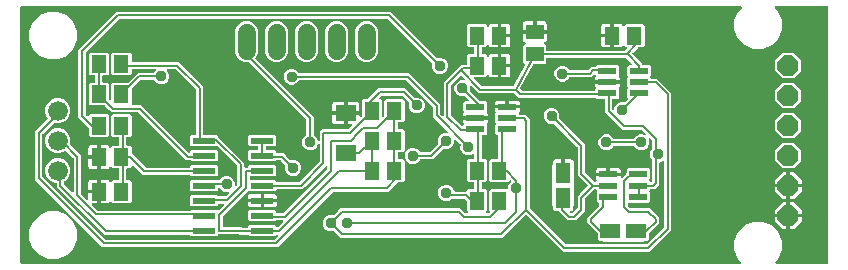
<source format=gbr>
G04 EAGLE Gerber RS-274X export*
G75*
%MOMM*%
%FSLAX34Y34*%
%LPD*%
%INTop Copper*%
%IPPOS*%
%AMOC8*
5,1,8,0,0,1.08239X$1,22.5*%
G01*
%ADD10R,1.295400X1.738275*%
%ADD11R,1.738275X1.295400*%
%ADD12R,1.300000X1.500000*%
%ADD13R,1.500000X1.300000*%
%ADD14P,1.924489X8X202.500000*%
%ADD15C,1.676400*%
%ADD16R,1.574800X0.584200*%
%ADD17R,1.625600X0.558800*%
%ADD18R,1.981200X0.558800*%
%ADD19C,1.524000*%
%ADD20R,1.800000X1.400000*%
%ADD21C,0.939800*%
%ADD22C,0.956400*%
%ADD23C,0.203200*%

G36*
X785043Y187972D02*
X785043Y187972D01*
X785114Y187974D01*
X785163Y187992D01*
X785215Y188000D01*
X785278Y188034D01*
X785345Y188059D01*
X785386Y188091D01*
X785432Y188116D01*
X785481Y188168D01*
X785537Y188212D01*
X785566Y188256D01*
X785601Y188294D01*
X785632Y188359D01*
X785670Y188419D01*
X785683Y188470D01*
X785705Y188517D01*
X785713Y188588D01*
X785730Y188658D01*
X785726Y188710D01*
X785732Y188761D01*
X785717Y188832D01*
X785711Y188903D01*
X785691Y188951D01*
X785680Y189002D01*
X785643Y189063D01*
X785615Y189129D01*
X785570Y189185D01*
X785554Y189213D01*
X785536Y189228D01*
X785510Y189260D01*
X782998Y191773D01*
X779927Y199187D01*
X779927Y207213D01*
X782998Y214627D01*
X788673Y220302D01*
X796087Y223373D01*
X804113Y223373D01*
X811527Y220302D01*
X817202Y214627D01*
X820273Y207213D01*
X820273Y199187D01*
X817202Y191773D01*
X814690Y189260D01*
X814648Y189202D01*
X814599Y189150D01*
X814577Y189103D01*
X814546Y189061D01*
X814525Y188992D01*
X814495Y188927D01*
X814489Y188875D01*
X814474Y188825D01*
X814476Y188754D01*
X814468Y188683D01*
X814479Y188632D01*
X814480Y188580D01*
X814505Y188512D01*
X814520Y188442D01*
X814547Y188397D01*
X814565Y188349D01*
X814610Y188293D01*
X814646Y188231D01*
X814686Y188197D01*
X814718Y188157D01*
X814779Y188118D01*
X814833Y188071D01*
X814882Y188052D01*
X814925Y188024D01*
X814995Y188006D01*
X815061Y187979D01*
X815133Y187971D01*
X815164Y187963D01*
X815187Y187965D01*
X815228Y187961D01*
X858828Y187961D01*
X858848Y187964D01*
X858867Y187962D01*
X858969Y187984D01*
X859071Y188000D01*
X859088Y188010D01*
X859108Y188014D01*
X859197Y188067D01*
X859288Y188116D01*
X859302Y188130D01*
X859319Y188140D01*
X859386Y188219D01*
X859458Y188294D01*
X859466Y188312D01*
X859479Y188327D01*
X859518Y188423D01*
X859561Y188517D01*
X859563Y188537D01*
X859571Y188555D01*
X859589Y188722D01*
X859589Y404878D01*
X859586Y404898D01*
X859588Y404917D01*
X859566Y405019D01*
X859550Y405121D01*
X859540Y405138D01*
X859536Y405158D01*
X859483Y405247D01*
X859434Y405338D01*
X859420Y405352D01*
X859410Y405369D01*
X859331Y405436D01*
X859256Y405508D01*
X859238Y405516D01*
X859223Y405529D01*
X859127Y405568D01*
X859033Y405611D01*
X859013Y405613D01*
X858995Y405621D01*
X858828Y405639D01*
X814718Y405639D01*
X814647Y405628D01*
X814576Y405626D01*
X814527Y405608D01*
X814475Y405600D01*
X814412Y405566D01*
X814345Y405541D01*
X814304Y405509D01*
X814258Y405484D01*
X814209Y405432D01*
X814153Y405388D01*
X814124Y405344D01*
X814089Y405306D01*
X814058Y405241D01*
X814020Y405181D01*
X814007Y405130D01*
X813985Y405083D01*
X813977Y405012D01*
X813960Y404942D01*
X813964Y404890D01*
X813958Y404839D01*
X813973Y404768D01*
X813979Y404697D01*
X813999Y404649D01*
X814010Y404598D01*
X814047Y404537D01*
X814075Y404471D01*
X814120Y404415D01*
X814136Y404387D01*
X814154Y404372D01*
X814180Y404340D01*
X817202Y401317D01*
X820273Y393903D01*
X820273Y385877D01*
X817202Y378463D01*
X811527Y372788D01*
X804113Y369717D01*
X796087Y369717D01*
X788673Y372788D01*
X782998Y378463D01*
X779927Y385877D01*
X779927Y393903D01*
X782998Y401317D01*
X786020Y404340D01*
X786062Y404398D01*
X786111Y404450D01*
X786133Y404497D01*
X786164Y404539D01*
X786185Y404608D01*
X786215Y404673D01*
X786221Y404725D01*
X786236Y404775D01*
X786234Y404846D01*
X786242Y404917D01*
X786231Y404968D01*
X786230Y405020D01*
X786205Y405088D01*
X786190Y405158D01*
X786163Y405203D01*
X786145Y405251D01*
X786100Y405307D01*
X786064Y405369D01*
X786024Y405403D01*
X785992Y405443D01*
X785931Y405482D01*
X785877Y405529D01*
X785828Y405548D01*
X785785Y405576D01*
X785715Y405594D01*
X785649Y405621D01*
X785577Y405629D01*
X785546Y405637D01*
X785523Y405635D01*
X785482Y405639D01*
X176022Y405639D01*
X176002Y405636D01*
X175983Y405638D01*
X175881Y405616D01*
X175779Y405600D01*
X175762Y405590D01*
X175742Y405586D01*
X175653Y405533D01*
X175562Y405484D01*
X175548Y405470D01*
X175531Y405460D01*
X175464Y405381D01*
X175392Y405306D01*
X175384Y405288D01*
X175371Y405273D01*
X175332Y405177D01*
X175289Y405083D01*
X175287Y405063D01*
X175279Y405045D01*
X175261Y404878D01*
X175261Y188722D01*
X175264Y188702D01*
X175262Y188683D01*
X175284Y188581D01*
X175300Y188479D01*
X175310Y188462D01*
X175314Y188442D01*
X175367Y188353D01*
X175416Y188262D01*
X175430Y188248D01*
X175440Y188231D01*
X175519Y188164D01*
X175594Y188092D01*
X175612Y188084D01*
X175627Y188071D01*
X175723Y188032D01*
X175817Y187989D01*
X175837Y187987D01*
X175855Y187979D01*
X176022Y187961D01*
X784972Y187961D01*
X785043Y187972D01*
G37*
%LPC*%
G36*
X634753Y198119D02*
X634753Y198119D01*
X604042Y228830D01*
X604026Y228842D01*
X604014Y228857D01*
X603926Y228913D01*
X603843Y228974D01*
X603824Y228980D01*
X603807Y228990D01*
X603706Y229016D01*
X603607Y229046D01*
X603588Y229046D01*
X603568Y229050D01*
X603465Y229042D01*
X603362Y229040D01*
X603343Y229033D01*
X603323Y229031D01*
X603228Y228991D01*
X603131Y228955D01*
X603115Y228943D01*
X603097Y228935D01*
X602966Y228830D01*
X583939Y209803D01*
X446285Y209803D01*
X440613Y215475D01*
X440518Y215543D01*
X440424Y215613D01*
X440419Y215615D01*
X440413Y215619D01*
X440302Y215653D01*
X440191Y215689D01*
X440184Y215689D01*
X440178Y215691D01*
X440062Y215688D01*
X439945Y215687D01*
X439937Y215685D01*
X439932Y215685D01*
X439915Y215678D01*
X439784Y215640D01*
X439489Y215518D01*
X436811Y215518D01*
X434337Y216543D01*
X432443Y218437D01*
X431418Y220911D01*
X431418Y223589D01*
X432443Y226063D01*
X434337Y227957D01*
X436811Y228982D01*
X439489Y228982D01*
X439784Y228860D01*
X439897Y228833D01*
X440011Y228804D01*
X440017Y228805D01*
X440023Y228804D01*
X440139Y228815D01*
X440256Y228824D01*
X440262Y228826D01*
X440268Y228827D01*
X440375Y228874D01*
X440482Y228920D01*
X440488Y228925D01*
X440493Y228927D01*
X440506Y228939D01*
X440613Y229025D01*
X444276Y232688D01*
X446285Y234697D01*
X547871Y234697D01*
X551712Y230856D01*
X551786Y230803D01*
X551855Y230743D01*
X551885Y230731D01*
X551912Y230712D01*
X551999Y230685D01*
X552083Y230651D01*
X552124Y230647D01*
X552147Y230640D01*
X552179Y230641D01*
X552250Y230633D01*
X553955Y230633D01*
X554025Y230644D01*
X554097Y230646D01*
X554146Y230664D01*
X554197Y230672D01*
X554261Y230706D01*
X554328Y230731D01*
X554369Y230763D01*
X554415Y230788D01*
X554464Y230840D01*
X554520Y230884D01*
X554548Y230928D01*
X554584Y230966D01*
X554614Y231031D01*
X554653Y231091D01*
X554666Y231142D01*
X554688Y231189D01*
X554696Y231260D01*
X554713Y231330D01*
X554709Y231382D01*
X554715Y231433D01*
X554700Y231504D01*
X554694Y231575D01*
X554674Y231623D01*
X554663Y231674D01*
X554626Y231735D01*
X554598Y231801D01*
X554553Y231857D01*
X554537Y231885D01*
X554519Y231900D01*
X554493Y231932D01*
X553467Y232958D01*
X553467Y240482D01*
X553461Y240522D01*
X553461Y240526D01*
X553457Y240547D01*
X553453Y240572D01*
X553445Y240663D01*
X553433Y240693D01*
X553428Y240725D01*
X553411Y240755D01*
X553409Y240767D01*
X553382Y240811D01*
X553349Y240889D01*
X553323Y240921D01*
X553312Y240942D01*
X553293Y240960D01*
X553283Y240978D01*
X553268Y240990D01*
X553244Y241020D01*
X551664Y242600D01*
X551590Y242653D01*
X551521Y242713D01*
X551491Y242725D01*
X551464Y242744D01*
X551377Y242771D01*
X551293Y242805D01*
X551252Y242809D01*
X551229Y242816D01*
X551197Y242815D01*
X551126Y242823D01*
X540695Y242823D01*
X540605Y242809D01*
X540514Y242801D01*
X540484Y242789D01*
X540452Y242784D01*
X540371Y242741D01*
X540287Y242705D01*
X540255Y242679D01*
X540235Y242668D01*
X540212Y242645D01*
X540156Y242600D01*
X539753Y242197D01*
X537279Y241172D01*
X534601Y241172D01*
X532127Y242197D01*
X530233Y244091D01*
X529208Y246565D01*
X529208Y249243D01*
X530233Y251717D01*
X532127Y253611D01*
X534601Y254636D01*
X537279Y254636D01*
X539753Y253611D01*
X541647Y251717D01*
X542611Y249391D01*
X542672Y249291D01*
X542732Y249191D01*
X542737Y249187D01*
X542740Y249182D01*
X542830Y249107D01*
X542919Y249031D01*
X542925Y249029D01*
X542930Y249025D01*
X543038Y248983D01*
X543147Y248939D01*
X543155Y248938D01*
X543159Y248937D01*
X543178Y248936D01*
X543314Y248921D01*
X552706Y248921D01*
X552726Y248924D01*
X552745Y248922D01*
X552847Y248944D01*
X552949Y248960D01*
X552966Y248970D01*
X552986Y248974D01*
X553075Y249027D01*
X553166Y249076D01*
X553180Y249090D01*
X553197Y249100D01*
X553264Y249179D01*
X553336Y249254D01*
X553344Y249272D01*
X553357Y249287D01*
X553396Y249383D01*
X553439Y249477D01*
X553441Y249497D01*
X553449Y249515D01*
X553462Y249637D01*
X554658Y250833D01*
X559054Y250833D01*
X559074Y250836D01*
X559093Y250834D01*
X559195Y250856D01*
X559297Y250872D01*
X559314Y250882D01*
X559334Y250886D01*
X559423Y250939D01*
X559514Y250988D01*
X559528Y251002D01*
X559545Y251012D01*
X559612Y251091D01*
X559684Y251166D01*
X559692Y251184D01*
X559705Y251199D01*
X559744Y251295D01*
X559787Y251389D01*
X559789Y251409D01*
X559797Y251427D01*
X559815Y251594D01*
X559815Y256406D01*
X559812Y256426D01*
X559814Y256445D01*
X559792Y256547D01*
X559776Y256649D01*
X559766Y256666D01*
X559762Y256686D01*
X559709Y256775D01*
X559660Y256866D01*
X559646Y256880D01*
X559636Y256897D01*
X559557Y256964D01*
X559482Y257036D01*
X559464Y257044D01*
X559449Y257057D01*
X559353Y257096D01*
X559259Y257139D01*
X559239Y257141D01*
X559221Y257149D01*
X559054Y257167D01*
X554658Y257167D01*
X553467Y258358D01*
X553467Y275042D01*
X554658Y276233D01*
X559054Y276233D01*
X559074Y276236D01*
X559093Y276234D01*
X559195Y276256D01*
X559297Y276272D01*
X559314Y276282D01*
X559334Y276286D01*
X559423Y276339D01*
X559514Y276388D01*
X559528Y276402D01*
X559545Y276412D01*
X559612Y276491D01*
X559684Y276566D01*
X559692Y276584D01*
X559705Y276599D01*
X559744Y276695D01*
X559787Y276789D01*
X559789Y276809D01*
X559797Y276827D01*
X559815Y276994D01*
X559815Y280233D01*
X559804Y280304D01*
X559802Y280376D01*
X559784Y280425D01*
X559776Y280476D01*
X559742Y280539D01*
X559717Y280607D01*
X559685Y280648D01*
X559660Y280693D01*
X559608Y280743D01*
X559564Y280799D01*
X559520Y280827D01*
X559482Y280863D01*
X559417Y280893D01*
X559357Y280932D01*
X559306Y280945D01*
X559259Y280966D01*
X559188Y280974D01*
X559118Y280992D01*
X559066Y280988D01*
X559015Y280994D01*
X558944Y280978D01*
X558873Y280973D01*
X558825Y280952D01*
X558774Y280941D01*
X558713Y280905D01*
X558647Y280876D01*
X558591Y280832D01*
X558563Y280815D01*
X558557Y280809D01*
X556075Y279780D01*
X553397Y279780D01*
X550923Y280805D01*
X549029Y282699D01*
X548004Y285173D01*
X548004Y287851D01*
X548126Y288146D01*
X548153Y288259D01*
X548182Y288373D01*
X548181Y288379D01*
X548182Y288385D01*
X548174Y288479D01*
X548174Y288485D01*
X548172Y288496D01*
X548171Y288501D01*
X548162Y288618D01*
X548160Y288624D01*
X548159Y288630D01*
X548127Y288702D01*
X548122Y288726D01*
X548103Y288758D01*
X548066Y288844D01*
X548061Y288850D01*
X548059Y288855D01*
X548047Y288868D01*
X548007Y288918D01*
X547996Y288937D01*
X547984Y288947D01*
X547961Y288975D01*
X543717Y293219D01*
X543659Y293261D01*
X543607Y293310D01*
X543560Y293332D01*
X543518Y293363D01*
X543449Y293384D01*
X543384Y293414D01*
X543332Y293420D01*
X543282Y293435D01*
X543211Y293433D01*
X543140Y293441D01*
X543089Y293430D01*
X543037Y293429D01*
X542969Y293404D01*
X542899Y293389D01*
X542855Y293362D01*
X542806Y293344D01*
X542750Y293299D01*
X542688Y293263D01*
X542654Y293223D01*
X542614Y293191D01*
X542575Y293130D01*
X542528Y293076D01*
X542509Y293027D01*
X542481Y292984D01*
X542463Y292914D01*
X542436Y292848D01*
X542428Y292776D01*
X542420Y292745D01*
X542422Y292722D01*
X542418Y292681D01*
X542418Y290253D01*
X541393Y287779D01*
X539499Y285885D01*
X537025Y284860D01*
X534347Y284860D01*
X534052Y284982D01*
X533939Y285009D01*
X533825Y285038D01*
X533819Y285037D01*
X533813Y285038D01*
X533697Y285027D01*
X533580Y285018D01*
X533574Y285016D01*
X533568Y285015D01*
X533461Y284967D01*
X533354Y284922D01*
X533348Y284917D01*
X533343Y284915D01*
X533330Y284903D01*
X533223Y284817D01*
X524503Y276097D01*
X514278Y276097D01*
X514164Y276079D01*
X514047Y276061D01*
X514042Y276059D01*
X514035Y276058D01*
X513933Y276003D01*
X513828Y275950D01*
X513824Y275945D01*
X513818Y275942D01*
X513738Y275858D01*
X513656Y275774D01*
X513652Y275768D01*
X513649Y275764D01*
X513641Y275747D01*
X513575Y275627D01*
X513453Y275333D01*
X511559Y273439D01*
X509085Y272414D01*
X506407Y272414D01*
X503933Y273439D01*
X501932Y275440D01*
X501874Y275481D01*
X501822Y275531D01*
X501814Y275535D01*
X501824Y275564D01*
X501824Y275590D01*
X501830Y275616D01*
X501822Y275713D01*
X501821Y275810D01*
X501812Y275842D01*
X501811Y275861D01*
X501798Y275891D01*
X501775Y275971D01*
X501014Y277807D01*
X501014Y280485D01*
X502039Y282959D01*
X503933Y284853D01*
X506407Y285878D01*
X509085Y285878D01*
X511559Y284853D01*
X513453Y282959D01*
X513575Y282665D01*
X513636Y282566D01*
X513696Y282465D01*
X513701Y282461D01*
X513704Y282456D01*
X513794Y282381D01*
X513883Y282305D01*
X513889Y282303D01*
X513894Y282299D01*
X514002Y282257D01*
X514111Y282213D01*
X514119Y282212D01*
X514124Y282211D01*
X514142Y282210D01*
X514278Y282195D01*
X521662Y282195D01*
X521752Y282209D01*
X521843Y282217D01*
X521873Y282229D01*
X521905Y282234D01*
X521985Y282277D01*
X522069Y282313D01*
X522101Y282339D01*
X522122Y282350D01*
X522144Y282373D01*
X522200Y282418D01*
X528911Y289129D01*
X528979Y289224D01*
X529049Y289318D01*
X529051Y289323D01*
X529055Y289329D01*
X529089Y289440D01*
X529125Y289551D01*
X529125Y289558D01*
X529127Y289564D01*
X529124Y289680D01*
X529123Y289797D01*
X529121Y289805D01*
X529121Y289810D01*
X529114Y289827D01*
X529076Y289958D01*
X528954Y290253D01*
X528954Y292931D01*
X529979Y295405D01*
X531873Y297299D01*
X534347Y298324D01*
X536775Y298324D01*
X536846Y298335D01*
X536917Y298337D01*
X536966Y298355D01*
X537018Y298363D01*
X537081Y298397D01*
X537148Y298422D01*
X537189Y298454D01*
X537235Y298479D01*
X537284Y298531D01*
X537340Y298575D01*
X537369Y298619D01*
X537404Y298657D01*
X537435Y298722D01*
X537473Y298782D01*
X537486Y298833D01*
X537508Y298880D01*
X537516Y298951D01*
X537533Y299021D01*
X537529Y299073D01*
X537535Y299124D01*
X537520Y299195D01*
X537514Y299266D01*
X537494Y299314D01*
X537483Y299365D01*
X537446Y299426D01*
X537418Y299492D01*
X537373Y299548D01*
X537357Y299576D01*
X537342Y299589D01*
X537338Y299594D01*
X537332Y299599D01*
X537313Y299623D01*
X524763Y312173D01*
X524763Y319986D01*
X524749Y320076D01*
X524741Y320167D01*
X524729Y320197D01*
X524724Y320229D01*
X524681Y320309D01*
X524645Y320393D01*
X524619Y320425D01*
X524608Y320446D01*
X524585Y320468D01*
X524540Y320524D01*
X502134Y342930D01*
X502060Y342983D01*
X501991Y343043D01*
X501961Y343055D01*
X501934Y343074D01*
X501847Y343101D01*
X501763Y343135D01*
X501722Y343139D01*
X501699Y343146D01*
X501667Y343145D01*
X501596Y343153D01*
X411662Y343153D01*
X411548Y343135D01*
X411431Y343117D01*
X411426Y343115D01*
X411419Y343114D01*
X411317Y343059D01*
X411212Y343006D01*
X411208Y343001D01*
X411202Y342998D01*
X411122Y342914D01*
X411040Y342830D01*
X411036Y342824D01*
X411033Y342820D01*
X411025Y342803D01*
X410959Y342683D01*
X410837Y342389D01*
X408943Y340495D01*
X406469Y339470D01*
X403791Y339470D01*
X401317Y340495D01*
X399423Y342389D01*
X398398Y344863D01*
X398398Y347541D01*
X399423Y350015D01*
X401317Y351909D01*
X403791Y352934D01*
X406469Y352934D01*
X408943Y351909D01*
X410837Y350015D01*
X410959Y349721D01*
X411020Y349622D01*
X411080Y349521D01*
X411085Y349517D01*
X411088Y349512D01*
X411178Y349437D01*
X411267Y349361D01*
X411273Y349359D01*
X411278Y349355D01*
X411386Y349313D01*
X411495Y349269D01*
X411503Y349268D01*
X411508Y349267D01*
X411526Y349266D01*
X411662Y349251D01*
X504437Y349251D01*
X530861Y322827D01*
X530861Y315014D01*
X530875Y314924D01*
X530883Y314833D01*
X530895Y314803D01*
X530900Y314771D01*
X530943Y314691D01*
X530979Y314607D01*
X531005Y314575D01*
X531016Y314554D01*
X531039Y314532D01*
X531084Y314476D01*
X532608Y312952D01*
X532666Y312910D01*
X532718Y312861D01*
X532765Y312839D01*
X532807Y312808D01*
X532876Y312787D01*
X532941Y312757D01*
X532993Y312751D01*
X533043Y312736D01*
X533114Y312738D01*
X533185Y312730D01*
X533236Y312741D01*
X533288Y312742D01*
X533356Y312767D01*
X533426Y312782D01*
X533471Y312809D01*
X533519Y312827D01*
X533575Y312872D01*
X533637Y312908D01*
X533671Y312948D01*
X533711Y312980D01*
X533750Y313041D01*
X533797Y313095D01*
X533816Y313144D01*
X533844Y313187D01*
X533862Y313257D01*
X533889Y313323D01*
X533897Y313395D01*
X533905Y313426D01*
X533903Y313449D01*
X533907Y313490D01*
X533907Y341369D01*
X535916Y343378D01*
X545241Y352703D01*
X548901Y356363D01*
X552706Y356363D01*
X552726Y356366D01*
X552745Y356364D01*
X552847Y356386D01*
X552949Y356402D01*
X552966Y356412D01*
X552986Y356416D01*
X553075Y356469D01*
X553166Y356518D01*
X553180Y356532D01*
X553197Y356542D01*
X553264Y356621D01*
X553336Y356696D01*
X553344Y356714D01*
X553357Y356729D01*
X553396Y356825D01*
X553439Y356919D01*
X553441Y356939D01*
X553449Y356957D01*
X553467Y357124D01*
X553467Y363942D01*
X554658Y365133D01*
X559054Y365133D01*
X559074Y365136D01*
X559093Y365134D01*
X559195Y365156D01*
X559297Y365172D01*
X559314Y365182D01*
X559334Y365186D01*
X559423Y365239D01*
X559514Y365288D01*
X559528Y365302D01*
X559545Y365312D01*
X559612Y365391D01*
X559684Y365466D01*
X559692Y365484D01*
X559705Y365499D01*
X559744Y365595D01*
X559787Y365689D01*
X559789Y365709D01*
X559797Y365727D01*
X559815Y365894D01*
X559815Y370706D01*
X559812Y370726D01*
X559814Y370745D01*
X559792Y370847D01*
X559776Y370949D01*
X559766Y370966D01*
X559762Y370986D01*
X559709Y371075D01*
X559660Y371166D01*
X559646Y371180D01*
X559636Y371197D01*
X559557Y371264D01*
X559482Y371336D01*
X559464Y371344D01*
X559449Y371357D01*
X559353Y371396D01*
X559259Y371439D01*
X559239Y371441D01*
X559221Y371449D01*
X559054Y371467D01*
X554658Y371467D01*
X553467Y372658D01*
X553467Y389342D01*
X554658Y390533D01*
X569342Y390533D01*
X570533Y389342D01*
X570533Y389293D01*
X570537Y389269D01*
X570534Y389245D01*
X570556Y389148D01*
X570572Y389050D01*
X570584Y389029D01*
X570589Y389005D01*
X570641Y388920D01*
X570688Y388833D01*
X570705Y388816D01*
X570718Y388795D01*
X570794Y388732D01*
X570866Y388663D01*
X570888Y388653D01*
X570906Y388638D01*
X570999Y388602D01*
X571089Y388560D01*
X571113Y388557D01*
X571135Y388548D01*
X571235Y388544D01*
X571333Y388533D01*
X571357Y388538D01*
X571381Y388537D01*
X571477Y388564D01*
X571574Y388585D01*
X571595Y388597D01*
X571618Y388604D01*
X571700Y388660D01*
X571785Y388711D01*
X571801Y388729D01*
X571820Y388743D01*
X571880Y388822D01*
X571945Y388898D01*
X571954Y388920D01*
X571968Y388940D01*
X572029Y389096D01*
X572132Y389481D01*
X572467Y390060D01*
X572940Y390533D01*
X573519Y390868D01*
X574166Y391041D01*
X579477Y391041D01*
X579477Y381762D01*
X579480Y381742D01*
X579478Y381723D01*
X579500Y381621D01*
X579517Y381519D01*
X579526Y381502D01*
X579530Y381482D01*
X579583Y381393D01*
X579632Y381302D01*
X579646Y381288D01*
X579656Y381271D01*
X579735Y381204D01*
X579810Y381133D01*
X579828Y381124D01*
X579843Y381111D01*
X579939Y381072D01*
X580033Y381029D01*
X580053Y381027D01*
X580071Y381019D01*
X580238Y381001D01*
X581001Y381001D01*
X581001Y380999D01*
X580238Y380999D01*
X580218Y380996D01*
X580199Y380998D01*
X580097Y380976D01*
X579995Y380959D01*
X579978Y380950D01*
X579958Y380946D01*
X579869Y380893D01*
X579778Y380844D01*
X579764Y380830D01*
X579747Y380820D01*
X579680Y380741D01*
X579609Y380666D01*
X579600Y380648D01*
X579587Y380633D01*
X579548Y380537D01*
X579505Y380443D01*
X579503Y380423D01*
X579495Y380405D01*
X579477Y380238D01*
X579477Y370959D01*
X574166Y370959D01*
X573519Y371132D01*
X572940Y371467D01*
X572467Y371940D01*
X572132Y372519D01*
X572029Y372904D01*
X572019Y372926D01*
X572015Y372950D01*
X571969Y373038D01*
X571928Y373128D01*
X571912Y373146D01*
X571900Y373167D01*
X571829Y373236D01*
X571761Y373309D01*
X571740Y373320D01*
X571722Y373337D01*
X571632Y373379D01*
X571545Y373426D01*
X571521Y373430D01*
X571499Y373440D01*
X571400Y373451D01*
X571302Y373468D01*
X571278Y373465D01*
X571255Y373467D01*
X571158Y373446D01*
X571059Y373431D01*
X571038Y373420D01*
X571014Y373415D01*
X570929Y373364D01*
X570840Y373319D01*
X570824Y373301D01*
X570803Y373289D01*
X570738Y373213D01*
X570669Y373142D01*
X570659Y373120D01*
X570643Y373102D01*
X570606Y373010D01*
X570563Y372920D01*
X570560Y372896D01*
X570551Y372874D01*
X570533Y372707D01*
X570533Y372658D01*
X569342Y371467D01*
X566674Y371467D01*
X566654Y371464D01*
X566635Y371466D01*
X566533Y371444D01*
X566431Y371428D01*
X566414Y371418D01*
X566394Y371414D01*
X566305Y371361D01*
X566214Y371312D01*
X566200Y371298D01*
X566183Y371288D01*
X566116Y371209D01*
X566044Y371134D01*
X566036Y371116D01*
X566023Y371101D01*
X565984Y371005D01*
X565941Y370911D01*
X565939Y370891D01*
X565931Y370873D01*
X565913Y370706D01*
X565913Y365894D01*
X565916Y365874D01*
X565914Y365855D01*
X565936Y365753D01*
X565952Y365651D01*
X565962Y365634D01*
X565966Y365614D01*
X566019Y365525D01*
X566068Y365434D01*
X566082Y365420D01*
X566092Y365403D01*
X566171Y365336D01*
X566246Y365264D01*
X566264Y365256D01*
X566279Y365243D01*
X566375Y365204D01*
X566469Y365161D01*
X566489Y365159D01*
X566507Y365151D01*
X566674Y365133D01*
X569342Y365133D01*
X570533Y363942D01*
X570533Y363893D01*
X570537Y363869D01*
X570534Y363845D01*
X570556Y363748D01*
X570572Y363650D01*
X570584Y363629D01*
X570589Y363605D01*
X570641Y363520D01*
X570688Y363433D01*
X570705Y363416D01*
X570718Y363395D01*
X570794Y363332D01*
X570866Y363263D01*
X570888Y363253D01*
X570906Y363238D01*
X570999Y363202D01*
X571089Y363160D01*
X571113Y363157D01*
X571135Y363148D01*
X571235Y363144D01*
X571333Y363133D01*
X571357Y363138D01*
X571381Y363137D01*
X571477Y363164D01*
X571574Y363185D01*
X571595Y363197D01*
X571618Y363204D01*
X571700Y363260D01*
X571785Y363311D01*
X571801Y363329D01*
X571820Y363343D01*
X571880Y363422D01*
X571945Y363498D01*
X571954Y363520D01*
X571968Y363540D01*
X572029Y363696D01*
X572132Y364081D01*
X572467Y364660D01*
X572940Y365133D01*
X573519Y365468D01*
X574166Y365641D01*
X579477Y365641D01*
X579477Y356362D01*
X579480Y356342D01*
X579478Y356323D01*
X579500Y356221D01*
X579517Y356119D01*
X579526Y356102D01*
X579530Y356082D01*
X579583Y355993D01*
X579632Y355902D01*
X579646Y355888D01*
X579656Y355871D01*
X579735Y355804D01*
X579810Y355733D01*
X579828Y355724D01*
X579843Y355711D01*
X579939Y355672D01*
X580033Y355629D01*
X580053Y355627D01*
X580071Y355619D01*
X580238Y355601D01*
X581001Y355601D01*
X581001Y355599D01*
X580238Y355599D01*
X580218Y355596D01*
X580199Y355598D01*
X580097Y355576D01*
X579995Y355559D01*
X579978Y355550D01*
X579958Y355546D01*
X579869Y355493D01*
X579778Y355444D01*
X579764Y355430D01*
X579747Y355420D01*
X579680Y355341D01*
X579609Y355266D01*
X579600Y355248D01*
X579587Y355233D01*
X579548Y355137D01*
X579505Y355043D01*
X579503Y355023D01*
X579495Y355005D01*
X579477Y354838D01*
X579477Y345559D01*
X574166Y345559D01*
X573519Y345732D01*
X572940Y346067D01*
X572467Y346540D01*
X572132Y347119D01*
X572029Y347504D01*
X572019Y347526D01*
X572015Y347550D01*
X571969Y347638D01*
X571928Y347728D01*
X571912Y347746D01*
X571900Y347767D01*
X571829Y347836D01*
X571761Y347909D01*
X571740Y347920D01*
X571722Y347937D01*
X571632Y347979D01*
X571545Y348026D01*
X571521Y348030D01*
X571499Y348040D01*
X571400Y348051D01*
X571302Y348068D01*
X571278Y348065D01*
X571255Y348067D01*
X571158Y348046D01*
X571059Y348031D01*
X571038Y348020D01*
X571014Y348015D01*
X570929Y347964D01*
X570840Y347919D01*
X570824Y347901D01*
X570803Y347889D01*
X570738Y347813D01*
X570669Y347742D01*
X570659Y347720D01*
X570643Y347702D01*
X570606Y347610D01*
X570563Y347520D01*
X570560Y347496D01*
X570551Y347474D01*
X570533Y347307D01*
X570533Y347258D01*
X569342Y346067D01*
X560258Y346067D01*
X560187Y346056D01*
X560116Y346054D01*
X560067Y346036D01*
X560015Y346028D01*
X559952Y345994D01*
X559885Y345969D01*
X559844Y345937D01*
X559798Y345912D01*
X559749Y345861D01*
X559693Y345816D01*
X559664Y345772D01*
X559629Y345734D01*
X559598Y345669D01*
X559560Y345609D01*
X559547Y345558D01*
X559525Y345511D01*
X559517Y345440D01*
X559500Y345370D01*
X559504Y345318D01*
X559498Y345267D01*
X559513Y345196D01*
X559519Y345125D01*
X559539Y345077D01*
X559550Y345026D01*
X559587Y344965D01*
X559615Y344899D01*
X559660Y344843D01*
X559676Y344815D01*
X559694Y344800D01*
X559720Y344768D01*
X565936Y338552D01*
X566010Y338499D01*
X566079Y338439D01*
X566109Y338427D01*
X566136Y338408D01*
X566223Y338381D01*
X566307Y338347D01*
X566348Y338343D01*
X566371Y338336D01*
X566403Y338337D01*
X566474Y338329D01*
X592456Y338329D01*
X592533Y338341D01*
X592611Y338345D01*
X592654Y338361D01*
X592699Y338368D01*
X592768Y338405D01*
X592841Y338433D01*
X592876Y338462D01*
X592916Y338484D01*
X592970Y338540D01*
X593030Y338590D01*
X593065Y338640D01*
X593085Y338662D01*
X593097Y338686D01*
X593125Y338728D01*
X602430Y355946D01*
X602441Y355977D01*
X602459Y356005D01*
X602481Y356093D01*
X602511Y356178D01*
X602511Y356212D01*
X602519Y356244D01*
X602512Y356334D01*
X602513Y356424D01*
X602503Y356456D01*
X602500Y356489D01*
X602465Y356572D01*
X602437Y356658D01*
X602417Y356685D01*
X602404Y356715D01*
X602299Y356846D01*
X601337Y357808D01*
X601337Y372492D01*
X602528Y373683D01*
X602577Y373683D01*
X602601Y373687D01*
X602625Y373684D01*
X602722Y373706D01*
X602820Y373722D01*
X602841Y373734D01*
X602865Y373739D01*
X602950Y373791D01*
X603037Y373838D01*
X603054Y373855D01*
X603074Y373868D01*
X603138Y373944D01*
X603207Y374016D01*
X603217Y374038D01*
X603232Y374056D01*
X603268Y374149D01*
X603310Y374239D01*
X603313Y374263D01*
X603322Y374285D01*
X603326Y374385D01*
X603337Y374483D01*
X603332Y374507D01*
X603333Y374531D01*
X603306Y374627D01*
X603285Y374724D01*
X603273Y374744D01*
X603266Y374768D01*
X603210Y374850D01*
X603159Y374935D01*
X603141Y374951D01*
X603127Y374970D01*
X603048Y375030D01*
X602972Y375095D01*
X602950Y375104D01*
X602930Y375118D01*
X602774Y375179D01*
X602389Y375282D01*
X601810Y375617D01*
X601337Y376090D01*
X601002Y376669D01*
X600829Y377316D01*
X600829Y382627D01*
X610108Y382627D01*
X610128Y382630D01*
X610147Y382628D01*
X610249Y382650D01*
X610351Y382667D01*
X610368Y382676D01*
X610388Y382680D01*
X610477Y382733D01*
X610568Y382782D01*
X610582Y382796D01*
X610599Y382806D01*
X610666Y382885D01*
X610737Y382960D01*
X610746Y382978D01*
X610759Y382993D01*
X610798Y383089D01*
X610841Y383183D01*
X610843Y383203D01*
X610851Y383221D01*
X610869Y383388D01*
X610869Y384151D01*
X610871Y384151D01*
X610871Y383388D01*
X610874Y383368D01*
X610872Y383349D01*
X610894Y383247D01*
X610911Y383145D01*
X610920Y383128D01*
X610924Y383108D01*
X610977Y383019D01*
X611026Y382928D01*
X611040Y382914D01*
X611050Y382897D01*
X611129Y382830D01*
X611204Y382759D01*
X611222Y382750D01*
X611237Y382737D01*
X611333Y382698D01*
X611427Y382655D01*
X611447Y382653D01*
X611465Y382645D01*
X611632Y382627D01*
X620911Y382627D01*
X620911Y377316D01*
X620738Y376669D01*
X620403Y376090D01*
X619930Y375617D01*
X619351Y375282D01*
X618966Y375179D01*
X618944Y375169D01*
X618920Y375165D01*
X618832Y375119D01*
X618742Y375078D01*
X618724Y375062D01*
X618703Y375050D01*
X618634Y374978D01*
X618561Y374911D01*
X618550Y374890D01*
X618533Y374872D01*
X618491Y374782D01*
X618444Y374695D01*
X618440Y374671D01*
X618430Y374649D01*
X618419Y374550D01*
X618402Y374452D01*
X618405Y374428D01*
X618403Y374405D01*
X618424Y374308D01*
X618439Y374209D01*
X618450Y374188D01*
X618455Y374164D01*
X618506Y374079D01*
X618551Y373990D01*
X618569Y373974D01*
X618581Y373953D01*
X618657Y373888D01*
X618728Y373819D01*
X618750Y373809D01*
X618768Y373793D01*
X618860Y373756D01*
X618950Y373713D01*
X618974Y373710D01*
X618996Y373701D01*
X619163Y373683D01*
X619212Y373683D01*
X620403Y372492D01*
X620403Y368960D01*
X620406Y368940D01*
X620404Y368921D01*
X620426Y368819D01*
X620442Y368717D01*
X620452Y368700D01*
X620456Y368680D01*
X620509Y368591D01*
X620558Y368500D01*
X620572Y368486D01*
X620582Y368469D01*
X620661Y368402D01*
X620736Y368330D01*
X620754Y368322D01*
X620769Y368309D01*
X620865Y368270D01*
X620959Y368227D01*
X620979Y368225D01*
X620997Y368217D01*
X621164Y368199D01*
X686660Y368199D01*
X686750Y368213D01*
X686841Y368221D01*
X686871Y368233D01*
X686903Y368238D01*
X686983Y368281D01*
X687067Y368317D01*
X687099Y368343D01*
X687120Y368354D01*
X687142Y368377D01*
X687198Y368422D01*
X687808Y369032D01*
X688944Y370168D01*
X688986Y370226D01*
X689035Y370278D01*
X689057Y370325D01*
X689088Y370367D01*
X689109Y370436D01*
X689139Y370501D01*
X689145Y370553D01*
X689160Y370603D01*
X689158Y370674D01*
X689166Y370745D01*
X689155Y370796D01*
X689154Y370848D01*
X689129Y370916D01*
X689114Y370986D01*
X689087Y371030D01*
X689069Y371079D01*
X689024Y371135D01*
X688988Y371197D01*
X688948Y371231D01*
X688916Y371271D01*
X688855Y371310D01*
X688801Y371357D01*
X688752Y371376D01*
X688709Y371404D01*
X688639Y371422D01*
X688573Y371449D01*
X688501Y371457D01*
X688470Y371465D01*
X688447Y371463D01*
X688406Y371467D01*
X687958Y371467D01*
X686767Y372658D01*
X686767Y372707D01*
X686763Y372731D01*
X686766Y372755D01*
X686744Y372852D01*
X686728Y372950D01*
X686716Y372971D01*
X686711Y372995D01*
X686659Y373080D01*
X686612Y373167D01*
X686595Y373184D01*
X686582Y373204D01*
X686506Y373268D01*
X686434Y373337D01*
X686412Y373347D01*
X686394Y373362D01*
X686301Y373398D01*
X686211Y373440D01*
X686187Y373443D01*
X686165Y373452D01*
X686065Y373456D01*
X685967Y373467D01*
X685943Y373462D01*
X685919Y373463D01*
X685824Y373436D01*
X685726Y373415D01*
X685705Y373403D01*
X685682Y373396D01*
X685601Y373340D01*
X685515Y373289D01*
X685499Y373271D01*
X685480Y373257D01*
X685420Y373178D01*
X685355Y373102D01*
X685346Y373080D01*
X685332Y373060D01*
X685271Y372904D01*
X685168Y372519D01*
X684833Y371940D01*
X684360Y371467D01*
X683781Y371132D01*
X683134Y370959D01*
X677823Y370959D01*
X677823Y380238D01*
X677820Y380258D01*
X677822Y380277D01*
X677800Y380379D01*
X677783Y380481D01*
X677774Y380498D01*
X677770Y380518D01*
X677717Y380607D01*
X677668Y380698D01*
X677654Y380712D01*
X677644Y380729D01*
X677565Y380796D01*
X677490Y380867D01*
X677472Y380876D01*
X677457Y380889D01*
X677361Y380928D01*
X677267Y380971D01*
X677247Y380973D01*
X677229Y380981D01*
X677062Y380999D01*
X676299Y380999D01*
X676299Y381001D01*
X677062Y381001D01*
X677082Y381004D01*
X677101Y381002D01*
X677203Y381024D01*
X677305Y381041D01*
X677322Y381050D01*
X677342Y381054D01*
X677431Y381107D01*
X677522Y381156D01*
X677536Y381170D01*
X677553Y381180D01*
X677620Y381259D01*
X677691Y381334D01*
X677700Y381352D01*
X677713Y381367D01*
X677752Y381463D01*
X677795Y381557D01*
X677797Y381577D01*
X677805Y381595D01*
X677823Y381762D01*
X677823Y391041D01*
X683134Y391041D01*
X683781Y390868D01*
X684360Y390533D01*
X684833Y390060D01*
X685168Y389481D01*
X685271Y389096D01*
X685281Y389074D01*
X685285Y389050D01*
X685331Y388962D01*
X685372Y388872D01*
X685388Y388854D01*
X685400Y388833D01*
X685471Y388764D01*
X685539Y388691D01*
X685560Y388680D01*
X685578Y388663D01*
X685668Y388621D01*
X685755Y388574D01*
X685779Y388570D01*
X685801Y388560D01*
X685900Y388549D01*
X685998Y388532D01*
X686022Y388535D01*
X686045Y388533D01*
X686142Y388554D01*
X686241Y388569D01*
X686262Y388580D01*
X686286Y388585D01*
X686371Y388636D01*
X686460Y388681D01*
X686476Y388699D01*
X686497Y388711D01*
X686562Y388787D01*
X686631Y388858D01*
X686641Y388880D01*
X686657Y388898D01*
X686694Y388990D01*
X686737Y389080D01*
X686740Y389104D01*
X686749Y389126D01*
X686767Y389293D01*
X686767Y389342D01*
X687958Y390533D01*
X702642Y390533D01*
X703833Y389342D01*
X703833Y372658D01*
X702642Y371467D01*
X699182Y371467D01*
X699092Y371453D01*
X699001Y371445D01*
X698971Y371433D01*
X698939Y371428D01*
X698859Y371385D01*
X698775Y371349D01*
X698743Y371323D01*
X698722Y371312D01*
X698700Y371289D01*
X698644Y371244D01*
X698016Y370616D01*
X693698Y366298D01*
X693686Y366282D01*
X693671Y366270D01*
X693615Y366182D01*
X693554Y366099D01*
X693548Y366080D01*
X693538Y366063D01*
X693512Y365962D01*
X693482Y365863D01*
X693482Y365844D01*
X693478Y365824D01*
X693486Y365721D01*
X693488Y365618D01*
X693495Y365599D01*
X693497Y365579D01*
X693537Y365484D01*
X693573Y365387D01*
X693585Y365371D01*
X693593Y365353D01*
X693698Y365222D01*
X702057Y356863D01*
X702057Y356718D01*
X702060Y356698D01*
X702058Y356679D01*
X702080Y356577D01*
X702096Y356475D01*
X702106Y356458D01*
X702110Y356438D01*
X702163Y356349D01*
X702212Y356258D01*
X702226Y356244D01*
X702236Y356227D01*
X702315Y356160D01*
X702390Y356088D01*
X702408Y356080D01*
X702423Y356067D01*
X702519Y356028D01*
X702613Y355985D01*
X702633Y355983D01*
X702651Y355975D01*
X702818Y355957D01*
X708232Y355957D01*
X709423Y354766D01*
X709423Y347494D01*
X708847Y346918D01*
X708835Y346902D01*
X708820Y346890D01*
X708764Y346802D01*
X708703Y346719D01*
X708698Y346700D01*
X708687Y346683D01*
X708662Y346582D01*
X708631Y346483D01*
X708632Y346464D01*
X708627Y346444D01*
X708635Y346341D01*
X708637Y346238D01*
X708644Y346219D01*
X708646Y346199D01*
X708686Y346104D01*
X708722Y346007D01*
X708734Y345991D01*
X708742Y345973D01*
X708847Y345842D01*
X709423Y345266D01*
X709423Y345186D01*
X709426Y345166D01*
X709424Y345147D01*
X709446Y345045D01*
X709462Y344943D01*
X709472Y344926D01*
X709476Y344906D01*
X709529Y344817D01*
X709578Y344726D01*
X709592Y344712D01*
X709602Y344695D01*
X709681Y344628D01*
X709756Y344556D01*
X709774Y344548D01*
X709789Y344535D01*
X709885Y344496D01*
X709979Y344453D01*
X709999Y344451D01*
X710017Y344443D01*
X710184Y344425D01*
X714495Y344425D01*
X724432Y334488D01*
X726441Y332479D01*
X726441Y216161D01*
X708399Y198119D01*
X634753Y198119D01*
G37*
%LPD*%
%LPC*%
G36*
X244609Y202183D02*
X244609Y202183D01*
X187959Y258833D01*
X187959Y299967D01*
X189968Y301976D01*
X198349Y310356D01*
X198360Y310372D01*
X198376Y310385D01*
X198432Y310472D01*
X198492Y310556D01*
X198498Y310575D01*
X198509Y310592D01*
X198534Y310692D01*
X198565Y310791D01*
X198564Y310811D01*
X198569Y310830D01*
X198561Y310933D01*
X198558Y311037D01*
X198551Y311056D01*
X198550Y311075D01*
X198509Y311171D01*
X198474Y311268D01*
X198461Y311283D01*
X198453Y311302D01*
X198349Y311433D01*
X198181Y311601D01*
X196595Y315428D01*
X196595Y319572D01*
X198181Y323400D01*
X201110Y326329D01*
X204938Y327915D01*
X209082Y327915D01*
X212910Y326329D01*
X215839Y323400D01*
X217425Y319572D01*
X217425Y315428D01*
X215839Y311600D01*
X212910Y308671D01*
X209082Y307085D01*
X204938Y307085D01*
X204533Y307253D01*
X204420Y307280D01*
X204306Y307308D01*
X204300Y307308D01*
X204294Y307309D01*
X204177Y307298D01*
X204061Y307289D01*
X204055Y307287D01*
X204049Y307286D01*
X203941Y307238D01*
X203835Y307193D01*
X203829Y307188D01*
X203824Y307186D01*
X203810Y307173D01*
X203704Y307088D01*
X194280Y297664D01*
X194227Y297590D01*
X194167Y297521D01*
X194155Y297491D01*
X194136Y297464D01*
X194109Y297377D01*
X194075Y297293D01*
X194071Y297252D01*
X194064Y297229D01*
X194065Y297197D01*
X194057Y297126D01*
X194057Y261674D01*
X194071Y261584D01*
X194079Y261493D01*
X194091Y261463D01*
X194096Y261431D01*
X194139Y261351D01*
X194175Y261267D01*
X194201Y261235D01*
X194212Y261214D01*
X194235Y261192D01*
X194280Y261136D01*
X246912Y208504D01*
X246986Y208451D01*
X247055Y208391D01*
X247085Y208379D01*
X247112Y208360D01*
X247199Y208333D01*
X247283Y208299D01*
X247324Y208295D01*
X247347Y208288D01*
X247379Y208289D01*
X247450Y208281D01*
X390344Y208281D01*
X390434Y208295D01*
X390525Y208303D01*
X390555Y208315D01*
X390587Y208320D01*
X390667Y208363D01*
X390751Y208399D01*
X390783Y208425D01*
X390804Y208436D01*
X390826Y208459D01*
X390882Y208504D01*
X393422Y211044D01*
X393464Y211102D01*
X393513Y211154D01*
X393535Y211201D01*
X393566Y211243D01*
X393587Y211312D01*
X393617Y211377D01*
X393623Y211429D01*
X393638Y211479D01*
X393636Y211550D01*
X393644Y211621D01*
X393633Y211672D01*
X393632Y211724D01*
X393607Y211792D01*
X393592Y211862D01*
X393565Y211907D01*
X393547Y211955D01*
X393502Y212011D01*
X393466Y212073D01*
X393426Y212107D01*
X393394Y212147D01*
X393333Y212186D01*
X393279Y212233D01*
X393230Y212252D01*
X393187Y212280D01*
X393117Y212298D01*
X393051Y212325D01*
X392979Y212333D01*
X392948Y212341D01*
X392925Y212339D01*
X392884Y212343D01*
X392571Y212343D01*
X392481Y212329D01*
X392390Y212321D01*
X392361Y212309D01*
X392329Y212304D01*
X392248Y212261D01*
X392164Y212225D01*
X392132Y212199D01*
X392111Y212188D01*
X392091Y212167D01*
X392089Y212166D01*
X392084Y212161D01*
X392033Y212120D01*
X390986Y211073D01*
X369490Y211073D01*
X368443Y212120D01*
X368369Y212173D01*
X368300Y212233D01*
X368269Y212245D01*
X368243Y212264D01*
X368156Y212291D01*
X368071Y212325D01*
X368030Y212329D01*
X368008Y212336D01*
X367976Y212335D01*
X367905Y212343D01*
X360433Y212343D01*
X360148Y212628D01*
X360074Y212681D01*
X360005Y212741D01*
X359975Y212753D01*
X359948Y212772D01*
X359861Y212799D01*
X359777Y212833D01*
X359736Y212837D01*
X359713Y212844D01*
X359681Y212843D01*
X359610Y212851D01*
X343662Y212851D01*
X343642Y212848D01*
X343623Y212850D01*
X343521Y212828D01*
X343419Y212812D01*
X343402Y212802D01*
X343382Y212798D01*
X343293Y212745D01*
X343202Y212696D01*
X343188Y212682D01*
X343171Y212672D01*
X343104Y212593D01*
X343032Y212518D01*
X343024Y212500D01*
X343011Y212485D01*
X342972Y212389D01*
X342929Y212295D01*
X342928Y212292D01*
X341710Y211073D01*
X320214Y211073D01*
X319167Y212120D01*
X319093Y212173D01*
X319024Y212233D01*
X318993Y212245D01*
X318967Y212264D01*
X318880Y212291D01*
X318795Y212325D01*
X318754Y212329D01*
X318732Y212336D01*
X318700Y212335D01*
X318629Y212343D01*
X246641Y212343D01*
X206247Y252737D01*
X206247Y255524D01*
X206244Y255544D01*
X206246Y255563D01*
X206224Y255665D01*
X206208Y255767D01*
X206198Y255784D01*
X206194Y255804D01*
X206141Y255893D01*
X206092Y255984D01*
X206078Y255998D01*
X206068Y256015D01*
X205989Y256082D01*
X205914Y256154D01*
X205896Y256162D01*
X205881Y256175D01*
X205785Y256214D01*
X205691Y256257D01*
X205671Y256259D01*
X205653Y256267D01*
X205486Y256285D01*
X204938Y256285D01*
X201110Y257871D01*
X198181Y260800D01*
X196595Y264628D01*
X196595Y268772D01*
X198181Y272600D01*
X201110Y275529D01*
X204938Y277115D01*
X209082Y277115D01*
X212910Y275529D01*
X215839Y272600D01*
X217425Y268772D01*
X217425Y264628D01*
X215839Y260800D01*
X212910Y257871D01*
X212815Y257832D01*
X212715Y257770D01*
X212615Y257710D01*
X212611Y257705D01*
X212606Y257702D01*
X212531Y257611D01*
X212455Y257523D01*
X212453Y257517D01*
X212449Y257512D01*
X212407Y257404D01*
X212363Y257295D01*
X212362Y257287D01*
X212361Y257283D01*
X212360Y257265D01*
X212345Y257128D01*
X212345Y255578D01*
X212359Y255488D01*
X212367Y255397D01*
X212379Y255367D01*
X212384Y255335D01*
X212427Y255255D01*
X212463Y255171D01*
X212489Y255139D01*
X212500Y255118D01*
X212523Y255096D01*
X212568Y255040D01*
X219172Y248436D01*
X219230Y248394D01*
X219282Y248345D01*
X219329Y248323D01*
X219371Y248292D01*
X219440Y248271D01*
X219505Y248241D01*
X219557Y248235D01*
X219607Y248220D01*
X219678Y248222D01*
X219749Y248214D01*
X219800Y248225D01*
X219852Y248226D01*
X219920Y248251D01*
X219990Y248266D01*
X220035Y248293D01*
X220083Y248311D01*
X220139Y248356D01*
X220201Y248392D01*
X220235Y248432D01*
X220275Y248464D01*
X220314Y248525D01*
X220361Y248579D01*
X220380Y248628D01*
X220408Y248671D01*
X220426Y248741D01*
X220453Y248807D01*
X220461Y248879D01*
X220469Y248910D01*
X220467Y248933D01*
X220471Y248974D01*
X220471Y276806D01*
X220457Y276896D01*
X220449Y276987D01*
X220437Y277017D01*
X220432Y277049D01*
X220389Y277129D01*
X220353Y277213D01*
X220327Y277245D01*
X220316Y277266D01*
X220293Y277288D01*
X220248Y277344D01*
X214154Y283439D01*
X214138Y283450D01*
X214125Y283466D01*
X214038Y283522D01*
X213954Y283582D01*
X213935Y283588D01*
X213918Y283599D01*
X213818Y283624D01*
X213719Y283655D01*
X213699Y283654D01*
X213680Y283659D01*
X213577Y283651D01*
X213473Y283648D01*
X213454Y283641D01*
X213435Y283640D01*
X213339Y283599D01*
X213242Y283564D01*
X213227Y283551D01*
X213208Y283543D01*
X213077Y283439D01*
X212909Y283271D01*
X209082Y281685D01*
X204938Y281685D01*
X201110Y283271D01*
X198181Y286200D01*
X196595Y290028D01*
X196595Y294172D01*
X198181Y298000D01*
X201110Y300929D01*
X204938Y302515D01*
X209082Y302515D01*
X212910Y300929D01*
X215839Y298000D01*
X217425Y294172D01*
X217425Y290028D01*
X217257Y289623D01*
X217230Y289510D01*
X217202Y289396D01*
X217202Y289390D01*
X217201Y289384D01*
X217212Y289267D01*
X217221Y289151D01*
X217223Y289145D01*
X217224Y289139D01*
X217272Y289031D01*
X217317Y288925D01*
X217322Y288919D01*
X217324Y288914D01*
X217337Y288900D01*
X217422Y288794D01*
X226569Y279647D01*
X226569Y247450D01*
X226583Y247360D01*
X226591Y247269D01*
X226603Y247239D01*
X226608Y247207D01*
X226651Y247127D01*
X226687Y247043D01*
X226713Y247011D01*
X226724Y246990D01*
X226747Y246968D01*
X226792Y246912D01*
X231620Y242084D01*
X231678Y242042D01*
X231730Y241993D01*
X231777Y241971D01*
X231819Y241940D01*
X231888Y241919D01*
X231953Y241889D01*
X232005Y241883D01*
X232055Y241868D01*
X232126Y241870D01*
X232197Y241862D01*
X232248Y241873D01*
X232300Y241874D01*
X232368Y241899D01*
X232438Y241914D01*
X232483Y241941D01*
X232531Y241959D01*
X232587Y242004D01*
X232649Y242040D01*
X232683Y242080D01*
X232723Y242112D01*
X232762Y242173D01*
X232809Y242227D01*
X232828Y242276D01*
X232856Y242319D01*
X232874Y242389D01*
X232901Y242455D01*
X232909Y242527D01*
X232917Y242558D01*
X232915Y242581D01*
X232919Y242622D01*
X232919Y247397D01*
X240437Y247397D01*
X240437Y238879D01*
X236662Y238879D01*
X236591Y238868D01*
X236520Y238866D01*
X236471Y238848D01*
X236419Y238840D01*
X236356Y238806D01*
X236289Y238781D01*
X236248Y238749D01*
X236202Y238724D01*
X236153Y238672D01*
X236097Y238628D01*
X236068Y238584D01*
X236033Y238546D01*
X236002Y238481D01*
X235964Y238421D01*
X235951Y238370D01*
X235929Y238323D01*
X235921Y238252D01*
X235904Y238182D01*
X235908Y238130D01*
X235902Y238079D01*
X235917Y238008D01*
X235923Y237937D01*
X235943Y237889D01*
X235954Y237838D01*
X235991Y237777D01*
X236019Y237711D01*
X236064Y237655D01*
X236080Y237627D01*
X236098Y237612D01*
X236124Y237580D01*
X240816Y232888D01*
X240890Y232835D01*
X240959Y232775D01*
X240989Y232763D01*
X241016Y232744D01*
X241103Y232717D01*
X241187Y232683D01*
X241228Y232679D01*
X241251Y232672D01*
X241283Y232673D01*
X241354Y232665D01*
X319137Y232665D01*
X319227Y232679D01*
X319318Y232687D01*
X319347Y232699D01*
X319379Y232704D01*
X319460Y232747D01*
X319544Y232783D01*
X319576Y232809D01*
X319597Y232820D01*
X319619Y232843D01*
X319675Y232888D01*
X320214Y233427D01*
X341710Y233427D01*
X342104Y233033D01*
X342120Y233021D01*
X342133Y233006D01*
X342220Y232950D01*
X342304Y232889D01*
X342323Y232883D01*
X342340Y232873D01*
X342440Y232847D01*
X342539Y232817D01*
X342559Y232817D01*
X342578Y232812D01*
X342681Y232821D01*
X342785Y232823D01*
X342803Y232830D01*
X342823Y232832D01*
X342918Y232872D01*
X343016Y232908D01*
X343031Y232920D01*
X343050Y232928D01*
X343181Y233033D01*
X347608Y237460D01*
X347649Y237518D01*
X347699Y237570D01*
X347721Y237617D01*
X347751Y237659D01*
X347772Y237728D01*
X347802Y237793D01*
X347808Y237845D01*
X347823Y237895D01*
X347822Y237966D01*
X347829Y238037D01*
X347818Y238088D01*
X347817Y238140D01*
X347792Y238208D01*
X347777Y238278D01*
X347751Y238322D01*
X347733Y238371D01*
X347688Y238427D01*
X347651Y238489D01*
X347611Y238523D01*
X347579Y238563D01*
X347519Y238602D01*
X347464Y238649D01*
X347416Y238668D01*
X347372Y238696D01*
X347303Y238714D01*
X347236Y238741D01*
X347165Y238749D01*
X347133Y238757D01*
X347110Y238755D01*
X347069Y238759D01*
X343662Y238759D01*
X343642Y238756D01*
X343623Y238758D01*
X343521Y238736D01*
X343419Y238720D01*
X343402Y238710D01*
X343382Y238706D01*
X343293Y238653D01*
X343202Y238604D01*
X343188Y238590D01*
X343171Y238580D01*
X343104Y238501D01*
X343032Y238426D01*
X343024Y238408D01*
X343011Y238393D01*
X342972Y238297D01*
X342929Y238203D01*
X342927Y238183D01*
X342919Y238165D01*
X342901Y237998D01*
X342901Y237664D01*
X341710Y236473D01*
X320214Y236473D01*
X319023Y237664D01*
X319023Y244936D01*
X320214Y246127D01*
X341710Y246127D01*
X342757Y245080D01*
X342831Y245027D01*
X342900Y244967D01*
X342931Y244955D01*
X342957Y244936D01*
X343044Y244909D01*
X343129Y244875D01*
X343170Y244871D01*
X343192Y244864D01*
X343224Y244865D01*
X343295Y244857D01*
X348942Y244857D01*
X349032Y244871D01*
X349123Y244879D01*
X349153Y244891D01*
X349185Y244896D01*
X349265Y244939D01*
X349349Y244975D01*
X349381Y245001D01*
X349402Y245012D01*
X349424Y245035D01*
X349480Y245080D01*
X351639Y247239D01*
X351681Y247297D01*
X351730Y247349D01*
X351752Y247396D01*
X351783Y247438D01*
X351804Y247507D01*
X351834Y247572D01*
X351840Y247624D01*
X351855Y247674D01*
X351853Y247745D01*
X351861Y247816D01*
X351850Y247867D01*
X351849Y247919D01*
X351824Y247987D01*
X351809Y248057D01*
X351782Y248102D01*
X351764Y248150D01*
X351719Y248206D01*
X351683Y248268D01*
X351643Y248302D01*
X351611Y248342D01*
X351550Y248381D01*
X351496Y248428D01*
X351447Y248447D01*
X351404Y248475D01*
X351334Y248493D01*
X351268Y248520D01*
X351196Y248528D01*
X351165Y248536D01*
X351142Y248534D01*
X351101Y248538D01*
X348673Y248538D01*
X346199Y249563D01*
X344200Y251562D01*
X344142Y251603D01*
X344090Y251653D01*
X344043Y251675D01*
X344001Y251705D01*
X343932Y251726D01*
X343867Y251756D01*
X343815Y251762D01*
X343765Y251778D01*
X343694Y251776D01*
X343623Y251784D01*
X343572Y251773D01*
X343520Y251771D01*
X343452Y251747D01*
X343382Y251731D01*
X343337Y251705D01*
X343289Y251687D01*
X343233Y251642D01*
X343171Y251605D01*
X343137Y251566D01*
X343097Y251533D01*
X343058Y251473D01*
X343011Y251418D01*
X342992Y251370D01*
X342964Y251326D01*
X342946Y251257D01*
X342919Y251190D01*
X342911Y251119D01*
X342903Y251088D01*
X342905Y251064D01*
X342901Y251023D01*
X342901Y250364D01*
X341710Y249173D01*
X320214Y249173D01*
X319023Y250364D01*
X319023Y257636D01*
X320214Y258827D01*
X341710Y258827D01*
X341995Y258542D01*
X342069Y258489D01*
X342138Y258429D01*
X342169Y258417D01*
X342195Y258398D01*
X342282Y258371D01*
X342367Y258337D01*
X342408Y258333D01*
X342430Y258326D01*
X342462Y258327D01*
X342533Y258319D01*
X343480Y258319D01*
X343594Y258337D01*
X343711Y258355D01*
X343716Y258357D01*
X343723Y258358D01*
X343825Y258413D01*
X343930Y258466D01*
X343934Y258471D01*
X343940Y258474D01*
X344020Y258558D01*
X344102Y258642D01*
X344106Y258648D01*
X344109Y258652D01*
X344117Y258669D01*
X344183Y258789D01*
X344305Y259083D01*
X346199Y260977D01*
X348673Y262002D01*
X351351Y262002D01*
X353825Y260977D01*
X355719Y259083D01*
X356744Y256609D01*
X356744Y254181D01*
X356746Y254165D01*
X356745Y254150D01*
X356756Y254100D01*
X356757Y254039D01*
X356775Y253990D01*
X356783Y253938D01*
X356796Y253915D01*
X356797Y253910D01*
X356811Y253885D01*
X356817Y253875D01*
X356842Y253808D01*
X356874Y253767D01*
X356899Y253721D01*
X356950Y253672D01*
X356995Y253616D01*
X357039Y253587D01*
X357077Y253552D01*
X357142Y253521D01*
X357202Y253483D01*
X357253Y253470D01*
X357300Y253448D01*
X357371Y253440D01*
X357441Y253423D01*
X357493Y253427D01*
X357544Y253421D01*
X357615Y253436D01*
X357686Y253442D01*
X357734Y253462D01*
X357785Y253473D01*
X357846Y253510D01*
X357912Y253538D01*
X357959Y253575D01*
X357973Y253583D01*
X357980Y253590D01*
X357996Y253599D01*
X358011Y253617D01*
X358043Y253643D01*
X358678Y254278D01*
X358732Y254352D01*
X358791Y254421D01*
X358803Y254451D01*
X358822Y254478D01*
X358849Y254565D01*
X358883Y254649D01*
X358887Y254690D01*
X358894Y254713D01*
X358893Y254745D01*
X358901Y254816D01*
X358901Y270456D01*
X358887Y270546D01*
X358879Y270637D01*
X358867Y270667D01*
X358862Y270699D01*
X358819Y270779D01*
X358783Y270863D01*
X358757Y270895D01*
X358746Y270916D01*
X358723Y270938D01*
X358678Y270994D01*
X342593Y287080D01*
X342577Y287091D01*
X342564Y287107D01*
X342477Y287163D01*
X342393Y287223D01*
X342374Y287229D01*
X342357Y287240D01*
X342257Y287265D01*
X342158Y287295D01*
X342138Y287295D01*
X342118Y287300D01*
X342016Y287292D01*
X341912Y287289D01*
X341893Y287282D01*
X341873Y287281D01*
X341856Y287273D01*
X320214Y287273D01*
X319023Y288464D01*
X319023Y295736D01*
X320214Y296927D01*
X323342Y296927D01*
X323362Y296930D01*
X323381Y296928D01*
X323483Y296950D01*
X323585Y296966D01*
X323602Y296976D01*
X323622Y296980D01*
X323711Y297033D01*
X323802Y297082D01*
X323816Y297096D01*
X323833Y297106D01*
X323900Y297185D01*
X323972Y297260D01*
X323980Y297278D01*
X323993Y297293D01*
X324032Y297389D01*
X324075Y297483D01*
X324077Y297503D01*
X324085Y297521D01*
X324103Y297688D01*
X324103Y335226D01*
X324089Y335316D01*
X324081Y335407D01*
X324069Y335437D01*
X324064Y335469D01*
X324021Y335549D01*
X323985Y335633D01*
X323959Y335665D01*
X323948Y335686D01*
X323925Y335708D01*
X323880Y335764D01*
X307316Y352328D01*
X307242Y352381D01*
X307173Y352441D01*
X307143Y352453D01*
X307116Y352472D01*
X307029Y352499D01*
X306945Y352533D01*
X306904Y352537D01*
X306881Y352544D01*
X306849Y352543D01*
X306778Y352551D01*
X299903Y352551D01*
X299832Y352540D01*
X299760Y352538D01*
X299711Y352520D01*
X299660Y352512D01*
X299597Y352478D01*
X299529Y352453D01*
X299489Y352421D01*
X299443Y352396D01*
X299393Y352344D01*
X299337Y352300D01*
X299309Y352256D01*
X299273Y352218D01*
X299243Y352153D01*
X299204Y352093D01*
X299191Y352042D01*
X299170Y351995D01*
X299162Y351924D01*
X299144Y351854D01*
X299148Y351802D01*
X299142Y351751D01*
X299158Y351680D01*
X299163Y351609D01*
X299184Y351561D01*
X299195Y351510D01*
X299231Y351449D01*
X299260Y351383D01*
X299304Y351327D01*
X299321Y351299D01*
X299339Y351284D01*
X299364Y351252D01*
X300347Y350269D01*
X301372Y347795D01*
X301372Y345117D01*
X300347Y342643D01*
X298453Y340749D01*
X295979Y339724D01*
X293301Y339724D01*
X290827Y340749D01*
X288933Y342643D01*
X288811Y342937D01*
X288750Y343036D01*
X288690Y343137D01*
X288685Y343141D01*
X288682Y343146D01*
X288592Y343221D01*
X288503Y343297D01*
X288497Y343299D01*
X288492Y343303D01*
X288384Y343345D01*
X288275Y343389D01*
X288267Y343390D01*
X288262Y343391D01*
X288244Y343392D01*
X288108Y343407D01*
X277524Y343407D01*
X277434Y343393D01*
X277343Y343385D01*
X277313Y343373D01*
X277281Y343368D01*
X277201Y343325D01*
X277117Y343289D01*
X277085Y343263D01*
X277064Y343252D01*
X277042Y343229D01*
X276986Y343184D01*
X269716Y335914D01*
X269663Y335840D01*
X269603Y335771D01*
X269591Y335741D01*
X269572Y335714D01*
X269545Y335627D01*
X269511Y335543D01*
X269507Y335502D01*
X269500Y335479D01*
X269501Y335447D01*
X269493Y335376D01*
X269493Y322834D01*
X269496Y322814D01*
X269494Y322795D01*
X269516Y322693D01*
X269532Y322591D01*
X269542Y322574D01*
X269546Y322554D01*
X269599Y322465D01*
X269648Y322374D01*
X269662Y322360D01*
X269672Y322343D01*
X269751Y322276D01*
X269826Y322204D01*
X269844Y322196D01*
X269859Y322183D01*
X269955Y322144D01*
X270049Y322101D01*
X270069Y322099D01*
X270087Y322091D01*
X270254Y322073D01*
X277615Y322073D01*
X317724Y281964D01*
X317782Y281922D01*
X317834Y281873D01*
X317881Y281851D01*
X317923Y281820D01*
X317992Y281799D01*
X318057Y281769D01*
X318109Y281763D01*
X318159Y281748D01*
X318230Y281750D01*
X318301Y281742D01*
X318352Y281753D01*
X318404Y281754D01*
X318472Y281779D01*
X318542Y281794D01*
X318587Y281821D01*
X318635Y281839D01*
X318691Y281884D01*
X318753Y281920D01*
X318787Y281960D01*
X318827Y281992D01*
X318866Y282053D01*
X318913Y282107D01*
X318932Y282156D01*
X318960Y282199D01*
X318978Y282269D01*
X319005Y282335D01*
X319013Y282407D01*
X319021Y282438D01*
X319019Y282461D01*
X319023Y282502D01*
X319023Y283036D01*
X320214Y284227D01*
X341710Y284227D01*
X342901Y283036D01*
X342901Y275764D01*
X341710Y274573D01*
X320214Y274573D01*
X319675Y275112D01*
X319601Y275165D01*
X319532Y275225D01*
X319501Y275237D01*
X319475Y275256D01*
X319388Y275283D01*
X319303Y275317D01*
X319262Y275321D01*
X319240Y275328D01*
X319208Y275327D01*
X319137Y275335D01*
X315729Y275335D01*
X275312Y315752D01*
X275238Y315805D01*
X275169Y315865D01*
X275139Y315877D01*
X275112Y315896D01*
X275025Y315923D01*
X274941Y315957D01*
X274900Y315961D01*
X274877Y315968D01*
X274845Y315967D01*
X274774Y315975D01*
X252737Y315975D01*
X250728Y317984D01*
X246998Y321714D01*
X246924Y321767D01*
X246855Y321827D01*
X246825Y321839D01*
X246798Y321858D01*
X246711Y321885D01*
X246627Y321919D01*
X246586Y321923D01*
X246563Y321930D01*
X246531Y321929D01*
X246460Y321937D01*
X234618Y321937D01*
X233427Y323128D01*
X233427Y339812D01*
X234618Y341003D01*
X237998Y341003D01*
X238018Y341006D01*
X238037Y341004D01*
X238139Y341026D01*
X238241Y341042D01*
X238258Y341052D01*
X238278Y341056D01*
X238367Y341109D01*
X238458Y341158D01*
X238472Y341172D01*
X238489Y341182D01*
X238556Y341261D01*
X238628Y341336D01*
X238636Y341354D01*
X238649Y341369D01*
X238688Y341465D01*
X238731Y341559D01*
X238733Y341579D01*
X238741Y341597D01*
X238759Y341764D01*
X238759Y346576D01*
X238756Y346596D01*
X238758Y346615D01*
X238736Y346717D01*
X238720Y346819D01*
X238710Y346836D01*
X238706Y346856D01*
X238653Y346945D01*
X238604Y347036D01*
X238590Y347050D01*
X238580Y347067D01*
X238501Y347134D01*
X238426Y347206D01*
X238408Y347214D01*
X238393Y347227D01*
X238297Y347266D01*
X238203Y347309D01*
X238183Y347311D01*
X238165Y347319D01*
X237998Y347337D01*
X234618Y347337D01*
X233427Y348528D01*
X233427Y365212D01*
X234618Y366403D01*
X249302Y366403D01*
X250493Y365212D01*
X250493Y348528D01*
X249302Y347337D01*
X245618Y347337D01*
X245598Y347334D01*
X245579Y347336D01*
X245477Y347314D01*
X245375Y347298D01*
X245358Y347288D01*
X245338Y347284D01*
X245249Y347231D01*
X245158Y347182D01*
X245144Y347168D01*
X245127Y347158D01*
X245060Y347079D01*
X244988Y347004D01*
X244980Y346986D01*
X244967Y346971D01*
X244928Y346875D01*
X244885Y346781D01*
X244883Y346761D01*
X244875Y346743D01*
X244857Y346576D01*
X244857Y341764D01*
X244860Y341744D01*
X244858Y341725D01*
X244880Y341623D01*
X244896Y341521D01*
X244906Y341504D01*
X244910Y341484D01*
X244963Y341395D01*
X245012Y341304D01*
X245026Y341290D01*
X245036Y341273D01*
X245115Y341206D01*
X245190Y341134D01*
X245208Y341126D01*
X245223Y341113D01*
X245319Y341074D01*
X245413Y341031D01*
X245433Y341029D01*
X245451Y341021D01*
X245618Y341003D01*
X249302Y341003D01*
X250493Y339812D01*
X250493Y327158D01*
X250507Y327068D01*
X250515Y326977D01*
X250527Y326947D01*
X250532Y326915D01*
X250575Y326835D01*
X250611Y326751D01*
X250637Y326719D01*
X250648Y326698D01*
X250671Y326676D01*
X250716Y326620D01*
X251128Y326208D01*
X251186Y326166D01*
X251238Y326117D01*
X251285Y326095D01*
X251327Y326064D01*
X251396Y326043D01*
X251461Y326013D01*
X251513Y326007D01*
X251563Y325992D01*
X251634Y325994D01*
X251705Y325986D01*
X251756Y325997D01*
X251808Y325998D01*
X251876Y326023D01*
X251946Y326038D01*
X251990Y326065D01*
X252039Y326083D01*
X252095Y326128D01*
X252157Y326164D01*
X252191Y326204D01*
X252231Y326236D01*
X252270Y326297D01*
X252317Y326351D01*
X252336Y326400D01*
X252364Y326443D01*
X252382Y326513D01*
X252409Y326579D01*
X252417Y326651D01*
X252425Y326682D01*
X252423Y326705D01*
X252427Y326746D01*
X252427Y339812D01*
X253618Y341003D01*
X265866Y341003D01*
X265956Y341017D01*
X266047Y341025D01*
X266077Y341037D01*
X266109Y341042D01*
X266189Y341085D01*
X266273Y341121D01*
X266305Y341147D01*
X266326Y341158D01*
X266348Y341181D01*
X266404Y341226D01*
X274683Y349505D01*
X288108Y349505D01*
X288222Y349523D01*
X288339Y349541D01*
X288344Y349543D01*
X288351Y349544D01*
X288453Y349599D01*
X288558Y349652D01*
X288562Y349657D01*
X288568Y349660D01*
X288648Y349744D01*
X288730Y349828D01*
X288734Y349834D01*
X288737Y349838D01*
X288745Y349855D01*
X288811Y349975D01*
X288933Y350269D01*
X289916Y351252D01*
X289957Y351310D01*
X290007Y351362D01*
X290029Y351409D01*
X290059Y351451D01*
X290080Y351520D01*
X290110Y351585D01*
X290116Y351637D01*
X290132Y351687D01*
X290130Y351758D01*
X290138Y351829D01*
X290127Y351880D01*
X290125Y351932D01*
X290101Y352000D01*
X290085Y352070D01*
X290059Y352115D01*
X290041Y352163D01*
X289996Y352219D01*
X289959Y352281D01*
X289920Y352315D01*
X289887Y352355D01*
X289827Y352394D01*
X289772Y352441D01*
X289724Y352460D01*
X289680Y352488D01*
X289611Y352506D01*
X289544Y352533D01*
X289473Y352541D01*
X289442Y352549D01*
X289418Y352547D01*
X289377Y352551D01*
X270254Y352551D01*
X270234Y352548D01*
X270215Y352550D01*
X270113Y352528D01*
X270011Y352512D01*
X269994Y352502D01*
X269974Y352498D01*
X269885Y352445D01*
X269794Y352396D01*
X269780Y352382D01*
X269763Y352372D01*
X269696Y352293D01*
X269624Y352218D01*
X269616Y352200D01*
X269603Y352185D01*
X269564Y352089D01*
X269521Y351995D01*
X269519Y351975D01*
X269511Y351957D01*
X269493Y351790D01*
X269493Y348528D01*
X268302Y347337D01*
X253618Y347337D01*
X252427Y348528D01*
X252427Y365212D01*
X253618Y366403D01*
X268302Y366403D01*
X269493Y365212D01*
X269493Y359410D01*
X269496Y359390D01*
X269494Y359371D01*
X269516Y359269D01*
X269532Y359167D01*
X269542Y359150D01*
X269546Y359130D01*
X269599Y359041D01*
X269648Y358950D01*
X269662Y358936D01*
X269672Y358919D01*
X269751Y358852D01*
X269826Y358780D01*
X269844Y358772D01*
X269859Y358759D01*
X269955Y358720D01*
X270049Y358677D01*
X270069Y358675D01*
X270087Y358667D01*
X270254Y358649D01*
X309619Y358649D01*
X330201Y338067D01*
X330201Y297688D01*
X330204Y297668D01*
X330202Y297649D01*
X330224Y297547D01*
X330240Y297445D01*
X330250Y297428D01*
X330254Y297408D01*
X330307Y297319D01*
X330356Y297228D01*
X330370Y297214D01*
X330380Y297197D01*
X330459Y297130D01*
X330534Y297058D01*
X330552Y297050D01*
X330567Y297037D01*
X330663Y296998D01*
X330757Y296955D01*
X330777Y296953D01*
X330795Y296945D01*
X330962Y296927D01*
X341710Y296927D01*
X342901Y295736D01*
X342901Y295710D01*
X342915Y295620D01*
X342923Y295529D01*
X342935Y295499D01*
X342940Y295467D01*
X342983Y295387D01*
X343019Y295303D01*
X343045Y295271D01*
X343056Y295250D01*
X343079Y295228D01*
X343124Y295172D01*
X364999Y273297D01*
X364999Y270002D01*
X365002Y269982D01*
X365000Y269963D01*
X365022Y269861D01*
X365038Y269759D01*
X365048Y269742D01*
X365052Y269722D01*
X365105Y269633D01*
X365154Y269542D01*
X365168Y269528D01*
X365178Y269511D01*
X365257Y269444D01*
X365332Y269372D01*
X365350Y269364D01*
X365365Y269351D01*
X365461Y269312D01*
X365555Y269269D01*
X365575Y269267D01*
X365593Y269259D01*
X365760Y269241D01*
X367538Y269241D01*
X367558Y269244D01*
X367577Y269242D01*
X367679Y269264D01*
X367781Y269280D01*
X367798Y269290D01*
X367818Y269294D01*
X367907Y269347D01*
X367998Y269396D01*
X368012Y269410D01*
X368029Y269420D01*
X368096Y269499D01*
X368168Y269574D01*
X368176Y269592D01*
X368189Y269607D01*
X368228Y269703D01*
X368271Y269797D01*
X368273Y269817D01*
X368281Y269835D01*
X368299Y270002D01*
X368299Y270336D01*
X369490Y271527D01*
X390986Y271527D01*
X392177Y270336D01*
X392177Y263064D01*
X390986Y261873D01*
X370586Y261873D01*
X370566Y261870D01*
X370547Y261872D01*
X370445Y261850D01*
X370343Y261834D01*
X370326Y261824D01*
X370306Y261820D01*
X370217Y261767D01*
X370126Y261718D01*
X370112Y261704D01*
X370095Y261694D01*
X370028Y261615D01*
X369956Y261540D01*
X369948Y261522D01*
X369935Y261507D01*
X369896Y261411D01*
X369853Y261317D01*
X369851Y261297D01*
X369843Y261279D01*
X369825Y261112D01*
X369825Y259588D01*
X369828Y259568D01*
X369826Y259549D01*
X369848Y259447D01*
X369864Y259345D01*
X369874Y259328D01*
X369878Y259308D01*
X369931Y259219D01*
X369980Y259128D01*
X369994Y259114D01*
X370004Y259097D01*
X370083Y259030D01*
X370158Y258958D01*
X370176Y258950D01*
X370191Y258937D01*
X370287Y258898D01*
X370381Y258855D01*
X370401Y258853D01*
X370419Y258845D01*
X370586Y258827D01*
X390986Y258827D01*
X392211Y257602D01*
X392216Y257567D01*
X392226Y257550D01*
X392230Y257530D01*
X392283Y257441D01*
X392332Y257350D01*
X392346Y257336D01*
X392356Y257319D01*
X392435Y257252D01*
X392510Y257180D01*
X392528Y257172D01*
X392543Y257159D01*
X392639Y257120D01*
X392733Y257077D01*
X392753Y257075D01*
X392771Y257067D01*
X392938Y257049D01*
X411172Y257049D01*
X411262Y257063D01*
X411353Y257071D01*
X411383Y257083D01*
X411415Y257088D01*
X411495Y257131D01*
X411579Y257167D01*
X411611Y257193D01*
X411632Y257204D01*
X411654Y257227D01*
X411710Y257272D01*
X428528Y274090D01*
X428581Y274164D01*
X428641Y274233D01*
X428653Y274263D01*
X428672Y274290D01*
X428699Y274377D01*
X428733Y274461D01*
X428737Y274502D01*
X428744Y274525D01*
X428743Y274557D01*
X428751Y274628D01*
X428751Y288779D01*
X428736Y288875D01*
X428726Y288972D01*
X428716Y288996D01*
X428712Y289022D01*
X428666Y289108D01*
X428626Y289197D01*
X428609Y289216D01*
X428596Y289239D01*
X428526Y289306D01*
X428460Y289378D01*
X428437Y289391D01*
X428418Y289409D01*
X428330Y289450D01*
X428244Y289497D01*
X428219Y289501D01*
X428195Y289512D01*
X428098Y289523D01*
X428002Y289540D01*
X427976Y289536D01*
X427951Y289539D01*
X427855Y289519D01*
X427759Y289504D01*
X427736Y289493D01*
X427710Y289487D01*
X427627Y289437D01*
X427540Y289393D01*
X427521Y289374D01*
X427499Y289361D01*
X427436Y289287D01*
X427368Y289217D01*
X427352Y289189D01*
X427339Y289174D01*
X427327Y289143D01*
X427287Y289070D01*
X426331Y286763D01*
X424437Y284869D01*
X421963Y283844D01*
X419285Y283844D01*
X416811Y284869D01*
X414917Y286763D01*
X413892Y289237D01*
X413892Y291915D01*
X414917Y294389D01*
X416811Y296283D01*
X417105Y296405D01*
X417204Y296466D01*
X417305Y296526D01*
X417309Y296531D01*
X417314Y296534D01*
X417389Y296624D01*
X417465Y296713D01*
X417467Y296719D01*
X417471Y296724D01*
X417513Y296832D01*
X417557Y296941D01*
X417558Y296949D01*
X417559Y296954D01*
X417560Y296972D01*
X417575Y297108D01*
X417575Y309318D01*
X417561Y309408D01*
X417553Y309499D01*
X417541Y309529D01*
X417536Y309561D01*
X417493Y309641D01*
X417457Y309725D01*
X417431Y309757D01*
X417420Y309778D01*
X417397Y309800D01*
X417352Y309856D01*
X368784Y358424D01*
X368710Y358477D01*
X368641Y358537D01*
X368611Y358549D01*
X368584Y358568D01*
X368497Y358595D01*
X368413Y358629D01*
X368372Y358633D01*
X368349Y358640D01*
X368317Y358639D01*
X368246Y358647D01*
X365110Y358647D01*
X361562Y360117D01*
X358847Y362832D01*
X357377Y366380D01*
X357377Y385460D01*
X358847Y389008D01*
X361562Y391723D01*
X365110Y393193D01*
X368950Y393193D01*
X372498Y391723D01*
X375213Y389008D01*
X376683Y385460D01*
X376683Y366380D01*
X375213Y362832D01*
X374645Y362264D01*
X374633Y362247D01*
X374617Y362235D01*
X374561Y362148D01*
X374501Y362064D01*
X374495Y362045D01*
X374484Y362028D01*
X374459Y361927D01*
X374429Y361829D01*
X374429Y361809D01*
X374424Y361789D01*
X374432Y361687D01*
X374435Y361583D01*
X374442Y361564D01*
X374443Y361544D01*
X374484Y361450D01*
X374519Y361352D01*
X374532Y361336D01*
X374540Y361318D01*
X374645Y361187D01*
X423673Y312159D01*
X423673Y297108D01*
X423692Y296992D01*
X423709Y296877D01*
X423711Y296872D01*
X423712Y296865D01*
X423767Y296763D01*
X423820Y296658D01*
X423825Y296654D01*
X423828Y296648D01*
X423912Y296568D01*
X423996Y296486D01*
X424002Y296482D01*
X424006Y296479D01*
X424023Y296471D01*
X424143Y296405D01*
X424437Y296283D01*
X426331Y294389D01*
X427287Y292082D01*
X427338Y291999D01*
X427384Y291913D01*
X427403Y291895D01*
X427416Y291873D01*
X427491Y291810D01*
X427562Y291743D01*
X427586Y291732D01*
X427606Y291716D01*
X427697Y291681D01*
X427785Y291640D01*
X427811Y291637D01*
X427835Y291628D01*
X427933Y291623D01*
X428029Y291613D01*
X428055Y291618D01*
X428081Y291617D01*
X428175Y291644D01*
X428270Y291665D01*
X428292Y291678D01*
X428317Y291686D01*
X428397Y291741D01*
X428481Y291791D01*
X428498Y291811D01*
X428519Y291826D01*
X428578Y291904D01*
X428641Y291978D01*
X428651Y292002D01*
X428666Y292023D01*
X428696Y292116D01*
X428733Y292206D01*
X428736Y292239D01*
X428742Y292257D01*
X428742Y292290D01*
X428751Y292373D01*
X428751Y299713D01*
X430537Y301499D01*
X452582Y301499D01*
X452672Y301513D01*
X452763Y301521D01*
X452793Y301533D01*
X452825Y301538D01*
X452906Y301581D01*
X452990Y301617D01*
X453022Y301643D01*
X453042Y301654D01*
X453065Y301677D01*
X453121Y301722D01*
X456009Y304610D01*
X456051Y304668D01*
X456100Y304720D01*
X456122Y304767D01*
X456152Y304809D01*
X456173Y304878D01*
X456204Y304943D01*
X456209Y304995D01*
X456225Y305045D01*
X456223Y305116D01*
X456231Y305187D01*
X456220Y305238D01*
X456218Y305290D01*
X456194Y305358D01*
X456178Y305428D01*
X456152Y305473D01*
X456134Y305521D01*
X456089Y305577D01*
X456052Y305639D01*
X456013Y305673D01*
X455980Y305713D01*
X455920Y305752D01*
X455865Y305799D01*
X455817Y305818D01*
X455773Y305846D01*
X455704Y305864D01*
X455637Y305891D01*
X455566Y305899D01*
X455535Y305907D01*
X455511Y305905D01*
X455470Y305909D01*
X452373Y305909D01*
X452373Y313927D01*
X462391Y313927D01*
X462391Y312940D01*
X462402Y312869D01*
X462404Y312798D01*
X462422Y312749D01*
X462430Y312697D01*
X462464Y312634D01*
X462489Y312567D01*
X462521Y312526D01*
X462546Y312480D01*
X462597Y312431D01*
X462642Y312375D01*
X462686Y312346D01*
X462724Y312311D01*
X462789Y312280D01*
X462849Y312242D01*
X462900Y312229D01*
X462947Y312207D01*
X463018Y312199D01*
X463088Y312182D01*
X463140Y312186D01*
X463191Y312180D01*
X463262Y312195D01*
X463333Y312201D01*
X463381Y312221D01*
X463432Y312232D01*
X463493Y312269D01*
X463559Y312297D01*
X463615Y312342D01*
X463643Y312358D01*
X463658Y312376D01*
X463690Y312402D01*
X464344Y313056D01*
X464390Y313120D01*
X464408Y313139D01*
X464412Y313147D01*
X464457Y313199D01*
X464469Y313229D01*
X464488Y313256D01*
X464515Y313343D01*
X464549Y313427D01*
X464553Y313468D01*
X464560Y313491D01*
X464559Y313523D01*
X464567Y313594D01*
X464567Y325842D01*
X465758Y327033D01*
X468710Y327033D01*
X468800Y327047D01*
X468891Y327055D01*
X468921Y327067D01*
X468953Y327072D01*
X469033Y327115D01*
X469117Y327151D01*
X469149Y327177D01*
X469170Y327188D01*
X469192Y327211D01*
X469248Y327256D01*
X470384Y328392D01*
X478289Y336297D01*
X501135Y336297D01*
X508764Y328667D01*
X508858Y328600D01*
X508953Y328529D01*
X508959Y328527D01*
X508964Y328524D01*
X509075Y328490D01*
X509187Y328453D01*
X509193Y328453D01*
X509199Y328451D01*
X509316Y328454D01*
X509433Y328455D01*
X509440Y328457D01*
X509445Y328458D01*
X509463Y328464D01*
X509594Y328502D01*
X509709Y328550D01*
X512387Y328550D01*
X514861Y327525D01*
X516755Y325631D01*
X517780Y323157D01*
X517780Y320479D01*
X516755Y318005D01*
X514861Y316111D01*
X512387Y315086D01*
X509709Y315086D01*
X507235Y316111D01*
X505341Y318005D01*
X504316Y320479D01*
X504316Y323157D01*
X504513Y323631D01*
X504539Y323743D01*
X504568Y323858D01*
X504567Y323865D01*
X504569Y323871D01*
X504558Y323987D01*
X504549Y324103D01*
X504546Y324109D01*
X504546Y324115D01*
X504498Y324223D01*
X504452Y324330D01*
X504448Y324336D01*
X504446Y324340D01*
X504433Y324354D01*
X504348Y324461D01*
X498832Y329976D01*
X498758Y330029D01*
X498689Y330089D01*
X498659Y330101D01*
X498632Y330120D01*
X498545Y330147D01*
X498461Y330181D01*
X498420Y330185D01*
X498397Y330192D01*
X498365Y330191D01*
X498294Y330199D01*
X481130Y330199D01*
X481040Y330185D01*
X480949Y330177D01*
X480919Y330165D01*
X480887Y330160D01*
X480807Y330117D01*
X480723Y330081D01*
X480691Y330055D01*
X480670Y330044D01*
X480648Y330021D01*
X480592Y329976D01*
X478948Y328332D01*
X478906Y328274D01*
X478857Y328222D01*
X478835Y328175D01*
X478804Y328133D01*
X478783Y328064D01*
X478753Y327999D01*
X478747Y327947D01*
X478732Y327897D01*
X478734Y327826D01*
X478726Y327755D01*
X478737Y327704D01*
X478738Y327652D01*
X478763Y327584D01*
X478778Y327514D01*
X478805Y327469D01*
X478823Y327421D01*
X478868Y327365D01*
X478904Y327303D01*
X478944Y327269D01*
X478976Y327229D01*
X479037Y327190D01*
X479091Y327143D01*
X479140Y327124D01*
X479183Y327096D01*
X479253Y327078D01*
X479319Y327051D01*
X479391Y327043D01*
X479422Y327035D01*
X479445Y327037D01*
X479486Y327033D01*
X480442Y327033D01*
X481633Y325842D01*
X481633Y313030D01*
X481644Y312959D01*
X481646Y312888D01*
X481664Y312839D01*
X481672Y312787D01*
X481706Y312724D01*
X481731Y312657D01*
X481763Y312616D01*
X481788Y312570D01*
X481839Y312521D01*
X481884Y312465D01*
X481928Y312436D01*
X481966Y312401D01*
X482031Y312370D01*
X482091Y312332D01*
X482142Y312319D01*
X482189Y312297D01*
X482260Y312289D01*
X482330Y312272D01*
X482382Y312276D01*
X482433Y312270D01*
X482504Y312285D01*
X482575Y312291D01*
X482623Y312311D01*
X482674Y312322D01*
X482735Y312359D01*
X482801Y312387D01*
X482857Y312432D01*
X482885Y312448D01*
X482900Y312466D01*
X482932Y312492D01*
X483344Y312904D01*
X483397Y312978D01*
X483457Y313047D01*
X483469Y313077D01*
X483488Y313104D01*
X483515Y313191D01*
X483549Y313275D01*
X483553Y313316D01*
X483560Y313339D01*
X483559Y313371D01*
X483567Y313442D01*
X483567Y325842D01*
X484758Y327033D01*
X499442Y327033D01*
X500633Y325842D01*
X500633Y309158D01*
X499442Y307967D01*
X495554Y307967D01*
X495534Y307964D01*
X495515Y307966D01*
X495413Y307944D01*
X495311Y307928D01*
X495294Y307918D01*
X495274Y307914D01*
X495185Y307861D01*
X495094Y307812D01*
X495080Y307798D01*
X495063Y307788D01*
X494996Y307709D01*
X494924Y307634D01*
X494916Y307616D01*
X494903Y307601D01*
X494864Y307505D01*
X494821Y307411D01*
X494819Y307391D01*
X494811Y307373D01*
X494793Y307206D01*
X494793Y302394D01*
X494796Y302374D01*
X494794Y302355D01*
X494816Y302253D01*
X494832Y302151D01*
X494842Y302134D01*
X494846Y302114D01*
X494899Y302025D01*
X494948Y301934D01*
X494962Y301920D01*
X494972Y301903D01*
X495051Y301836D01*
X495126Y301764D01*
X495144Y301756D01*
X495159Y301743D01*
X495255Y301704D01*
X495349Y301661D01*
X495369Y301659D01*
X495387Y301651D01*
X495554Y301633D01*
X499442Y301633D01*
X500633Y300442D01*
X500633Y283758D01*
X499442Y282567D01*
X495554Y282567D01*
X495534Y282564D01*
X495515Y282566D01*
X495413Y282544D01*
X495311Y282528D01*
X495294Y282518D01*
X495274Y282514D01*
X495185Y282461D01*
X495094Y282412D01*
X495080Y282398D01*
X495063Y282388D01*
X494996Y282309D01*
X494924Y282234D01*
X494916Y282216D01*
X494903Y282201D01*
X494864Y282105D01*
X494821Y282011D01*
X494819Y281991D01*
X494811Y281973D01*
X494793Y281806D01*
X494793Y276994D01*
X494794Y276988D01*
X494794Y276987D01*
X494796Y276974D01*
X494794Y276955D01*
X494816Y276853D01*
X494832Y276751D01*
X494842Y276734D01*
X494846Y276714D01*
X494899Y276625D01*
X494948Y276534D01*
X494962Y276520D01*
X494972Y276503D01*
X495051Y276436D01*
X495126Y276364D01*
X495144Y276356D01*
X495159Y276343D01*
X495255Y276304D01*
X495349Y276261D01*
X495369Y276259D01*
X495387Y276251D01*
X495554Y276233D01*
X499442Y276233D01*
X500533Y275142D01*
X500612Y275085D01*
X500650Y275054D01*
X500643Y274997D01*
X500635Y274966D01*
X500637Y274942D01*
X500633Y274901D01*
X500633Y258358D01*
X499442Y257167D01*
X495474Y257167D01*
X495384Y257153D01*
X495293Y257145D01*
X495263Y257133D01*
X495231Y257128D01*
X495151Y257085D01*
X495067Y257049D01*
X495035Y257023D01*
X495014Y257012D01*
X494992Y256989D01*
X494936Y256944D01*
X486911Y248919D01*
X440236Y248919D01*
X440146Y248905D01*
X440055Y248897D01*
X440025Y248885D01*
X439993Y248880D01*
X439913Y248837D01*
X439829Y248801D01*
X439797Y248775D01*
X439776Y248764D01*
X439754Y248741D01*
X439698Y248696D01*
X393185Y202183D01*
X244609Y202183D01*
G37*
%LPD*%
G36*
X705648Y204231D02*
X705648Y204231D01*
X705739Y204239D01*
X705769Y204251D01*
X705801Y204256D01*
X705881Y204299D01*
X705965Y204335D01*
X705997Y204361D01*
X706018Y204372D01*
X706040Y204395D01*
X706096Y204440D01*
X720120Y218464D01*
X720173Y218538D01*
X720233Y218607D01*
X720245Y218637D01*
X720264Y218664D01*
X720291Y218751D01*
X720325Y218835D01*
X720329Y218876D01*
X720336Y218899D01*
X720335Y218931D01*
X720343Y219002D01*
X720343Y274137D01*
X720332Y274208D01*
X720330Y274280D01*
X720312Y274329D01*
X720304Y274380D01*
X720270Y274443D01*
X720245Y274511D01*
X720213Y274552D01*
X720188Y274597D01*
X720136Y274647D01*
X720092Y274703D01*
X720048Y274731D01*
X720010Y274767D01*
X719945Y274797D01*
X719885Y274836D01*
X719834Y274849D01*
X719787Y274870D01*
X719716Y274878D01*
X719646Y274896D01*
X719594Y274892D01*
X719543Y274898D01*
X719472Y274882D01*
X719401Y274877D01*
X719353Y274856D01*
X719302Y274845D01*
X719241Y274809D01*
X719175Y274780D01*
X719119Y274736D01*
X719091Y274719D01*
X719085Y274713D01*
X716751Y273745D01*
X716651Y273684D01*
X716551Y273624D01*
X716547Y273619D01*
X716542Y273616D01*
X716467Y273526D01*
X716391Y273437D01*
X716389Y273431D01*
X716385Y273426D01*
X716343Y273318D01*
X716299Y273209D01*
X716298Y273201D01*
X716297Y273197D01*
X716296Y273178D01*
X716281Y273042D01*
X716281Y254769D01*
X712463Y250951D01*
X709168Y250951D01*
X709148Y250948D01*
X709129Y250950D01*
X709027Y250928D01*
X708925Y250912D01*
X708908Y250902D01*
X708888Y250898D01*
X708799Y250845D01*
X708708Y250796D01*
X708694Y250782D01*
X708677Y250772D01*
X708610Y250693D01*
X708538Y250618D01*
X708530Y250600D01*
X708517Y250585D01*
X708478Y250489D01*
X708435Y250395D01*
X708433Y250375D01*
X708425Y250357D01*
X708413Y250243D01*
X707946Y249776D01*
X707934Y249760D01*
X707918Y249747D01*
X707862Y249660D01*
X707802Y249576D01*
X707796Y249557D01*
X707785Y249540D01*
X707760Y249439D01*
X707730Y249341D01*
X707730Y249321D01*
X707725Y249302D01*
X707733Y249199D01*
X707736Y249095D01*
X707743Y249076D01*
X707744Y249056D01*
X707785Y248962D01*
X707820Y248864D01*
X707833Y248848D01*
X707841Y248830D01*
X707946Y248699D01*
X708407Y248238D01*
X708407Y240712D01*
X707216Y239521D01*
X690626Y239521D01*
X690606Y239518D01*
X690587Y239520D01*
X690485Y239498D01*
X690383Y239482D01*
X690366Y239472D01*
X690346Y239468D01*
X690257Y239415D01*
X690166Y239366D01*
X690152Y239352D01*
X690135Y239342D01*
X690068Y239263D01*
X689996Y239188D01*
X689988Y239170D01*
X689975Y239155D01*
X689936Y239059D01*
X689893Y238965D01*
X689891Y238945D01*
X689883Y238927D01*
X689865Y238760D01*
X689865Y237290D01*
X689879Y237200D01*
X689887Y237109D01*
X689899Y237079D01*
X689904Y237047D01*
X689947Y236967D01*
X689983Y236883D01*
X690009Y236851D01*
X690020Y236830D01*
X690043Y236808D01*
X690088Y236752D01*
X691920Y234920D01*
X691994Y234867D01*
X692063Y234807D01*
X692093Y234795D01*
X692120Y234776D01*
X692207Y234749D01*
X692291Y234715D01*
X692332Y234711D01*
X692355Y234704D01*
X692387Y234705D01*
X692458Y234697D01*
X708399Y234697D01*
X716281Y226815D01*
X716281Y222257D01*
X708376Y214352D01*
X707614Y213590D01*
X707567Y213525D01*
X707553Y213510D01*
X707549Y213503D01*
X707501Y213447D01*
X707489Y213417D01*
X707470Y213390D01*
X707443Y213303D01*
X707409Y213219D01*
X707405Y213178D01*
X707398Y213155D01*
X707399Y213123D01*
X707391Y213052D01*
X707391Y208581D01*
X706200Y207390D01*
X703703Y207390D01*
X703613Y207376D01*
X703522Y207368D01*
X703492Y207356D01*
X703460Y207351D01*
X703380Y207308D01*
X703296Y207272D01*
X703264Y207246D01*
X703243Y207235D01*
X703221Y207212D01*
X703165Y207167D01*
X702626Y206628D01*
X668974Y206628D01*
X668435Y207167D01*
X668361Y207220D01*
X668292Y207280D01*
X668262Y207292D01*
X668235Y207311D01*
X668148Y207338D01*
X668063Y207372D01*
X668023Y207376D01*
X668000Y207383D01*
X667968Y207382D01*
X667897Y207390D01*
X665400Y207390D01*
X664209Y208581D01*
X664209Y213052D01*
X664195Y213142D01*
X664187Y213233D01*
X664175Y213263D01*
X664170Y213295D01*
X664127Y213375D01*
X664091Y213459D01*
X664065Y213491D01*
X664054Y213512D01*
X664031Y213534D01*
X663986Y213590D01*
X663224Y214352D01*
X655319Y222257D01*
X655319Y226815D01*
X665256Y236752D01*
X665309Y236826D01*
X665369Y236895D01*
X665381Y236925D01*
X665400Y236952D01*
X665427Y237039D01*
X665461Y237123D01*
X665465Y237164D01*
X665472Y237187D01*
X665471Y237219D01*
X665479Y237290D01*
X665479Y238760D01*
X665476Y238780D01*
X665478Y238799D01*
X665456Y238901D01*
X665440Y239003D01*
X665430Y239020D01*
X665426Y239040D01*
X665373Y239129D01*
X665324Y239220D01*
X665310Y239234D01*
X665300Y239251D01*
X665221Y239318D01*
X665146Y239390D01*
X665128Y239398D01*
X665113Y239411D01*
X665017Y239450D01*
X664923Y239493D01*
X664903Y239495D01*
X664885Y239503D01*
X664718Y239521D01*
X664384Y239521D01*
X663193Y240712D01*
X663193Y248238D01*
X663654Y248699D01*
X663666Y248715D01*
X663682Y248728D01*
X663738Y248815D01*
X663798Y248899D01*
X663804Y248918D01*
X663815Y248935D01*
X663840Y249035D01*
X663870Y249134D01*
X663870Y249154D01*
X663875Y249173D01*
X663867Y249276D01*
X663864Y249380D01*
X663857Y249399D01*
X663856Y249419D01*
X663815Y249513D01*
X663780Y249611D01*
X663767Y249627D01*
X663759Y249645D01*
X663654Y249776D01*
X663190Y250240D01*
X663170Y250331D01*
X663154Y250433D01*
X663144Y250450D01*
X663140Y250470D01*
X663087Y250559D01*
X663038Y250650D01*
X663024Y250664D01*
X663014Y250681D01*
X662935Y250748D01*
X662860Y250820D01*
X662842Y250828D01*
X662827Y250841D01*
X662731Y250880D01*
X662637Y250923D01*
X662617Y250925D01*
X662599Y250933D01*
X662432Y250951D01*
X661978Y250951D01*
X661888Y250937D01*
X661797Y250929D01*
X661767Y250917D01*
X661735Y250912D01*
X661655Y250869D01*
X661571Y250833D01*
X661539Y250807D01*
X661518Y250796D01*
X661496Y250773D01*
X661440Y250728D01*
X653512Y242800D01*
X653459Y242726D01*
X653399Y242657D01*
X653387Y242627D01*
X653368Y242600D01*
X653341Y242513D01*
X653307Y242429D01*
X653303Y242388D01*
X653296Y242365D01*
X653297Y242333D01*
X653289Y242262D01*
X653289Y232417D01*
X645407Y224535D01*
X638817Y224535D01*
X631166Y232186D01*
X631092Y232239D01*
X631023Y232299D01*
X630993Y232311D01*
X630966Y232330D01*
X630879Y232357D01*
X630795Y232391D01*
X630754Y232395D01*
X630731Y232402D01*
X630699Y232401D01*
X630628Y232409D01*
X627681Y232409D01*
X626490Y233600D01*
X626490Y236097D01*
X626476Y236187D01*
X626468Y236278D01*
X626456Y236308D01*
X626451Y236339D01*
X626408Y236420D01*
X626372Y236504D01*
X626346Y236536D01*
X626335Y236557D01*
X626312Y236579D01*
X626267Y236635D01*
X625728Y237174D01*
X625728Y270826D01*
X625759Y270857D01*
X625812Y270931D01*
X625872Y271000D01*
X625884Y271031D01*
X625903Y271057D01*
X625930Y271144D01*
X625964Y271229D01*
X625968Y271269D01*
X625975Y271292D01*
X625974Y271324D01*
X625982Y271395D01*
X625982Y273892D01*
X626155Y274539D01*
X626490Y275118D01*
X626963Y275591D01*
X627542Y275926D01*
X628189Y276099D01*
X633477Y276099D01*
X633477Y265629D01*
X633480Y265609D01*
X633478Y265589D01*
X633500Y265488D01*
X633517Y265386D01*
X633526Y265368D01*
X633530Y265349D01*
X633583Y265260D01*
X633632Y265169D01*
X633646Y265155D01*
X633656Y265138D01*
X633735Y265070D01*
X633810Y264999D01*
X633828Y264991D01*
X633843Y264978D01*
X633939Y264939D01*
X634033Y264896D01*
X634053Y264893D01*
X634071Y264886D01*
X634238Y264867D01*
X635762Y264867D01*
X635782Y264871D01*
X635801Y264869D01*
X635903Y264891D01*
X636005Y264907D01*
X636022Y264917D01*
X636042Y264921D01*
X636131Y264974D01*
X636222Y265022D01*
X636236Y265037D01*
X636253Y265047D01*
X636320Y265126D01*
X636391Y265201D01*
X636400Y265219D01*
X636413Y265234D01*
X636452Y265330D01*
X636495Y265424D01*
X636497Y265443D01*
X636505Y265462D01*
X636523Y265629D01*
X636523Y276099D01*
X641811Y276099D01*
X642458Y275926D01*
X643037Y275591D01*
X643510Y275118D01*
X643845Y274539D01*
X644018Y273892D01*
X644018Y271395D01*
X644032Y271305D01*
X644040Y271214D01*
X644052Y271184D01*
X644057Y271153D01*
X644100Y271072D01*
X644136Y270988D01*
X644162Y270956D01*
X644173Y270935D01*
X644196Y270913D01*
X644241Y270857D01*
X644272Y270826D01*
X644272Y237174D01*
X643733Y236635D01*
X643680Y236561D01*
X643620Y236492D01*
X643608Y236461D01*
X643589Y236435D01*
X643562Y236348D01*
X643528Y236263D01*
X643524Y236223D01*
X643517Y236200D01*
X643518Y236168D01*
X643510Y236097D01*
X643510Y233600D01*
X642319Y232409D01*
X641404Y232409D01*
X641333Y232398D01*
X641262Y232396D01*
X641213Y232378D01*
X641161Y232370D01*
X641098Y232336D01*
X641031Y232311D01*
X640990Y232279D01*
X640944Y232254D01*
X640895Y232203D01*
X640839Y232158D01*
X640810Y232114D01*
X640775Y232076D01*
X640744Y232011D01*
X640706Y231951D01*
X640693Y231900D01*
X640671Y231853D01*
X640663Y231782D01*
X640646Y231712D01*
X640650Y231660D01*
X640644Y231609D01*
X640659Y231538D01*
X640665Y231467D01*
X640685Y231419D01*
X640696Y231368D01*
X640733Y231307D01*
X640761Y231241D01*
X640806Y231185D01*
X640822Y231157D01*
X640840Y231142D01*
X640866Y231110D01*
X641120Y230856D01*
X641194Y230803D01*
X641263Y230743D01*
X641293Y230731D01*
X641320Y230712D01*
X641407Y230685D01*
X641491Y230651D01*
X641532Y230647D01*
X641555Y230640D01*
X641587Y230641D01*
X641658Y230633D01*
X642566Y230633D01*
X642656Y230647D01*
X642747Y230655D01*
X642777Y230667D01*
X642809Y230672D01*
X642889Y230715D01*
X642973Y230751D01*
X643005Y230777D01*
X643026Y230788D01*
X643048Y230811D01*
X643104Y230856D01*
X646968Y234720D01*
X647021Y234794D01*
X647081Y234863D01*
X647093Y234893D01*
X647112Y234920D01*
X647139Y235007D01*
X647173Y235091D01*
X647177Y235132D01*
X647184Y235155D01*
X647183Y235187D01*
X647191Y235258D01*
X647191Y245103D01*
X649200Y247112D01*
X655550Y253462D01*
X655562Y253478D01*
X655577Y253490D01*
X655633Y253578D01*
X655694Y253661D01*
X655700Y253680D01*
X655710Y253697D01*
X655736Y253798D01*
X655766Y253897D01*
X655766Y253916D01*
X655770Y253936D01*
X655762Y254039D01*
X655760Y254142D01*
X655753Y254161D01*
X655751Y254181D01*
X655711Y254276D01*
X655675Y254373D01*
X655663Y254389D01*
X655655Y254407D01*
X655550Y254538D01*
X647191Y262897D01*
X647191Y286204D01*
X647177Y286294D01*
X647169Y286385D01*
X647157Y286415D01*
X647152Y286447D01*
X647109Y286527D01*
X647073Y286611D01*
X647047Y286643D01*
X647036Y286664D01*
X647013Y286686D01*
X646968Y286742D01*
X627557Y306153D01*
X627463Y306221D01*
X627368Y306291D01*
X627362Y306293D01*
X627357Y306297D01*
X627246Y306331D01*
X627135Y306367D01*
X627128Y306367D01*
X627122Y306369D01*
X627006Y306366D01*
X626889Y306365D01*
X626881Y306363D01*
X626876Y306363D01*
X626859Y306356D01*
X626728Y306318D01*
X626433Y306196D01*
X623755Y306196D01*
X621281Y307221D01*
X619387Y309115D01*
X618362Y311589D01*
X618362Y314267D01*
X619387Y316741D01*
X621281Y318635D01*
X623755Y319660D01*
X626433Y319660D01*
X628907Y318635D01*
X630801Y316741D01*
X631826Y314267D01*
X631826Y311589D01*
X631704Y311294D01*
X631677Y311181D01*
X631648Y311067D01*
X631649Y311061D01*
X631648Y311055D01*
X631659Y310939D01*
X631668Y310822D01*
X631670Y310816D01*
X631671Y310810D01*
X631719Y310703D01*
X631764Y310596D01*
X631769Y310590D01*
X631771Y310585D01*
X631783Y310572D01*
X631869Y310465D01*
X653289Y289045D01*
X653289Y265738D01*
X653303Y265648D01*
X653311Y265557D01*
X653323Y265527D01*
X653328Y265495D01*
X653371Y265415D01*
X653407Y265331D01*
X653433Y265299D01*
X653444Y265278D01*
X653467Y265256D01*
X653512Y265200D01*
X661440Y257272D01*
X661514Y257219D01*
X661583Y257159D01*
X661613Y257147D01*
X661640Y257128D01*
X661727Y257101D01*
X661811Y257067D01*
X661852Y257063D01*
X661875Y257056D01*
X661907Y257057D01*
X661978Y257049D01*
X662432Y257049D01*
X662452Y257052D01*
X662471Y257050D01*
X662573Y257072D01*
X662675Y257088D01*
X662692Y257098D01*
X662712Y257102D01*
X662801Y257155D01*
X662892Y257204D01*
X662906Y257218D01*
X662923Y257228D01*
X662990Y257307D01*
X663062Y257382D01*
X663070Y257400D01*
X663083Y257415D01*
X663122Y257511D01*
X663165Y257605D01*
X663167Y257625D01*
X663175Y257643D01*
X663187Y257757D01*
X663295Y257865D01*
X663307Y257881D01*
X663323Y257894D01*
X663378Y257981D01*
X663439Y258065D01*
X663445Y258084D01*
X663456Y258101D01*
X663481Y258201D01*
X663511Y258300D01*
X663511Y258320D01*
X663516Y258339D01*
X663508Y258442D01*
X663505Y258546D01*
X663498Y258564D01*
X663496Y258584D01*
X663456Y258680D01*
X663420Y258777D01*
X663408Y258792D01*
X663400Y258811D01*
X663295Y258942D01*
X663193Y259044D01*
X662858Y259623D01*
X662685Y260270D01*
X662685Y262065D01*
X672401Y262065D01*
X672421Y262068D01*
X672441Y262066D01*
X672542Y262088D01*
X672644Y262105D01*
X672662Y262114D01*
X672681Y262118D01*
X672770Y262172D01*
X672861Y262220D01*
X672875Y262234D01*
X672892Y262245D01*
X672960Y262323D01*
X673031Y262398D01*
X673039Y262416D01*
X673052Y262432D01*
X673091Y262528D01*
X673096Y262538D01*
X673144Y262458D01*
X673192Y262366D01*
X673207Y262353D01*
X673217Y262336D01*
X673296Y262268D01*
X673371Y262197D01*
X673389Y262189D01*
X673404Y262176D01*
X673500Y262137D01*
X673594Y262093D01*
X673613Y262091D01*
X673632Y262084D01*
X673799Y262065D01*
X683515Y262065D01*
X683515Y260912D01*
X683526Y260841D01*
X683528Y260770D01*
X683546Y260721D01*
X683554Y260669D01*
X683588Y260606D01*
X683613Y260539D01*
X683645Y260498D01*
X683670Y260452D01*
X683722Y260403D01*
X683766Y260347D01*
X683810Y260318D01*
X683848Y260283D01*
X683913Y260252D01*
X683973Y260214D01*
X684024Y260201D01*
X684071Y260179D01*
X684142Y260171D01*
X684212Y260154D01*
X684264Y260158D01*
X684315Y260152D01*
X684386Y260167D01*
X684457Y260173D01*
X684505Y260193D01*
X684556Y260204D01*
X684617Y260241D01*
X684683Y260269D01*
X684739Y260314D01*
X684767Y260330D01*
X684782Y260348D01*
X684814Y260374D01*
X685776Y261336D01*
X688370Y263930D01*
X688423Y264004D01*
X688483Y264073D01*
X688495Y264103D01*
X688514Y264130D01*
X688541Y264217D01*
X688575Y264301D01*
X688579Y264342D01*
X688586Y264365D01*
X688585Y264397D01*
X688593Y264468D01*
X688593Y267288D01*
X689784Y268479D01*
X707216Y268479D01*
X708407Y267288D01*
X708407Y259762D01*
X707946Y259301D01*
X707934Y259285D01*
X707918Y259272D01*
X707868Y259193D01*
X707860Y259185D01*
X707855Y259175D01*
X707802Y259101D01*
X707796Y259082D01*
X707785Y259065D01*
X707763Y258977D01*
X707756Y258962D01*
X707755Y258947D01*
X707730Y258866D01*
X707730Y258846D01*
X707725Y258827D01*
X707732Y258742D01*
X707729Y258718D01*
X707734Y258695D01*
X707736Y258620D01*
X707743Y258601D01*
X707744Y258581D01*
X707774Y258513D01*
X707781Y258477D01*
X707799Y258448D01*
X707820Y258389D01*
X707833Y258373D01*
X707841Y258355D01*
X707894Y258288D01*
X707908Y258266D01*
X707922Y258254D01*
X707946Y258224D01*
X708410Y257760D01*
X708430Y257669D01*
X708446Y257567D01*
X708456Y257550D01*
X708460Y257530D01*
X708513Y257441D01*
X708562Y257350D01*
X708576Y257336D01*
X708586Y257319D01*
X708665Y257252D01*
X708740Y257180D01*
X708758Y257172D01*
X708773Y257159D01*
X708869Y257120D01*
X708963Y257077D01*
X708983Y257075D01*
X709001Y257067D01*
X709168Y257049D01*
X709422Y257049D01*
X709442Y257052D01*
X709461Y257050D01*
X709563Y257072D01*
X709665Y257088D01*
X709682Y257098D01*
X709702Y257102D01*
X709791Y257155D01*
X709882Y257204D01*
X709896Y257218D01*
X709913Y257228D01*
X709980Y257307D01*
X710052Y257382D01*
X710060Y257400D01*
X710073Y257415D01*
X710112Y257511D01*
X710155Y257605D01*
X710157Y257625D01*
X710165Y257643D01*
X710183Y257810D01*
X710183Y275661D01*
X710169Y275751D01*
X710161Y275842D01*
X710149Y275872D01*
X710144Y275904D01*
X710101Y275985D01*
X710065Y276069D01*
X710039Y276101D01*
X710028Y276121D01*
X710005Y276144D01*
X709960Y276200D01*
X709557Y276603D01*
X708532Y279077D01*
X708532Y281755D01*
X709557Y284229D01*
X709960Y284632D01*
X710014Y284706D01*
X710073Y284776D01*
X710085Y284806D01*
X710104Y284832D01*
X710131Y284919D01*
X710165Y285004D01*
X710169Y285045D01*
X710176Y285067D01*
X710175Y285099D01*
X710183Y285171D01*
X710183Y292046D01*
X710169Y292136D01*
X710161Y292227D01*
X710149Y292257D01*
X710144Y292289D01*
X710101Y292369D01*
X710065Y292453D01*
X710039Y292485D01*
X710028Y292506D01*
X710005Y292528D01*
X709960Y292584D01*
X708457Y294087D01*
X708378Y294144D01*
X708303Y294206D01*
X708279Y294216D01*
X708257Y294231D01*
X708165Y294259D01*
X708073Y294294D01*
X708047Y294295D01*
X708022Y294303D01*
X707925Y294301D01*
X707828Y294305D01*
X707803Y294297D01*
X707776Y294297D01*
X707685Y294263D01*
X707591Y294236D01*
X707570Y294221D01*
X707545Y294212D01*
X707469Y294151D01*
X707389Y294096D01*
X707374Y294075D01*
X707353Y294059D01*
X707301Y293977D01*
X707243Y293899D01*
X707235Y293874D01*
X707220Y293852D01*
X707197Y293757D01*
X707166Y293665D01*
X707167Y293639D01*
X707160Y293613D01*
X707168Y293516D01*
X707169Y293419D01*
X707178Y293387D01*
X707179Y293368D01*
X707192Y293338D01*
X707216Y293258D01*
X707772Y291915D01*
X707772Y289237D01*
X706747Y286763D01*
X704853Y284869D01*
X702379Y283844D01*
X699701Y283844D01*
X697227Y284869D01*
X695333Y286763D01*
X695211Y287057D01*
X695150Y287156D01*
X695090Y287257D01*
X695085Y287261D01*
X695082Y287266D01*
X694992Y287341D01*
X694903Y287417D01*
X694897Y287419D01*
X694892Y287423D01*
X694784Y287465D01*
X694675Y287509D01*
X694667Y287510D01*
X694662Y287511D01*
X694644Y287512D01*
X694508Y287527D01*
X678108Y287527D01*
X677993Y287508D01*
X677877Y287491D01*
X677872Y287489D01*
X677865Y287488D01*
X677763Y287433D01*
X677658Y287380D01*
X677654Y287375D01*
X677648Y287372D01*
X677568Y287288D01*
X677486Y287204D01*
X677482Y287198D01*
X677479Y287194D01*
X677471Y287177D01*
X677405Y287057D01*
X677283Y286763D01*
X675389Y284869D01*
X672915Y283844D01*
X670237Y283844D01*
X667763Y284869D01*
X665869Y286763D01*
X664844Y289237D01*
X664844Y291915D01*
X665869Y294389D01*
X667763Y296283D01*
X670237Y297308D01*
X672915Y297308D01*
X675389Y296283D01*
X677283Y294389D01*
X677405Y294095D01*
X677466Y293995D01*
X677526Y293895D01*
X677531Y293891D01*
X677535Y293886D01*
X677624Y293811D01*
X677713Y293735D01*
X677719Y293733D01*
X677724Y293729D01*
X677832Y293687D01*
X677941Y293643D01*
X677949Y293642D01*
X677954Y293641D01*
X677972Y293640D01*
X678108Y293625D01*
X694508Y293625D01*
X694622Y293643D01*
X694739Y293661D01*
X694744Y293663D01*
X694751Y293664D01*
X694853Y293719D01*
X694958Y293772D01*
X694962Y293777D01*
X694968Y293780D01*
X695048Y293864D01*
X695130Y293948D01*
X695134Y293954D01*
X695137Y293958D01*
X695145Y293975D01*
X695211Y294095D01*
X695333Y294389D01*
X697227Y296283D01*
X699701Y297308D01*
X702379Y297308D01*
X703722Y296752D01*
X703816Y296729D01*
X703910Y296701D01*
X703936Y296701D01*
X703961Y296695D01*
X704058Y296705D01*
X704155Y296707D01*
X704180Y296716D01*
X704206Y296718D01*
X704295Y296758D01*
X704386Y296791D01*
X704407Y296808D01*
X704431Y296818D01*
X704502Y296884D01*
X704578Y296945D01*
X704593Y296967D01*
X704612Y296985D01*
X704659Y297070D01*
X704711Y297152D01*
X704718Y297177D01*
X704730Y297200D01*
X704748Y297296D01*
X704772Y297391D01*
X704769Y297417D01*
X704774Y297442D01*
X704760Y297539D01*
X704752Y297636D01*
X704742Y297660D01*
X704738Y297686D01*
X704694Y297773D01*
X704656Y297862D01*
X704636Y297888D01*
X704627Y297905D01*
X704603Y297928D01*
X704551Y297993D01*
X701778Y300766D01*
X701704Y300819D01*
X701635Y300879D01*
X701605Y300891D01*
X701578Y300910D01*
X701491Y300937D01*
X701407Y300971D01*
X701366Y300975D01*
X701343Y300982D01*
X701311Y300981D01*
X701240Y300989D01*
X685299Y300989D01*
X670305Y315983D01*
X670305Y326542D01*
X670302Y326562D01*
X670304Y326581D01*
X670282Y326683D01*
X670266Y326785D01*
X670256Y326802D01*
X670252Y326822D01*
X670199Y326911D01*
X670150Y327002D01*
X670136Y327016D01*
X670126Y327033D01*
X670047Y327100D01*
X669972Y327172D01*
X669954Y327180D01*
X669939Y327193D01*
X669843Y327232D01*
X669749Y327275D01*
X669729Y327277D01*
X669711Y327285D01*
X669544Y327303D01*
X663368Y327303D01*
X662727Y327944D01*
X662653Y327997D01*
X662584Y328057D01*
X662553Y328069D01*
X662527Y328088D01*
X662440Y328115D01*
X662355Y328149D01*
X662314Y328153D01*
X662292Y328160D01*
X662260Y328159D01*
X662189Y328167D01*
X597529Y328167D01*
X593688Y332008D01*
X593614Y332061D01*
X593544Y332121D01*
X593514Y332133D01*
X593488Y332152D01*
X593401Y332179D01*
X593316Y332213D01*
X593275Y332217D01*
X593253Y332224D01*
X593221Y332223D01*
X593149Y332231D01*
X563633Y332231D01*
X561624Y334240D01*
X557687Y338177D01*
X557629Y338219D01*
X557577Y338268D01*
X557530Y338290D01*
X557488Y338321D01*
X557419Y338342D01*
X557354Y338372D01*
X557302Y338378D01*
X557252Y338393D01*
X557181Y338391D01*
X557110Y338399D01*
X557059Y338388D01*
X557007Y338387D01*
X556939Y338362D01*
X556869Y338347D01*
X556825Y338320D01*
X556776Y338302D01*
X556720Y338257D01*
X556658Y338221D01*
X556624Y338181D01*
X556584Y338149D01*
X556545Y338088D01*
X556498Y338034D01*
X556479Y337985D01*
X556451Y337942D01*
X556433Y337872D01*
X556406Y337806D01*
X556398Y337734D01*
X556390Y337703D01*
X556392Y337680D01*
X556388Y337639D01*
X556388Y334957D01*
X556266Y334662D01*
X556239Y334549D01*
X556210Y334435D01*
X556211Y334429D01*
X556210Y334423D01*
X556221Y334307D01*
X556230Y334190D01*
X556232Y334184D01*
X556233Y334178D01*
X556281Y334071D01*
X556326Y333964D01*
X556331Y333958D01*
X556333Y333953D01*
X556345Y333940D01*
X556431Y333833D01*
X563904Y326360D01*
X564564Y325700D01*
X564638Y325647D01*
X564707Y325587D01*
X564737Y325575D01*
X564764Y325556D01*
X564851Y325529D01*
X564935Y325495D01*
X564976Y325491D01*
X564999Y325484D01*
X565031Y325485D01*
X565102Y325477D01*
X569548Y325477D01*
X570739Y324286D01*
X570739Y317014D01*
X570522Y316798D01*
X570511Y316781D01*
X570495Y316769D01*
X570439Y316682D01*
X570379Y316598D01*
X570373Y316579D01*
X570362Y316562D01*
X570337Y316462D01*
X570306Y316363D01*
X570307Y316343D01*
X570302Y316323D01*
X570310Y316220D01*
X570313Y316117D01*
X570320Y316098D01*
X570321Y316078D01*
X570362Y315983D01*
X570397Y315886D01*
X570410Y315870D01*
X570417Y315852D01*
X570522Y315721D01*
X570739Y315504D01*
X571074Y314925D01*
X571247Y314278D01*
X571247Y312546D01*
X561213Y312546D01*
X561194Y312543D01*
X561174Y312545D01*
X561072Y312523D01*
X560970Y312507D01*
X560953Y312497D01*
X560933Y312493D01*
X560844Y312440D01*
X560753Y312391D01*
X560739Y312377D01*
X560722Y312367D01*
X560655Y312288D01*
X560584Y312213D01*
X560576Y312195D01*
X560549Y312245D01*
X560535Y312259D01*
X560525Y312276D01*
X560446Y312343D01*
X560371Y312415D01*
X560353Y312423D01*
X560338Y312436D01*
X560241Y312475D01*
X560148Y312518D01*
X560128Y312520D01*
X560110Y312528D01*
X559943Y312546D01*
X549909Y312546D01*
X549909Y314278D01*
X550082Y314925D01*
X550417Y315504D01*
X550634Y315721D01*
X550645Y315737D01*
X550661Y315750D01*
X550717Y315837D01*
X550777Y315921D01*
X550783Y315940D01*
X550794Y315956D01*
X550819Y316057D01*
X550850Y316156D01*
X550849Y316176D01*
X550854Y316195D01*
X550846Y316298D01*
X550843Y316402D01*
X550836Y316420D01*
X550835Y316440D01*
X550794Y316535D01*
X550759Y316633D01*
X550746Y316648D01*
X550739Y316667D01*
X550634Y316798D01*
X550417Y317014D01*
X550417Y324286D01*
X551608Y325477D01*
X554326Y325477D01*
X554397Y325488D01*
X554468Y325490D01*
X554517Y325508D01*
X554569Y325516D01*
X554632Y325550D01*
X554699Y325575D01*
X554740Y325607D01*
X554786Y325632D01*
X554835Y325683D01*
X554891Y325728D01*
X554920Y325772D01*
X554955Y325810D01*
X554986Y325875D01*
X555024Y325935D01*
X555037Y325986D01*
X555059Y326033D01*
X555067Y326104D01*
X555084Y326174D01*
X555080Y326226D01*
X555086Y326277D01*
X555071Y326348D01*
X555065Y326419D01*
X555045Y326467D01*
X555034Y326518D01*
X554997Y326579D01*
X554969Y326645D01*
X554924Y326701D01*
X554908Y326729D01*
X554890Y326744D01*
X554864Y326776D01*
X552119Y329521D01*
X552025Y329589D01*
X551930Y329659D01*
X551924Y329661D01*
X551919Y329665D01*
X551808Y329699D01*
X551697Y329735D01*
X551690Y329735D01*
X551684Y329737D01*
X551568Y329734D01*
X551451Y329733D01*
X551443Y329731D01*
X551438Y329731D01*
X551421Y329724D01*
X551290Y329686D01*
X550995Y329564D01*
X548317Y329564D01*
X545843Y330589D01*
X543949Y332483D01*
X542924Y334957D01*
X542924Y337635D01*
X543949Y340109D01*
X545843Y342003D01*
X548317Y343028D01*
X550999Y343028D01*
X551070Y343039D01*
X551141Y343041D01*
X551190Y343059D01*
X551242Y343067D01*
X551305Y343101D01*
X551372Y343126D01*
X551413Y343158D01*
X551459Y343183D01*
X551508Y343234D01*
X551564Y343279D01*
X551593Y343323D01*
X551628Y343361D01*
X551659Y343426D01*
X551697Y343486D01*
X551710Y343537D01*
X551732Y343584D01*
X551740Y343655D01*
X551757Y343725D01*
X551753Y343777D01*
X551759Y343828D01*
X551744Y343899D01*
X551738Y343970D01*
X551718Y344018D01*
X551707Y344069D01*
X551670Y344130D01*
X551642Y344196D01*
X551597Y344252D01*
X551581Y344280D01*
X551563Y344295D01*
X551537Y344327D01*
X549051Y346813D01*
X549035Y346825D01*
X549023Y346840D01*
X548935Y346896D01*
X548852Y346957D01*
X548833Y346963D01*
X548816Y346973D01*
X548715Y346999D01*
X548616Y347029D01*
X548597Y347029D01*
X548577Y347033D01*
X548474Y347025D01*
X548371Y347023D01*
X548352Y347016D01*
X548332Y347014D01*
X548237Y346974D01*
X548140Y346938D01*
X548124Y346926D01*
X548106Y346918D01*
X547975Y346813D01*
X540228Y339066D01*
X540175Y338992D01*
X540115Y338923D01*
X540103Y338893D01*
X540084Y338866D01*
X540057Y338779D01*
X540023Y338695D01*
X540019Y338654D01*
X540012Y338631D01*
X540013Y338599D01*
X540005Y338528D01*
X540005Y313998D01*
X540019Y313908D01*
X540027Y313817D01*
X540039Y313787D01*
X540044Y313755D01*
X540087Y313675D01*
X540123Y313591D01*
X540149Y313559D01*
X540160Y313538D01*
X540183Y313516D01*
X540228Y313460D01*
X549118Y304570D01*
X549176Y304528D01*
X549228Y304479D01*
X549275Y304457D01*
X549317Y304426D01*
X549386Y304405D01*
X549451Y304375D01*
X549503Y304369D01*
X549553Y304354D01*
X549624Y304356D01*
X549695Y304348D01*
X549746Y304359D01*
X549798Y304360D01*
X549866Y304385D01*
X549936Y304400D01*
X549981Y304427D01*
X550029Y304445D01*
X550085Y304490D01*
X550147Y304526D01*
X550181Y304566D01*
X550221Y304598D01*
X550260Y304659D01*
X550307Y304713D01*
X550326Y304762D01*
X550354Y304805D01*
X550372Y304875D01*
X550399Y304941D01*
X550407Y305013D01*
X550415Y305044D01*
X550413Y305067D01*
X550417Y305108D01*
X550417Y305286D01*
X550634Y305502D01*
X550645Y305519D01*
X550661Y305531D01*
X550717Y305618D01*
X550777Y305702D01*
X550783Y305721D01*
X550794Y305738D01*
X550819Y305838D01*
X550850Y305937D01*
X550849Y305957D01*
X550854Y305977D01*
X550846Y306080D01*
X550843Y306183D01*
X550836Y306202D01*
X550835Y306222D01*
X550794Y306317D01*
X550759Y306414D01*
X550746Y306430D01*
X550739Y306448D01*
X550634Y306579D01*
X550417Y306796D01*
X550082Y307375D01*
X549909Y308022D01*
X549909Y309754D01*
X559943Y309754D01*
X559962Y309757D01*
X559982Y309755D01*
X560084Y309777D01*
X560186Y309793D01*
X560203Y309803D01*
X560223Y309807D01*
X560312Y309860D01*
X560403Y309909D01*
X560417Y309923D01*
X560434Y309933D01*
X560501Y310012D01*
X560572Y310087D01*
X560580Y310104D01*
X560607Y310055D01*
X560621Y310041D01*
X560631Y310024D01*
X560710Y309957D01*
X560785Y309885D01*
X560803Y309877D01*
X560818Y309864D01*
X560915Y309825D01*
X561008Y309782D01*
X561028Y309780D01*
X561046Y309772D01*
X561213Y309754D01*
X571247Y309754D01*
X571247Y308022D01*
X571074Y307375D01*
X570739Y306796D01*
X570522Y306579D01*
X570511Y306563D01*
X570495Y306550D01*
X570439Y306463D01*
X570379Y306379D01*
X570373Y306360D01*
X570362Y306344D01*
X570337Y306243D01*
X570306Y306144D01*
X570307Y306124D01*
X570302Y306105D01*
X570310Y306002D01*
X570313Y305898D01*
X570320Y305880D01*
X570321Y305860D01*
X570362Y305765D01*
X570397Y305667D01*
X570410Y305652D01*
X570417Y305633D01*
X570522Y305502D01*
X570739Y305286D01*
X570739Y298014D01*
X569548Y296823D01*
X566674Y296823D01*
X566654Y296820D01*
X566635Y296822D01*
X566533Y296800D01*
X566431Y296784D01*
X566414Y296774D01*
X566394Y296770D01*
X566305Y296717D01*
X566214Y296668D01*
X566200Y296654D01*
X566183Y296644D01*
X566116Y296565D01*
X566044Y296490D01*
X566036Y296472D01*
X566023Y296457D01*
X565984Y296361D01*
X565941Y296267D01*
X565939Y296247D01*
X565931Y296229D01*
X565913Y296062D01*
X565913Y276994D01*
X565914Y276988D01*
X565914Y276987D01*
X565916Y276974D01*
X565914Y276955D01*
X565936Y276853D01*
X565952Y276751D01*
X565962Y276734D01*
X565966Y276714D01*
X566019Y276625D01*
X566068Y276534D01*
X566082Y276520D01*
X566092Y276503D01*
X566171Y276436D01*
X566246Y276364D01*
X566264Y276356D01*
X566279Y276343D01*
X566375Y276304D01*
X566469Y276261D01*
X566489Y276259D01*
X566507Y276251D01*
X566674Y276233D01*
X569342Y276233D01*
X570533Y275042D01*
X570533Y258358D01*
X569342Y257167D01*
X566674Y257167D01*
X566654Y257164D01*
X566635Y257166D01*
X566533Y257144D01*
X566431Y257128D01*
X566414Y257118D01*
X566394Y257114D01*
X566305Y257061D01*
X566214Y257012D01*
X566200Y256998D01*
X566183Y256988D01*
X566116Y256909D01*
X566044Y256834D01*
X566036Y256816D01*
X566023Y256801D01*
X565984Y256705D01*
X565941Y256611D01*
X565939Y256591D01*
X565931Y256573D01*
X565913Y256406D01*
X565913Y251594D01*
X565916Y251574D01*
X565914Y251555D01*
X565936Y251453D01*
X565952Y251351D01*
X565962Y251334D01*
X565966Y251314D01*
X566019Y251225D01*
X566068Y251134D01*
X566082Y251120D01*
X566092Y251103D01*
X566171Y251036D01*
X566246Y250964D01*
X566264Y250956D01*
X566279Y250943D01*
X566375Y250904D01*
X566469Y250861D01*
X566489Y250859D01*
X566507Y250851D01*
X566674Y250833D01*
X569342Y250833D01*
X570533Y249642D01*
X570533Y232958D01*
X569507Y231932D01*
X569465Y231874D01*
X569416Y231822D01*
X569394Y231775D01*
X569363Y231733D01*
X569342Y231664D01*
X569312Y231599D01*
X569306Y231547D01*
X569291Y231497D01*
X569293Y231426D01*
X569285Y231355D01*
X569296Y231304D01*
X569297Y231252D01*
X569322Y231184D01*
X569337Y231114D01*
X569364Y231069D01*
X569382Y231021D01*
X569427Y230965D01*
X569463Y230903D01*
X569503Y230869D01*
X569536Y230829D01*
X569596Y230790D01*
X569650Y230743D01*
X569699Y230724D01*
X569743Y230696D01*
X569812Y230678D01*
X569879Y230651D01*
X569950Y230643D01*
X569981Y230635D01*
X570004Y230637D01*
X570045Y230633D01*
X571446Y230633D01*
X571536Y230647D01*
X571627Y230655D01*
X571657Y230667D01*
X571689Y230672D01*
X571769Y230715D01*
X571853Y230751D01*
X571885Y230777D01*
X571906Y230788D01*
X571928Y230811D01*
X571984Y230856D01*
X572739Y231610D01*
X572750Y231626D01*
X572766Y231639D01*
X572822Y231726D01*
X572882Y231810D01*
X572888Y231829D01*
X572899Y231846D01*
X572924Y231946D01*
X572954Y232045D01*
X572954Y232065D01*
X572959Y232084D01*
X572951Y232187D01*
X572948Y232291D01*
X572941Y232310D01*
X572940Y232329D01*
X572899Y232424D01*
X572864Y232522D01*
X572851Y232537D01*
X572843Y232556D01*
X572739Y232687D01*
X572467Y232958D01*
X572467Y249642D01*
X573658Y250833D01*
X587883Y250833D01*
X587903Y250836D01*
X587922Y250834D01*
X588024Y250856D01*
X588126Y250872D01*
X588143Y250882D01*
X588163Y250886D01*
X588252Y250939D01*
X588343Y250988D01*
X588357Y251002D01*
X588374Y251012D01*
X588441Y251091D01*
X588513Y251166D01*
X588521Y251184D01*
X588534Y251199D01*
X588573Y251295D01*
X588616Y251389D01*
X588618Y251409D01*
X588626Y251427D01*
X588644Y251594D01*
X588644Y253307D01*
X589669Y255781D01*
X590970Y257082D01*
X590982Y257098D01*
X590997Y257111D01*
X591053Y257198D01*
X591113Y257282D01*
X591119Y257301D01*
X591130Y257318D01*
X591155Y257418D01*
X591186Y257517D01*
X591185Y257537D01*
X591190Y257556D01*
X591182Y257659D01*
X591179Y257763D01*
X591173Y257781D01*
X591171Y257801D01*
X591131Y257896D01*
X591095Y257994D01*
X591082Y258009D01*
X591075Y258028D01*
X590970Y258159D01*
X590690Y258439D01*
X590674Y258450D01*
X590661Y258466D01*
X590574Y258522D01*
X590490Y258582D01*
X590471Y258588D01*
X590454Y258599D01*
X590354Y258624D01*
X590255Y258654D01*
X590235Y258654D01*
X590216Y258659D01*
X590113Y258651D01*
X590009Y258648D01*
X589990Y258641D01*
X589971Y258640D01*
X589876Y258599D01*
X589778Y258564D01*
X589763Y258551D01*
X589744Y258543D01*
X589613Y258439D01*
X588342Y257167D01*
X573658Y257167D01*
X572467Y258358D01*
X572467Y275042D01*
X573658Y276233D01*
X579374Y276233D01*
X579394Y276236D01*
X579413Y276234D01*
X579515Y276256D01*
X579617Y276272D01*
X579634Y276282D01*
X579654Y276286D01*
X579743Y276339D01*
X579834Y276388D01*
X579848Y276402D01*
X579865Y276412D01*
X579932Y276491D01*
X580004Y276566D01*
X580012Y276584D01*
X580025Y276599D01*
X580064Y276695D01*
X580107Y276789D01*
X580109Y276809D01*
X580117Y276827D01*
X580135Y276994D01*
X580135Y296062D01*
X580132Y296080D01*
X580134Y296098D01*
X580134Y296099D01*
X580134Y296101D01*
X580112Y296203D01*
X580096Y296305D01*
X580086Y296322D01*
X580082Y296342D01*
X580029Y296431D01*
X579980Y296522D01*
X579966Y296536D01*
X579956Y296553D01*
X579877Y296620D01*
X579802Y296692D01*
X579784Y296700D01*
X579769Y296713D01*
X579673Y296752D01*
X579579Y296795D01*
X579559Y296797D01*
X579541Y296805D01*
X579374Y296823D01*
X578532Y296823D01*
X577341Y298014D01*
X577341Y305286D01*
X577917Y305862D01*
X577929Y305878D01*
X577944Y305890D01*
X578000Y305978D01*
X578061Y306061D01*
X578066Y306080D01*
X578077Y306097D01*
X578102Y306198D01*
X578133Y306297D01*
X578132Y306316D01*
X578137Y306336D01*
X578129Y306439D01*
X578127Y306542D01*
X578120Y306561D01*
X578118Y306581D01*
X578078Y306676D01*
X578042Y306773D01*
X578030Y306789D01*
X578022Y306807D01*
X577917Y306938D01*
X577341Y307514D01*
X577341Y314786D01*
X577558Y315002D01*
X577569Y315019D01*
X577585Y315031D01*
X577641Y315118D01*
X577701Y315202D01*
X577707Y315221D01*
X577718Y315238D01*
X577743Y315338D01*
X577774Y315437D01*
X577773Y315457D01*
X577778Y315477D01*
X577770Y315580D01*
X577767Y315683D01*
X577760Y315702D01*
X577759Y315722D01*
X577718Y315817D01*
X577683Y315914D01*
X577670Y315930D01*
X577663Y315948D01*
X577558Y316079D01*
X577341Y316296D01*
X577006Y316875D01*
X576833Y317522D01*
X576833Y319254D01*
X586867Y319254D01*
X586886Y319257D01*
X586906Y319255D01*
X587008Y319277D01*
X587110Y319293D01*
X587127Y319303D01*
X587147Y319307D01*
X587236Y319360D01*
X587327Y319409D01*
X587341Y319423D01*
X587358Y319433D01*
X587425Y319512D01*
X587496Y319587D01*
X587504Y319604D01*
X587531Y319555D01*
X587545Y319541D01*
X587555Y319524D01*
X587634Y319457D01*
X587709Y319385D01*
X587727Y319377D01*
X587742Y319364D01*
X587839Y319325D01*
X587932Y319282D01*
X587952Y319280D01*
X587970Y319272D01*
X588137Y319254D01*
X598171Y319254D01*
X598171Y317522D01*
X597998Y316875D01*
X597663Y316296D01*
X597446Y316079D01*
X597435Y316063D01*
X597419Y316050D01*
X597363Y315963D01*
X597303Y315879D01*
X597297Y315860D01*
X597286Y315844D01*
X597261Y315743D01*
X597230Y315644D01*
X597231Y315624D01*
X597226Y315605D01*
X597234Y315502D01*
X597237Y315398D01*
X597244Y315380D01*
X597245Y315360D01*
X597286Y315265D01*
X597321Y315167D01*
X597334Y315152D01*
X597341Y315133D01*
X597446Y315002D01*
X597663Y314786D01*
X597663Y314706D01*
X597666Y314686D01*
X597664Y314667D01*
X597686Y314565D01*
X597702Y314463D01*
X597712Y314446D01*
X597716Y314426D01*
X597769Y314337D01*
X597818Y314246D01*
X597832Y314232D01*
X597842Y314215D01*
X597921Y314148D01*
X597996Y314076D01*
X598014Y314068D01*
X598029Y314055D01*
X598125Y314016D01*
X598219Y313973D01*
X598239Y313971D01*
X598257Y313963D01*
X598424Y313945D01*
X602735Y313945D01*
X606553Y310127D01*
X606553Y235258D01*
X606567Y235168D01*
X606575Y235077D01*
X606587Y235047D01*
X606592Y235015D01*
X606635Y234935D01*
X606671Y234851D01*
X606697Y234819D01*
X606708Y234798D01*
X606731Y234776D01*
X606776Y234720D01*
X637056Y204440D01*
X637130Y204387D01*
X637199Y204327D01*
X637229Y204315D01*
X637256Y204296D01*
X637343Y204269D01*
X637427Y204235D01*
X637468Y204231D01*
X637491Y204224D01*
X637523Y204225D01*
X637594Y204217D01*
X705558Y204217D01*
X705648Y204231D01*
G37*
%LPC*%
G36*
X234618Y295267D02*
X234618Y295267D01*
X233427Y296458D01*
X233427Y302458D01*
X233413Y302548D01*
X233405Y302639D01*
X233393Y302669D01*
X233388Y302701D01*
X233345Y302781D01*
X233309Y302865D01*
X233283Y302897D01*
X233272Y302918D01*
X233249Y302940D01*
X233204Y302996D01*
X226544Y309656D01*
X224535Y311665D01*
X224535Y369055D01*
X256801Y401321D01*
X488943Y401321D01*
X528143Y362121D01*
X528237Y362053D01*
X528332Y361983D01*
X528338Y361981D01*
X528343Y361977D01*
X528454Y361943D01*
X528565Y361907D01*
X528572Y361907D01*
X528578Y361905D01*
X528694Y361908D01*
X528811Y361909D01*
X528819Y361911D01*
X528824Y361911D01*
X528841Y361918D01*
X528972Y361956D01*
X529267Y362078D01*
X531945Y362078D01*
X534419Y361053D01*
X536313Y359159D01*
X537338Y356685D01*
X537338Y354007D01*
X536313Y351533D01*
X534419Y349639D01*
X531945Y348614D01*
X529267Y348614D01*
X526793Y349639D01*
X524899Y351533D01*
X523874Y354007D01*
X523874Y356685D01*
X523996Y356980D01*
X524023Y357093D01*
X524052Y357207D01*
X524051Y357213D01*
X524052Y357219D01*
X524041Y357335D01*
X524032Y357452D01*
X524030Y357458D01*
X524029Y357464D01*
X523981Y357571D01*
X523936Y357678D01*
X523931Y357684D01*
X523929Y357689D01*
X523917Y357702D01*
X523831Y357809D01*
X486640Y395000D01*
X486566Y395053D01*
X486497Y395113D01*
X486467Y395125D01*
X486440Y395144D01*
X486353Y395171D01*
X486269Y395205D01*
X486228Y395209D01*
X486205Y395216D01*
X486173Y395215D01*
X486102Y395223D01*
X259642Y395223D01*
X259552Y395209D01*
X259461Y395201D01*
X259431Y395189D01*
X259399Y395184D01*
X259319Y395141D01*
X259235Y395105D01*
X259203Y395079D01*
X259182Y395068D01*
X259160Y395045D01*
X259104Y395000D01*
X230856Y366752D01*
X230803Y366678D01*
X230743Y366609D01*
X230731Y366579D01*
X230712Y366552D01*
X230685Y366465D01*
X230651Y366381D01*
X230647Y366340D01*
X230640Y366317D01*
X230641Y366285D01*
X230633Y366214D01*
X230633Y314506D01*
X230647Y314416D01*
X230655Y314325D01*
X230667Y314295D01*
X230672Y314263D01*
X230715Y314183D01*
X230751Y314099D01*
X230777Y314067D01*
X230788Y314046D01*
X230811Y314024D01*
X230856Y313968D01*
X232128Y312696D01*
X232186Y312654D01*
X232238Y312605D01*
X232285Y312583D01*
X232327Y312552D01*
X232396Y312531D01*
X232461Y312501D01*
X232513Y312495D01*
X232563Y312480D01*
X232634Y312482D01*
X232705Y312474D01*
X232756Y312485D01*
X232808Y312486D01*
X232876Y312511D01*
X232946Y312526D01*
X232991Y312553D01*
X233039Y312571D01*
X233095Y312616D01*
X233157Y312652D01*
X233191Y312692D01*
X233231Y312724D01*
X233270Y312785D01*
X233317Y312839D01*
X233336Y312888D01*
X233364Y312931D01*
X233382Y313001D01*
X233409Y313067D01*
X233416Y313131D01*
X234618Y314333D01*
X249302Y314333D01*
X250493Y313142D01*
X250493Y296458D01*
X249302Y295267D01*
X234618Y295267D01*
G37*
%LPD*%
G36*
X677635Y317694D02*
X677635Y317694D01*
X677687Y317695D01*
X677755Y317720D01*
X677825Y317735D01*
X677870Y317762D01*
X677918Y317780D01*
X677974Y317825D01*
X678036Y317861D01*
X678070Y317901D01*
X678110Y317933D01*
X678149Y317994D01*
X678196Y318048D01*
X678215Y318097D01*
X678243Y318140D01*
X678261Y318210D01*
X678288Y318276D01*
X678296Y318348D01*
X678304Y318379D01*
X678302Y318402D01*
X678306Y318443D01*
X678306Y319347D01*
X679331Y321821D01*
X681225Y323715D01*
X683699Y324740D01*
X686377Y324740D01*
X686672Y324618D01*
X686785Y324591D01*
X686899Y324562D01*
X686905Y324563D01*
X686911Y324562D01*
X687027Y324573D01*
X687144Y324582D01*
X687150Y324584D01*
X687156Y324585D01*
X687263Y324633D01*
X687370Y324678D01*
X687376Y324683D01*
X687381Y324685D01*
X687394Y324697D01*
X687501Y324783D01*
X689619Y326900D01*
X689630Y326916D01*
X689646Y326929D01*
X689702Y327016D01*
X689762Y327100D01*
X689768Y327119D01*
X689779Y327136D01*
X689804Y327236D01*
X689834Y327335D01*
X689834Y327355D01*
X689839Y327374D01*
X689831Y327477D01*
X689828Y327581D01*
X689821Y327600D01*
X689820Y327619D01*
X689779Y327714D01*
X689744Y327812D01*
X689731Y327827D01*
X689723Y327846D01*
X689619Y327977D01*
X689101Y328494D01*
X689101Y335766D01*
X689677Y336342D01*
X689689Y336358D01*
X689704Y336370D01*
X689760Y336458D01*
X689821Y336541D01*
X689826Y336560D01*
X689837Y336577D01*
X689862Y336678D01*
X689893Y336777D01*
X689892Y336796D01*
X689897Y336816D01*
X689889Y336919D01*
X689887Y337022D01*
X689880Y337041D01*
X689878Y337061D01*
X689838Y337156D01*
X689802Y337253D01*
X689790Y337269D01*
X689782Y337287D01*
X689677Y337418D01*
X689101Y337994D01*
X689101Y345266D01*
X689677Y345842D01*
X689689Y345858D01*
X689704Y345870D01*
X689760Y345958D01*
X689821Y346041D01*
X689826Y346060D01*
X689837Y346077D01*
X689862Y346178D01*
X689893Y346277D01*
X689892Y346296D01*
X689897Y346316D01*
X689889Y346419D01*
X689887Y346522D01*
X689880Y346541D01*
X689878Y346561D01*
X689838Y346656D01*
X689802Y346753D01*
X689790Y346769D01*
X689782Y346787D01*
X689677Y346918D01*
X689101Y347494D01*
X689101Y354766D01*
X690292Y355957D01*
X692502Y355957D01*
X692573Y355968D01*
X692644Y355970D01*
X692693Y355988D01*
X692745Y355996D01*
X692808Y356030D01*
X692875Y356055D01*
X692916Y356087D01*
X692962Y356112D01*
X693011Y356164D01*
X693067Y356208D01*
X693096Y356252D01*
X693131Y356290D01*
X693162Y356355D01*
X693200Y356415D01*
X693213Y356466D01*
X693235Y356513D01*
X693243Y356584D01*
X693260Y356654D01*
X693256Y356706D01*
X693262Y356757D01*
X693247Y356828D01*
X693241Y356899D01*
X693221Y356947D01*
X693210Y356998D01*
X693173Y357059D01*
X693145Y357125D01*
X693100Y357181D01*
X693084Y357209D01*
X693066Y357224D01*
X693040Y357256D01*
X688418Y361878D01*
X688344Y361931D01*
X688275Y361991D01*
X688245Y362003D01*
X688218Y362022D01*
X688131Y362049D01*
X688047Y362083D01*
X688006Y362087D01*
X687983Y362094D01*
X687951Y362093D01*
X687880Y362101D01*
X621164Y362101D01*
X621144Y362098D01*
X621125Y362100D01*
X621023Y362078D01*
X620921Y362062D01*
X620904Y362052D01*
X620884Y362048D01*
X620795Y361995D01*
X620704Y361946D01*
X620690Y361932D01*
X620673Y361922D01*
X620606Y361843D01*
X620534Y361768D01*
X620526Y361750D01*
X620513Y361735D01*
X620474Y361639D01*
X620431Y361545D01*
X620429Y361525D01*
X620421Y361507D01*
X620403Y361340D01*
X620403Y357808D01*
X619212Y356617D01*
X610178Y356617D01*
X610101Y356605D01*
X610023Y356601D01*
X609980Y356585D01*
X609935Y356578D01*
X609866Y356541D01*
X609793Y356513D01*
X609758Y356484D01*
X609718Y356462D01*
X609664Y356406D01*
X609604Y356356D01*
X609569Y356306D01*
X609549Y356284D01*
X609537Y356260D01*
X609508Y356218D01*
X598759Y336328D01*
X598749Y336297D01*
X598731Y336269D01*
X598709Y336182D01*
X598679Y336096D01*
X598679Y336063D01*
X598671Y336031D01*
X598678Y335940D01*
X598677Y335850D01*
X598687Y335818D01*
X598690Y335785D01*
X598725Y335702D01*
X598753Y335616D01*
X598773Y335590D01*
X598786Y335559D01*
X598891Y335428D01*
X599831Y334488D01*
X599905Y334435D01*
X599975Y334375D01*
X600005Y334363D01*
X600031Y334344D01*
X600118Y334317D01*
X600203Y334283D01*
X600244Y334279D01*
X600266Y334272D01*
X600298Y334273D01*
X600370Y334265D01*
X661416Y334265D01*
X661436Y334268D01*
X661455Y334266D01*
X661557Y334288D01*
X661659Y334304D01*
X661676Y334314D01*
X661696Y334318D01*
X661785Y334371D01*
X661876Y334420D01*
X661890Y334434D01*
X661907Y334444D01*
X661974Y334523D01*
X662046Y334598D01*
X662054Y334616D01*
X662067Y334631D01*
X662106Y334727D01*
X662149Y334821D01*
X662151Y334841D01*
X662159Y334859D01*
X662177Y335026D01*
X662177Y335766D01*
X662394Y335982D01*
X662405Y335999D01*
X662421Y336011D01*
X662477Y336098D01*
X662537Y336182D01*
X662543Y336201D01*
X662554Y336218D01*
X662579Y336318D01*
X662610Y336417D01*
X662609Y336437D01*
X662614Y336457D01*
X662606Y336560D01*
X662603Y336663D01*
X662596Y336682D01*
X662595Y336702D01*
X662554Y336797D01*
X662519Y336894D01*
X662506Y336910D01*
X662499Y336928D01*
X662394Y337059D01*
X662177Y337276D01*
X661842Y337855D01*
X661669Y338502D01*
X661669Y340234D01*
X671703Y340234D01*
X671722Y340237D01*
X671742Y340235D01*
X671844Y340257D01*
X671946Y340273D01*
X671963Y340283D01*
X671983Y340287D01*
X672072Y340340D01*
X672163Y340389D01*
X672177Y340403D01*
X672194Y340413D01*
X672261Y340492D01*
X672332Y340567D01*
X672340Y340584D01*
X672367Y340535D01*
X672381Y340521D01*
X672391Y340504D01*
X672470Y340437D01*
X672545Y340365D01*
X672563Y340357D01*
X672578Y340344D01*
X672675Y340305D01*
X672768Y340262D01*
X672788Y340260D01*
X672806Y340252D01*
X672973Y340234D01*
X683007Y340234D01*
X683007Y338502D01*
X682834Y337855D01*
X682499Y337276D01*
X682282Y337059D01*
X682271Y337043D01*
X682255Y337030D01*
X682199Y336943D01*
X682139Y336859D01*
X682133Y336840D01*
X682122Y336824D01*
X682097Y336723D01*
X682066Y336624D01*
X682067Y336604D01*
X682062Y336585D01*
X682070Y336482D01*
X682073Y336378D01*
X682080Y336360D01*
X682081Y336340D01*
X682122Y336245D01*
X682157Y336147D01*
X682170Y336132D01*
X682177Y336113D01*
X682282Y335982D01*
X682499Y335766D01*
X682499Y328494D01*
X681308Y327303D01*
X677164Y327303D01*
X677144Y327300D01*
X677125Y327302D01*
X677023Y327280D01*
X676921Y327264D01*
X676904Y327254D01*
X676884Y327250D01*
X676795Y327197D01*
X676704Y327148D01*
X676690Y327134D01*
X676673Y327124D01*
X676606Y327045D01*
X676534Y326970D01*
X676526Y326952D01*
X676513Y326937D01*
X676474Y326840D01*
X676431Y326747D01*
X676429Y326727D01*
X676421Y326709D01*
X676403Y326542D01*
X676403Y318824D01*
X676417Y318734D01*
X676425Y318643D01*
X676437Y318613D01*
X676442Y318581D01*
X676485Y318501D01*
X676521Y318417D01*
X676547Y318385D01*
X676558Y318364D01*
X676581Y318342D01*
X676626Y318286D01*
X677007Y317905D01*
X677065Y317863D01*
X677117Y317814D01*
X677164Y317792D01*
X677206Y317761D01*
X677275Y317740D01*
X677340Y317710D01*
X677392Y317704D01*
X677442Y317689D01*
X677513Y317691D01*
X677584Y317683D01*
X677635Y317694D01*
G37*
%LPC*%
G36*
X243483Y238879D02*
X243483Y238879D01*
X243483Y248158D01*
X243480Y248178D01*
X243482Y248197D01*
X243460Y248299D01*
X243443Y248401D01*
X243434Y248418D01*
X243430Y248438D01*
X243377Y248527D01*
X243328Y248618D01*
X243314Y248632D01*
X243304Y248649D01*
X243225Y248716D01*
X243150Y248787D01*
X243132Y248796D01*
X243117Y248809D01*
X243021Y248848D01*
X242927Y248891D01*
X242907Y248893D01*
X242889Y248901D01*
X242722Y248919D01*
X241959Y248919D01*
X241959Y248921D01*
X242722Y248921D01*
X242742Y248924D01*
X242761Y248922D01*
X242863Y248944D01*
X242965Y248961D01*
X242982Y248970D01*
X243002Y248974D01*
X243091Y249027D01*
X243182Y249076D01*
X243196Y249090D01*
X243213Y249100D01*
X243280Y249179D01*
X243351Y249254D01*
X243360Y249272D01*
X243373Y249287D01*
X243412Y249383D01*
X243455Y249477D01*
X243457Y249497D01*
X243465Y249515D01*
X243483Y249682D01*
X243483Y258961D01*
X248794Y258961D01*
X249441Y258788D01*
X250020Y258453D01*
X250493Y257980D01*
X250828Y257401D01*
X250931Y257016D01*
X250941Y256994D01*
X250945Y256970D01*
X250952Y256956D01*
X250952Y256955D01*
X250956Y256949D01*
X250991Y256882D01*
X251032Y256792D01*
X251048Y256774D01*
X251060Y256753D01*
X251131Y256684D01*
X251199Y256611D01*
X251220Y256600D01*
X251238Y256583D01*
X251328Y256541D01*
X251415Y256494D01*
X251439Y256490D01*
X251461Y256480D01*
X251560Y256469D01*
X251658Y256452D01*
X251682Y256455D01*
X251705Y256453D01*
X251802Y256474D01*
X251901Y256489D01*
X251922Y256500D01*
X251946Y256505D01*
X252031Y256556D01*
X252120Y256601D01*
X252136Y256619D01*
X252157Y256631D01*
X252222Y256707D01*
X252291Y256778D01*
X252301Y256800D01*
X252317Y256818D01*
X252354Y256910D01*
X252397Y257000D01*
X252400Y257024D01*
X252409Y257046D01*
X252427Y257213D01*
X252427Y257262D01*
X253618Y258453D01*
X258318Y258453D01*
X258338Y258456D01*
X258357Y258454D01*
X258459Y258476D01*
X258561Y258492D01*
X258578Y258502D01*
X258598Y258506D01*
X258687Y258559D01*
X258778Y258608D01*
X258792Y258622D01*
X258809Y258632D01*
X258876Y258711D01*
X258948Y258786D01*
X258956Y258804D01*
X258969Y258819D01*
X259008Y258915D01*
X259051Y259009D01*
X259053Y259029D01*
X259061Y259047D01*
X259079Y259214D01*
X259079Y267836D01*
X259076Y267856D01*
X259078Y267875D01*
X259056Y267977D01*
X259040Y268079D01*
X259030Y268096D01*
X259026Y268116D01*
X258973Y268205D01*
X258924Y268296D01*
X258910Y268310D01*
X258900Y268327D01*
X258821Y268394D01*
X258746Y268466D01*
X258728Y268474D01*
X258713Y268487D01*
X258617Y268526D01*
X258523Y268569D01*
X258503Y268571D01*
X258485Y268579D01*
X258318Y268597D01*
X253618Y268597D01*
X252427Y269788D01*
X252427Y269837D01*
X252423Y269861D01*
X252426Y269885D01*
X252404Y269982D01*
X252388Y270080D01*
X252376Y270101D01*
X252371Y270125D01*
X252319Y270210D01*
X252272Y270297D01*
X252255Y270314D01*
X252242Y270334D01*
X252166Y270398D01*
X252094Y270467D01*
X252072Y270477D01*
X252054Y270492D01*
X251961Y270528D01*
X251871Y270570D01*
X251847Y270573D01*
X251825Y270582D01*
X251725Y270586D01*
X251627Y270597D01*
X251603Y270592D01*
X251579Y270593D01*
X251484Y270566D01*
X251386Y270545D01*
X251365Y270533D01*
X251342Y270526D01*
X251261Y270470D01*
X251175Y270419D01*
X251159Y270401D01*
X251140Y270387D01*
X251080Y270308D01*
X251015Y270232D01*
X251006Y270210D01*
X250992Y270190D01*
X250931Y270034D01*
X250828Y269649D01*
X250493Y269070D01*
X250020Y268597D01*
X249441Y268262D01*
X248794Y268089D01*
X243483Y268089D01*
X243483Y277368D01*
X243480Y277388D01*
X243482Y277407D01*
X243460Y277508D01*
X243443Y277611D01*
X243434Y277628D01*
X243430Y277648D01*
X243377Y277737D01*
X243328Y277828D01*
X243314Y277842D01*
X243304Y277859D01*
X243225Y277926D01*
X243150Y277997D01*
X243132Y278006D01*
X243117Y278019D01*
X243021Y278058D01*
X242927Y278101D01*
X242907Y278103D01*
X242889Y278111D01*
X242722Y278129D01*
X241959Y278129D01*
X241959Y278131D01*
X242722Y278131D01*
X242742Y278134D01*
X242761Y278132D01*
X242863Y278154D01*
X242965Y278171D01*
X242982Y278180D01*
X243002Y278184D01*
X243091Y278237D01*
X243182Y278286D01*
X243196Y278300D01*
X243213Y278310D01*
X243280Y278389D01*
X243351Y278464D01*
X243360Y278482D01*
X243373Y278497D01*
X243412Y278593D01*
X243455Y278687D01*
X243457Y278707D01*
X243465Y278725D01*
X243483Y278892D01*
X243483Y288171D01*
X248794Y288171D01*
X249441Y287998D01*
X250020Y287663D01*
X250493Y287190D01*
X250828Y286611D01*
X250931Y286226D01*
X250941Y286204D01*
X250945Y286180D01*
X250991Y286092D01*
X251032Y286002D01*
X251048Y285984D01*
X251060Y285963D01*
X251131Y285894D01*
X251199Y285821D01*
X251220Y285810D01*
X251238Y285793D01*
X251328Y285751D01*
X251415Y285704D01*
X251439Y285700D01*
X251461Y285690D01*
X251560Y285679D01*
X251658Y285662D01*
X251682Y285665D01*
X251705Y285663D01*
X251802Y285684D01*
X251901Y285699D01*
X251922Y285710D01*
X251946Y285715D01*
X252031Y285766D01*
X252120Y285811D01*
X252136Y285829D01*
X252157Y285841D01*
X252222Y285917D01*
X252291Y285988D01*
X252301Y286010D01*
X252317Y286028D01*
X252354Y286120D01*
X252397Y286210D01*
X252400Y286234D01*
X252409Y286256D01*
X252427Y286423D01*
X252427Y286472D01*
X253618Y287663D01*
X258318Y287663D01*
X258338Y287666D01*
X258357Y287664D01*
X258459Y287686D01*
X258561Y287702D01*
X258578Y287712D01*
X258598Y287716D01*
X258687Y287769D01*
X258778Y287818D01*
X258792Y287832D01*
X258809Y287842D01*
X258876Y287921D01*
X258948Y287996D01*
X258956Y288014D01*
X258969Y288029D01*
X259008Y288125D01*
X259051Y288219D01*
X259053Y288239D01*
X259061Y288257D01*
X259079Y288424D01*
X259079Y294506D01*
X259076Y294526D01*
X259078Y294545D01*
X259056Y294647D01*
X259040Y294749D01*
X259030Y294766D01*
X259026Y294786D01*
X258973Y294875D01*
X258924Y294966D01*
X258910Y294980D01*
X258900Y294997D01*
X258821Y295064D01*
X258746Y295136D01*
X258728Y295144D01*
X258713Y295157D01*
X258617Y295196D01*
X258523Y295239D01*
X258503Y295241D01*
X258485Y295249D01*
X258318Y295267D01*
X253618Y295267D01*
X252427Y296458D01*
X252427Y313142D01*
X253618Y314333D01*
X268302Y314333D01*
X269493Y313142D01*
X269493Y296458D01*
X268302Y295267D01*
X265938Y295267D01*
X265918Y295264D01*
X265899Y295266D01*
X265797Y295244D01*
X265695Y295228D01*
X265678Y295218D01*
X265658Y295214D01*
X265569Y295161D01*
X265478Y295112D01*
X265464Y295098D01*
X265447Y295088D01*
X265380Y295009D01*
X265308Y294934D01*
X265300Y294916D01*
X265287Y294901D01*
X265248Y294805D01*
X265205Y294711D01*
X265203Y294691D01*
X265195Y294673D01*
X265177Y294506D01*
X265177Y288424D01*
X265179Y288413D01*
X265178Y288406D01*
X265179Y288399D01*
X265178Y288385D01*
X265200Y288283D01*
X265216Y288181D01*
X265226Y288164D01*
X265230Y288144D01*
X265283Y288055D01*
X265332Y287964D01*
X265346Y287950D01*
X265356Y287933D01*
X265435Y287866D01*
X265510Y287794D01*
X265528Y287786D01*
X265543Y287773D01*
X265639Y287734D01*
X265733Y287691D01*
X265753Y287689D01*
X265771Y287681D01*
X265938Y287663D01*
X268302Y287663D01*
X269493Y286472D01*
X269493Y281742D01*
X269507Y281652D01*
X269515Y281561D01*
X269527Y281531D01*
X269532Y281499D01*
X269575Y281419D01*
X269611Y281335D01*
X269637Y281303D01*
X269648Y281282D01*
X269671Y281260D01*
X269716Y281204D01*
X281456Y269464D01*
X281530Y269411D01*
X281599Y269351D01*
X281629Y269339D01*
X281656Y269320D01*
X281743Y269293D01*
X281827Y269259D01*
X281868Y269255D01*
X281891Y269248D01*
X281923Y269249D01*
X281994Y269241D01*
X318262Y269241D01*
X318282Y269244D01*
X318301Y269242D01*
X318403Y269264D01*
X318505Y269280D01*
X318522Y269290D01*
X318542Y269294D01*
X318631Y269347D01*
X318722Y269396D01*
X318736Y269410D01*
X318753Y269420D01*
X318820Y269499D01*
X318892Y269574D01*
X318900Y269592D01*
X318913Y269607D01*
X318952Y269703D01*
X318995Y269797D01*
X318997Y269817D01*
X319005Y269835D01*
X319023Y270002D01*
X319023Y270336D01*
X320214Y271527D01*
X341710Y271527D01*
X342901Y270336D01*
X342901Y263064D01*
X341710Y261873D01*
X320214Y261873D01*
X319167Y262920D01*
X319093Y262973D01*
X319024Y263033D01*
X318993Y263045D01*
X318967Y263064D01*
X318880Y263091D01*
X318795Y263125D01*
X318754Y263129D01*
X318732Y263136D01*
X318700Y263135D01*
X318629Y263143D01*
X279153Y263143D01*
X270792Y271504D01*
X270734Y271546D01*
X270682Y271595D01*
X270635Y271617D01*
X270593Y271648D01*
X270524Y271669D01*
X270459Y271699D01*
X270407Y271705D01*
X270357Y271720D01*
X270286Y271718D01*
X270215Y271726D01*
X270164Y271715D01*
X270112Y271714D01*
X270044Y271689D01*
X269974Y271674D01*
X269929Y271647D01*
X269881Y271629D01*
X269825Y271584D01*
X269763Y271548D01*
X269729Y271508D01*
X269689Y271476D01*
X269650Y271415D01*
X269603Y271361D01*
X269584Y271312D01*
X269556Y271269D01*
X269538Y271199D01*
X269511Y271133D01*
X269503Y271061D01*
X269495Y271030D01*
X269497Y271007D01*
X269493Y270966D01*
X269493Y269788D01*
X268302Y268597D01*
X265938Y268597D01*
X265918Y268594D01*
X265899Y268596D01*
X265797Y268574D01*
X265695Y268558D01*
X265678Y268548D01*
X265658Y268544D01*
X265569Y268491D01*
X265478Y268442D01*
X265464Y268428D01*
X265447Y268418D01*
X265380Y268339D01*
X265308Y268264D01*
X265300Y268246D01*
X265287Y268231D01*
X265248Y268135D01*
X265205Y268041D01*
X265203Y268021D01*
X265195Y268003D01*
X265177Y267836D01*
X265177Y259214D01*
X265180Y259194D01*
X265178Y259175D01*
X265200Y259073D01*
X265216Y258971D01*
X265226Y258954D01*
X265230Y258934D01*
X265283Y258845D01*
X265332Y258754D01*
X265346Y258740D01*
X265356Y258723D01*
X265435Y258656D01*
X265510Y258584D01*
X265528Y258576D01*
X265543Y258563D01*
X265639Y258524D01*
X265733Y258481D01*
X265753Y258479D01*
X265771Y258471D01*
X265938Y258453D01*
X268302Y258453D01*
X269493Y257262D01*
X269493Y240578D01*
X268302Y239387D01*
X253618Y239387D01*
X252427Y240578D01*
X252427Y240627D01*
X252423Y240651D01*
X252426Y240675D01*
X252404Y240772D01*
X252388Y240870D01*
X252376Y240891D01*
X252371Y240915D01*
X252319Y241000D01*
X252272Y241087D01*
X252255Y241104D01*
X252242Y241124D01*
X252166Y241188D01*
X252094Y241257D01*
X252072Y241267D01*
X252054Y241282D01*
X251961Y241318D01*
X251871Y241360D01*
X251847Y241363D01*
X251825Y241372D01*
X251725Y241376D01*
X251627Y241387D01*
X251603Y241382D01*
X251579Y241383D01*
X251484Y241356D01*
X251386Y241335D01*
X251365Y241323D01*
X251342Y241316D01*
X251261Y241260D01*
X251175Y241209D01*
X251159Y241191D01*
X251140Y241177D01*
X251080Y241098D01*
X251015Y241022D01*
X251006Y241000D01*
X250992Y240980D01*
X250931Y240824D01*
X250828Y240439D01*
X250493Y239860D01*
X250020Y239387D01*
X249441Y239052D01*
X248794Y238879D01*
X243483Y238879D01*
G37*
%LPD*%
G36*
X367558Y218444D02*
X367558Y218444D01*
X367577Y218442D01*
X367679Y218464D01*
X367781Y218480D01*
X367798Y218490D01*
X367818Y218494D01*
X367907Y218547D01*
X367998Y218596D01*
X368012Y218610D01*
X368029Y218620D01*
X368096Y218699D01*
X368168Y218774D01*
X368176Y218792D01*
X368189Y218807D01*
X368228Y218903D01*
X368271Y218997D01*
X368273Y219017D01*
X368281Y219035D01*
X368299Y219202D01*
X368299Y219536D01*
X369490Y220727D01*
X390986Y220727D01*
X392177Y219536D01*
X392177Y219510D01*
X392188Y219439D01*
X392190Y219368D01*
X392208Y219319D01*
X392216Y219267D01*
X392250Y219204D01*
X392275Y219137D01*
X392307Y219096D01*
X392332Y219050D01*
X392383Y219001D01*
X392428Y218945D01*
X392472Y218916D01*
X392510Y218881D01*
X392575Y218850D01*
X392635Y218812D01*
X392686Y218799D01*
X392733Y218777D01*
X392804Y218769D01*
X392874Y218752D01*
X392926Y218756D01*
X392977Y218750D01*
X393048Y218765D01*
X393119Y218771D01*
X393167Y218791D01*
X393218Y218802D01*
X393279Y218839D01*
X393345Y218867D01*
X393401Y218912D01*
X393429Y218928D01*
X393444Y218946D01*
X393476Y218972D01*
X397740Y223236D01*
X397782Y223294D01*
X397831Y223346D01*
X397853Y223393D01*
X397884Y223435D01*
X397905Y223504D01*
X397935Y223569D01*
X397941Y223621D01*
X397956Y223671D01*
X397954Y223742D01*
X397962Y223813D01*
X397951Y223864D01*
X397950Y223916D01*
X397925Y223984D01*
X397910Y224054D01*
X397883Y224098D01*
X397865Y224147D01*
X397820Y224203D01*
X397784Y224265D01*
X397744Y224299D01*
X397712Y224339D01*
X397651Y224378D01*
X397597Y224425D01*
X397548Y224444D01*
X397505Y224472D01*
X397435Y224490D01*
X397369Y224517D01*
X397297Y224525D01*
X397266Y224533D01*
X397243Y224531D01*
X397202Y224535D01*
X392063Y224535D01*
X391973Y224521D01*
X391882Y224513D01*
X391853Y224501D01*
X391821Y224496D01*
X391740Y224453D01*
X391656Y224417D01*
X391624Y224391D01*
X391603Y224380D01*
X391581Y224357D01*
X391525Y224312D01*
X390986Y223773D01*
X369490Y223773D01*
X368299Y224964D01*
X368299Y232236D01*
X369490Y233427D01*
X390986Y233427D01*
X392177Y232236D01*
X392177Y231394D01*
X392180Y231374D01*
X392178Y231355D01*
X392200Y231253D01*
X392216Y231151D01*
X392226Y231134D01*
X392230Y231114D01*
X392283Y231025D01*
X392332Y230934D01*
X392346Y230920D01*
X392356Y230903D01*
X392435Y230836D01*
X392510Y230764D01*
X392528Y230756D01*
X392543Y230743D01*
X392639Y230704D01*
X392733Y230661D01*
X392753Y230659D01*
X392771Y230651D01*
X392938Y230633D01*
X397456Y230633D01*
X397546Y230647D01*
X397637Y230655D01*
X397667Y230667D01*
X397699Y230672D01*
X397779Y230715D01*
X397863Y230751D01*
X397895Y230777D01*
X397916Y230788D01*
X397938Y230811D01*
X397994Y230856D01*
X434878Y267740D01*
X434931Y267814D01*
X434991Y267883D01*
X435003Y267913D01*
X435022Y267940D01*
X435049Y268027D01*
X435083Y268111D01*
X435087Y268152D01*
X435094Y268175D01*
X435093Y268207D01*
X435101Y268278D01*
X435101Y270202D01*
X435100Y270211D01*
X435100Y270215D01*
X435096Y270237D01*
X435090Y270273D01*
X435088Y270344D01*
X435070Y270393D01*
X435062Y270445D01*
X435028Y270508D01*
X435003Y270575D01*
X434971Y270616D01*
X434946Y270662D01*
X434894Y270711D01*
X434850Y270767D01*
X434806Y270796D01*
X434768Y270831D01*
X434703Y270862D01*
X434643Y270900D01*
X434592Y270913D01*
X434545Y270935D01*
X434474Y270943D01*
X434404Y270960D01*
X434352Y270956D01*
X434301Y270962D01*
X434230Y270947D01*
X434159Y270941D01*
X434111Y270921D01*
X434060Y270910D01*
X433999Y270873D01*
X433933Y270845D01*
X433877Y270800D01*
X433849Y270784D01*
X433834Y270766D01*
X433802Y270740D01*
X416022Y252960D01*
X414013Y250951D01*
X392938Y250951D01*
X392918Y250948D01*
X392899Y250950D01*
X392797Y250928D01*
X392695Y250912D01*
X392678Y250902D01*
X392658Y250898D01*
X392569Y250845D01*
X392478Y250796D01*
X392464Y250782D01*
X392447Y250772D01*
X392380Y250693D01*
X392308Y250618D01*
X392300Y250600D01*
X392287Y250585D01*
X392248Y250489D01*
X392205Y250395D01*
X392204Y250392D01*
X390986Y249173D01*
X369490Y249173D01*
X369255Y249408D01*
X369239Y249420D01*
X369227Y249435D01*
X369160Y249478D01*
X369121Y249512D01*
X369099Y249520D01*
X369056Y249551D01*
X369037Y249557D01*
X369020Y249568D01*
X368920Y249593D01*
X368913Y249595D01*
X368893Y249604D01*
X368883Y249605D01*
X368821Y249624D01*
X368801Y249623D01*
X368781Y249628D01*
X368678Y249620D01*
X368575Y249617D01*
X368556Y249611D01*
X368536Y249609D01*
X368478Y249584D01*
X368465Y249582D01*
X368437Y249567D01*
X368344Y249533D01*
X368328Y249521D01*
X368310Y249513D01*
X368262Y249475D01*
X368248Y249467D01*
X368233Y249451D01*
X368179Y249408D01*
X367816Y249045D01*
X347188Y228417D01*
X347135Y228343D01*
X347075Y228273D01*
X347063Y228243D01*
X347044Y228217D01*
X347017Y228130D01*
X346983Y228045D01*
X346979Y228004D01*
X346972Y227982D01*
X346973Y227950D01*
X346965Y227878D01*
X346965Y219710D01*
X346968Y219690D01*
X346966Y219671D01*
X346988Y219569D01*
X347004Y219467D01*
X347014Y219450D01*
X347018Y219430D01*
X347071Y219341D01*
X347120Y219250D01*
X347134Y219236D01*
X347144Y219219D01*
X347223Y219152D01*
X347298Y219080D01*
X347316Y219072D01*
X347331Y219059D01*
X347427Y219020D01*
X347521Y218977D01*
X347541Y218975D01*
X347559Y218967D01*
X347726Y218949D01*
X362959Y218949D01*
X363244Y218664D01*
X363318Y218611D01*
X363387Y218551D01*
X363417Y218539D01*
X363444Y218520D01*
X363531Y218493D01*
X363615Y218459D01*
X363656Y218455D01*
X363679Y218448D01*
X363711Y218449D01*
X363782Y218441D01*
X367538Y218441D01*
X367558Y218444D01*
G37*
%LPC*%
G36*
X199187Y191917D02*
X199187Y191917D01*
X191773Y194988D01*
X186098Y200663D01*
X183027Y208077D01*
X183027Y216103D01*
X186098Y223517D01*
X191773Y229192D01*
X199187Y232263D01*
X207213Y232263D01*
X214627Y229192D01*
X220302Y223517D01*
X223373Y216103D01*
X223373Y208077D01*
X220302Y200663D01*
X214627Y194988D01*
X207213Y191917D01*
X199187Y191917D01*
G37*
%LPD*%
%LPC*%
G36*
X199187Y360827D02*
X199187Y360827D01*
X191773Y363898D01*
X186098Y369573D01*
X183027Y376987D01*
X183027Y385013D01*
X186098Y392427D01*
X191773Y398102D01*
X199187Y401173D01*
X207213Y401173D01*
X214627Y398102D01*
X220302Y392427D01*
X223373Y385013D01*
X223373Y376987D01*
X220302Y369573D01*
X214627Y363898D01*
X207213Y360827D01*
X199187Y360827D01*
G37*
%LPD*%
%LPC*%
G36*
X405061Y262254D02*
X405061Y262254D01*
X402587Y263279D01*
X400693Y265173D01*
X399668Y267647D01*
X399668Y270325D01*
X399790Y270620D01*
X399817Y270732D01*
X399846Y270847D01*
X399845Y270853D01*
X399846Y270859D01*
X399835Y270975D01*
X399826Y271092D01*
X399824Y271098D01*
X399823Y271104D01*
X399776Y271210D01*
X399730Y271318D01*
X399725Y271324D01*
X399723Y271329D01*
X399711Y271342D01*
X399644Y271426D01*
X399643Y271428D01*
X399641Y271429D01*
X399625Y271449D01*
X395962Y275112D01*
X395888Y275165D01*
X395819Y275225D01*
X395789Y275237D01*
X395762Y275256D01*
X395675Y275283D01*
X395591Y275317D01*
X395550Y275321D01*
X395527Y275328D01*
X395495Y275327D01*
X395424Y275335D01*
X392063Y275335D01*
X391973Y275321D01*
X391882Y275313D01*
X391853Y275301D01*
X391821Y275296D01*
X391740Y275253D01*
X391656Y275217D01*
X391624Y275191D01*
X391603Y275180D01*
X391581Y275157D01*
X391525Y275112D01*
X390986Y274573D01*
X369490Y274573D01*
X368299Y275764D01*
X368299Y283036D01*
X369490Y284227D01*
X376174Y284227D01*
X376194Y284230D01*
X376213Y284228D01*
X376315Y284250D01*
X376417Y284266D01*
X376434Y284276D01*
X376454Y284280D01*
X376543Y284333D01*
X376634Y284382D01*
X376648Y284396D01*
X376665Y284406D01*
X376732Y284485D01*
X376804Y284560D01*
X376812Y284578D01*
X376825Y284593D01*
X376864Y284689D01*
X376907Y284783D01*
X376909Y284803D01*
X376917Y284821D01*
X376935Y284988D01*
X376935Y286512D01*
X376932Y286532D01*
X376934Y286551D01*
X376912Y286653D01*
X376896Y286755D01*
X376886Y286772D01*
X376882Y286792D01*
X376829Y286881D01*
X376780Y286972D01*
X376766Y286986D01*
X376756Y287003D01*
X376677Y287070D01*
X376602Y287142D01*
X376584Y287150D01*
X376569Y287163D01*
X376473Y287202D01*
X376379Y287245D01*
X376359Y287247D01*
X376341Y287255D01*
X376174Y287273D01*
X369490Y287273D01*
X368299Y288464D01*
X368299Y295736D01*
X369490Y296927D01*
X390986Y296927D01*
X392177Y295736D01*
X392177Y288464D01*
X390986Y287273D01*
X383794Y287273D01*
X383774Y287270D01*
X383755Y287272D01*
X383653Y287250D01*
X383551Y287234D01*
X383534Y287224D01*
X383514Y287220D01*
X383425Y287167D01*
X383334Y287118D01*
X383320Y287104D01*
X383303Y287094D01*
X383236Y287015D01*
X383164Y286940D01*
X383156Y286922D01*
X383143Y286907D01*
X383104Y286811D01*
X383061Y286717D01*
X383059Y286697D01*
X383051Y286679D01*
X383033Y286512D01*
X383033Y284988D01*
X383036Y284968D01*
X383034Y284949D01*
X383056Y284847D01*
X383072Y284745D01*
X383082Y284728D01*
X383086Y284708D01*
X383139Y284619D01*
X383188Y284528D01*
X383202Y284514D01*
X383212Y284497D01*
X383291Y284430D01*
X383366Y284358D01*
X383384Y284350D01*
X383399Y284337D01*
X383495Y284298D01*
X383589Y284255D01*
X383609Y284253D01*
X383627Y284245D01*
X383794Y284227D01*
X390986Y284227D01*
X392177Y283036D01*
X392177Y282194D01*
X392180Y282174D01*
X392178Y282155D01*
X392200Y282053D01*
X392216Y281951D01*
X392226Y281934D01*
X392230Y281914D01*
X392283Y281825D01*
X392332Y281734D01*
X392346Y281720D01*
X392356Y281703D01*
X392435Y281636D01*
X392510Y281564D01*
X392528Y281556D01*
X392543Y281543D01*
X392639Y281504D01*
X392733Y281461D01*
X392753Y281459D01*
X392771Y281451D01*
X392938Y281433D01*
X398265Y281433D01*
X400274Y279424D01*
X403937Y275761D01*
X404032Y275693D01*
X404126Y275623D01*
X404131Y275621D01*
X404137Y275617D01*
X404248Y275583D01*
X404359Y275547D01*
X404366Y275547D01*
X404372Y275545D01*
X404488Y275548D01*
X404605Y275549D01*
X404613Y275551D01*
X404618Y275551D01*
X404635Y275558D01*
X404766Y275596D01*
X405061Y275718D01*
X407739Y275718D01*
X410213Y274693D01*
X412107Y272799D01*
X413132Y270325D01*
X413132Y267647D01*
X412107Y265173D01*
X410213Y263279D01*
X407739Y262254D01*
X405061Y262254D01*
G37*
%LPD*%
%LPC*%
G36*
X441310Y358647D02*
X441310Y358647D01*
X437762Y360117D01*
X435047Y362832D01*
X433577Y366380D01*
X433577Y385460D01*
X435047Y389008D01*
X437762Y391723D01*
X441310Y393193D01*
X445150Y393193D01*
X448698Y391723D01*
X451413Y389008D01*
X452883Y385460D01*
X452883Y366380D01*
X451413Y362832D01*
X448698Y360117D01*
X445150Y358647D01*
X441310Y358647D01*
G37*
%LPD*%
%LPC*%
G36*
X466710Y358647D02*
X466710Y358647D01*
X463162Y360117D01*
X460447Y362832D01*
X458977Y366380D01*
X458977Y385460D01*
X460447Y389008D01*
X463162Y391723D01*
X466710Y393193D01*
X470550Y393193D01*
X474098Y391723D01*
X476813Y389008D01*
X478283Y385460D01*
X478283Y366380D01*
X476813Y362832D01*
X474098Y360117D01*
X470550Y358647D01*
X466710Y358647D01*
G37*
%LPD*%
%LPC*%
G36*
X390510Y358647D02*
X390510Y358647D01*
X386962Y360117D01*
X384247Y362832D01*
X382777Y366380D01*
X382777Y385460D01*
X384247Y389008D01*
X386962Y391723D01*
X390510Y393193D01*
X394350Y393193D01*
X397898Y391723D01*
X400613Y389008D01*
X402083Y385460D01*
X402083Y366380D01*
X400613Y362832D01*
X397898Y360117D01*
X394350Y358647D01*
X390510Y358647D01*
G37*
%LPD*%
%LPC*%
G36*
X415910Y358647D02*
X415910Y358647D01*
X412362Y360117D01*
X409647Y362832D01*
X408177Y366380D01*
X408177Y385460D01*
X409647Y389008D01*
X412362Y391723D01*
X415910Y393193D01*
X419750Y393193D01*
X423298Y391723D01*
X426013Y389008D01*
X427483Y385460D01*
X427483Y366380D01*
X426013Y362832D01*
X423298Y360117D01*
X419750Y358647D01*
X415910Y358647D01*
G37*
%LPD*%
%LPC*%
G36*
X632899Y342010D02*
X632899Y342010D01*
X630425Y343035D01*
X628531Y344929D01*
X627506Y347403D01*
X627506Y350081D01*
X628531Y352555D01*
X630425Y354449D01*
X632899Y355474D01*
X635577Y355474D01*
X638051Y354449D01*
X639945Y352555D01*
X640067Y352261D01*
X640128Y352162D01*
X640188Y352061D01*
X640193Y352057D01*
X640196Y352052D01*
X640286Y351977D01*
X640375Y351901D01*
X640381Y351899D01*
X640386Y351895D01*
X640494Y351853D01*
X640603Y351809D01*
X640611Y351808D01*
X640616Y351807D01*
X640634Y351806D01*
X640770Y351791D01*
X656028Y351791D01*
X656118Y351805D01*
X656209Y351813D01*
X656239Y351825D01*
X656271Y351830D01*
X656351Y351873D01*
X656435Y351909D01*
X656467Y351935D01*
X656488Y351946D01*
X656510Y351969D01*
X656566Y352014D01*
X657128Y352576D01*
X659137Y354585D01*
X661681Y354585D01*
X661771Y354599D01*
X661862Y354607D01*
X661891Y354619D01*
X661923Y354624D01*
X662004Y354667D01*
X662088Y354703D01*
X662120Y354729D01*
X662141Y354740D01*
X662163Y354763D01*
X662219Y354808D01*
X663368Y355957D01*
X681308Y355957D01*
X682499Y354766D01*
X682499Y347494D01*
X682282Y347278D01*
X682271Y347261D01*
X682255Y347249D01*
X682199Y347162D01*
X682139Y347078D01*
X682133Y347059D01*
X682122Y347042D01*
X682097Y346942D01*
X682066Y346843D01*
X682067Y346823D01*
X682062Y346803D01*
X682070Y346700D01*
X682073Y346597D01*
X682080Y346578D01*
X682081Y346558D01*
X682122Y346463D01*
X682157Y346366D01*
X682170Y346350D01*
X682177Y346332D01*
X682282Y346201D01*
X682499Y345984D01*
X682834Y345405D01*
X683007Y344758D01*
X683007Y343026D01*
X672973Y343026D01*
X672954Y343023D01*
X672934Y343025D01*
X672832Y343003D01*
X672730Y342987D01*
X672713Y342977D01*
X672693Y342973D01*
X672604Y342920D01*
X672513Y342871D01*
X672499Y342857D01*
X672482Y342847D01*
X672415Y342768D01*
X672344Y342693D01*
X672336Y342675D01*
X672309Y342725D01*
X672295Y342739D01*
X672285Y342756D01*
X672206Y342823D01*
X672131Y342895D01*
X672113Y342903D01*
X672098Y342916D01*
X672001Y342955D01*
X671908Y342998D01*
X671888Y343000D01*
X671870Y343008D01*
X671703Y343026D01*
X661669Y343026D01*
X661669Y344758D01*
X661842Y345405D01*
X662177Y345984D01*
X662394Y346201D01*
X662405Y346217D01*
X662421Y346230D01*
X662477Y346317D01*
X662537Y346401D01*
X662543Y346420D01*
X662554Y346436D01*
X662579Y346537D01*
X662610Y346636D01*
X662609Y346656D01*
X662614Y346675D01*
X662606Y346778D01*
X662603Y346882D01*
X662596Y346900D01*
X662595Y346920D01*
X662554Y347015D01*
X662519Y347113D01*
X662506Y347128D01*
X662499Y347147D01*
X662394Y347277D01*
X661962Y347710D01*
X661946Y347721D01*
X661933Y347737D01*
X661846Y347793D01*
X661762Y347853D01*
X661743Y347859D01*
X661726Y347870D01*
X661626Y347895D01*
X661624Y347896D01*
X661621Y347897D01*
X661619Y347897D01*
X661527Y347925D01*
X661507Y347925D01*
X661488Y347930D01*
X661392Y347922D01*
X661377Y347924D01*
X661363Y347921D01*
X661281Y347919D01*
X661262Y347912D01*
X661242Y347911D01*
X661167Y347878D01*
X661136Y347872D01*
X661112Y347857D01*
X661050Y347835D01*
X661034Y347822D01*
X661016Y347814D01*
X660945Y347758D01*
X660925Y347746D01*
X660914Y347733D01*
X660885Y347710D01*
X660878Y347702D01*
X658869Y345693D01*
X640770Y345693D01*
X640656Y345675D01*
X640539Y345657D01*
X640534Y345655D01*
X640527Y345654D01*
X640425Y345599D01*
X640320Y345546D01*
X640316Y345541D01*
X640310Y345538D01*
X640230Y345454D01*
X640148Y345370D01*
X640144Y345364D01*
X640141Y345360D01*
X640133Y345343D01*
X640067Y345223D01*
X639945Y344929D01*
X638051Y343035D01*
X635577Y342010D01*
X632899Y342010D01*
G37*
%LPD*%
%LPC*%
G36*
X820976Y293877D02*
X820976Y293877D01*
X814577Y300276D01*
X814577Y309324D01*
X820976Y315723D01*
X830024Y315723D01*
X836423Y309324D01*
X836423Y300276D01*
X830024Y293877D01*
X820976Y293877D01*
G37*
%LPD*%
%LPC*%
G36*
X820976Y344677D02*
X820976Y344677D01*
X814577Y351076D01*
X814577Y360124D01*
X820976Y366523D01*
X830024Y366523D01*
X836423Y360124D01*
X836423Y351076D01*
X830024Y344677D01*
X820976Y344677D01*
G37*
%LPD*%
%LPC*%
G36*
X820976Y268477D02*
X820976Y268477D01*
X814577Y274876D01*
X814577Y283924D01*
X820976Y290323D01*
X830024Y290323D01*
X836423Y283924D01*
X836423Y274876D01*
X830024Y268477D01*
X820976Y268477D01*
G37*
%LPD*%
%LPC*%
G36*
X820976Y319277D02*
X820976Y319277D01*
X814577Y325676D01*
X814577Y334724D01*
X820976Y341123D01*
X830024Y341123D01*
X836423Y334724D01*
X836423Y325676D01*
X830024Y319277D01*
X820976Y319277D01*
G37*
%LPD*%
%LPC*%
G36*
X452373Y316973D02*
X452373Y316973D01*
X452373Y324991D01*
X460184Y324991D01*
X460831Y324818D01*
X461410Y324483D01*
X461883Y324010D01*
X462218Y323431D01*
X462391Y322784D01*
X462391Y316973D01*
X452373Y316973D01*
G37*
%LPD*%
%LPC*%
G36*
X439309Y316973D02*
X439309Y316973D01*
X439309Y322784D01*
X439482Y323431D01*
X439817Y324010D01*
X440290Y324483D01*
X440869Y324818D01*
X441516Y324991D01*
X449327Y324991D01*
X449327Y316973D01*
X439309Y316973D01*
G37*
%LPD*%
%LPC*%
G36*
X441516Y305909D02*
X441516Y305909D01*
X440869Y306082D01*
X440290Y306417D01*
X439817Y306890D01*
X439482Y307469D01*
X439309Y308116D01*
X439309Y313927D01*
X449327Y313927D01*
X449327Y305909D01*
X441516Y305909D01*
G37*
%LPD*%
%LPC*%
G36*
X827023Y230123D02*
X827023Y230123D01*
X827023Y240031D01*
X830235Y240031D01*
X836931Y233335D01*
X836931Y230123D01*
X827023Y230123D01*
G37*
%LPD*%
%LPC*%
G36*
X827023Y255523D02*
X827023Y255523D01*
X827023Y265431D01*
X830235Y265431D01*
X836931Y258735D01*
X836931Y255523D01*
X827023Y255523D01*
G37*
%LPD*%
%LPC*%
G36*
X814069Y230123D02*
X814069Y230123D01*
X814069Y233335D01*
X820765Y240031D01*
X823977Y240031D01*
X823977Y230123D01*
X814069Y230123D01*
G37*
%LPD*%
%LPC*%
G36*
X814069Y255523D02*
X814069Y255523D01*
X814069Y258735D01*
X820765Y265431D01*
X823977Y265431D01*
X823977Y255523D01*
X814069Y255523D01*
G37*
%LPD*%
%LPC*%
G36*
X827023Y242569D02*
X827023Y242569D01*
X827023Y252477D01*
X836931Y252477D01*
X836931Y249265D01*
X830235Y242569D01*
X827023Y242569D01*
G37*
%LPD*%
%LPC*%
G36*
X827023Y217169D02*
X827023Y217169D01*
X827023Y227077D01*
X836931Y227077D01*
X836931Y223865D01*
X830235Y217169D01*
X827023Y217169D01*
G37*
%LPD*%
%LPC*%
G36*
X820765Y217169D02*
X820765Y217169D01*
X814069Y223865D01*
X814069Y227077D01*
X823977Y227077D01*
X823977Y217169D01*
X820765Y217169D01*
G37*
%LPD*%
%LPC*%
G36*
X820765Y242569D02*
X820765Y242569D01*
X814069Y249265D01*
X814069Y252477D01*
X823977Y252477D01*
X823977Y242569D01*
X820765Y242569D01*
G37*
%LPD*%
%LPC*%
G36*
X582523Y357123D02*
X582523Y357123D01*
X582523Y365641D01*
X587834Y365641D01*
X588481Y365468D01*
X589060Y365133D01*
X589533Y364660D01*
X589868Y364081D01*
X590041Y363434D01*
X590041Y357123D01*
X582523Y357123D01*
G37*
%LPD*%
%LPC*%
G36*
X582523Y382523D02*
X582523Y382523D01*
X582523Y391041D01*
X587834Y391041D01*
X588481Y390868D01*
X589060Y390533D01*
X589533Y390060D01*
X589868Y389481D01*
X590041Y388834D01*
X590041Y382523D01*
X582523Y382523D01*
G37*
%LPD*%
%LPC*%
G36*
X612393Y385673D02*
X612393Y385673D01*
X612393Y393191D01*
X618704Y393191D01*
X619351Y393018D01*
X619930Y392683D01*
X620403Y392210D01*
X620738Y391631D01*
X620911Y390984D01*
X620911Y385673D01*
X612393Y385673D01*
G37*
%LPD*%
%LPC*%
G36*
X582523Y370959D02*
X582523Y370959D01*
X582523Y379477D01*
X590041Y379477D01*
X590041Y373166D01*
X589868Y372519D01*
X589533Y371940D01*
X589060Y371467D01*
X588481Y371132D01*
X587834Y370959D01*
X582523Y370959D01*
G37*
%LPD*%
%LPC*%
G36*
X582523Y345559D02*
X582523Y345559D01*
X582523Y354077D01*
X590041Y354077D01*
X590041Y347766D01*
X589868Y347119D01*
X589533Y346540D01*
X589060Y346067D01*
X588481Y345732D01*
X587834Y345559D01*
X582523Y345559D01*
G37*
%LPD*%
%LPC*%
G36*
X600829Y385673D02*
X600829Y385673D01*
X600829Y390984D01*
X601002Y391631D01*
X601337Y392210D01*
X601810Y392683D01*
X602389Y393018D01*
X603036Y393191D01*
X609347Y393191D01*
X609347Y385673D01*
X600829Y385673D01*
G37*
%LPD*%
%LPC*%
G36*
X667259Y382523D02*
X667259Y382523D01*
X667259Y388834D01*
X667432Y389481D01*
X667767Y390060D01*
X668240Y390533D01*
X668819Y390868D01*
X669466Y391041D01*
X674777Y391041D01*
X674777Y382523D01*
X667259Y382523D01*
G37*
%LPD*%
%LPC*%
G36*
X232919Y279653D02*
X232919Y279653D01*
X232919Y285964D01*
X233092Y286611D01*
X233427Y287190D01*
X233900Y287663D01*
X234479Y287998D01*
X235126Y288171D01*
X240437Y288171D01*
X240437Y279653D01*
X232919Y279653D01*
G37*
%LPD*%
%LPC*%
G36*
X232919Y250443D02*
X232919Y250443D01*
X232919Y256754D01*
X233092Y257401D01*
X233427Y257980D01*
X233900Y258453D01*
X234479Y258788D01*
X235126Y258961D01*
X240437Y258961D01*
X240437Y250443D01*
X232919Y250443D01*
G37*
%LPD*%
%LPC*%
G36*
X669466Y370959D02*
X669466Y370959D01*
X668819Y371132D01*
X668240Y371467D01*
X667767Y371940D01*
X667432Y372519D01*
X667259Y373166D01*
X667259Y379477D01*
X674777Y379477D01*
X674777Y370959D01*
X669466Y370959D01*
G37*
%LPD*%
%LPC*%
G36*
X235126Y268089D02*
X235126Y268089D01*
X234479Y268262D01*
X233900Y268597D01*
X233427Y269070D01*
X233092Y269649D01*
X232919Y270296D01*
X232919Y276607D01*
X240437Y276607D01*
X240437Y268089D01*
X235126Y268089D01*
G37*
%LPD*%
%LPC*%
G36*
X381634Y242696D02*
X381634Y242696D01*
X381634Y246635D01*
X390478Y246635D01*
X391125Y246462D01*
X391704Y246127D01*
X392177Y245654D01*
X392512Y245075D01*
X392685Y244428D01*
X392685Y242696D01*
X381634Y242696D01*
G37*
%LPD*%
%LPC*%
G36*
X367791Y242696D02*
X367791Y242696D01*
X367791Y244428D01*
X367964Y245075D01*
X368299Y245654D01*
X368772Y246127D01*
X369351Y246462D01*
X369998Y246635D01*
X378842Y246635D01*
X378842Y242696D01*
X367791Y242696D01*
G37*
%LPD*%
%LPC*%
G36*
X381634Y235965D02*
X381634Y235965D01*
X381634Y239904D01*
X392685Y239904D01*
X392685Y238171D01*
X392512Y237525D01*
X392177Y236946D01*
X391704Y236473D01*
X391125Y236138D01*
X390478Y235965D01*
X381634Y235965D01*
G37*
%LPD*%
%LPC*%
G36*
X369998Y235965D02*
X369998Y235965D01*
X369351Y236138D01*
X368772Y236473D01*
X368299Y236946D01*
X367964Y237525D01*
X367791Y238172D01*
X367791Y239904D01*
X378842Y239904D01*
X378842Y235965D01*
X369998Y235965D01*
G37*
%LPD*%
%LPC*%
G36*
X588898Y322046D02*
X588898Y322046D01*
X588898Y325985D01*
X595964Y325985D01*
X596611Y325812D01*
X597190Y325477D01*
X597663Y325004D01*
X597998Y324425D01*
X598171Y323778D01*
X598171Y322046D01*
X588898Y322046D01*
G37*
%LPD*%
%LPC*%
G36*
X576833Y322046D02*
X576833Y322046D01*
X576833Y323778D01*
X577006Y324425D01*
X577341Y325004D01*
X577814Y325477D01*
X578393Y325812D01*
X579040Y325985D01*
X586106Y325985D01*
X586106Y322046D01*
X576833Y322046D01*
G37*
%LPD*%
%LPC*%
G36*
X674560Y264985D02*
X674560Y264985D01*
X674560Y268987D01*
X681308Y268987D01*
X681955Y268814D01*
X682534Y268479D01*
X683007Y268006D01*
X683342Y267427D01*
X683515Y266780D01*
X683515Y264985D01*
X674560Y264985D01*
G37*
%LPD*%
%LPC*%
G36*
X662685Y264985D02*
X662685Y264985D01*
X662685Y266780D01*
X662858Y267427D01*
X663193Y268006D01*
X663666Y268479D01*
X664245Y268814D01*
X664892Y268987D01*
X671640Y268987D01*
X671640Y264985D01*
X662685Y264985D01*
G37*
%LPD*%
%LPC*%
G36*
X825499Y253999D02*
X825499Y253999D01*
X825499Y254001D01*
X825501Y254001D01*
X825501Y253999D01*
X825499Y253999D01*
G37*
%LPD*%
%LPC*%
G36*
X825499Y228599D02*
X825499Y228599D01*
X825499Y228601D01*
X825501Y228601D01*
X825501Y228599D01*
X825499Y228599D01*
G37*
%LPD*%
%LPC*%
G36*
X450849Y315449D02*
X450849Y315449D01*
X450849Y315451D01*
X450851Y315451D01*
X450851Y315449D01*
X450849Y315449D01*
G37*
%LPD*%
D10*
X635000Y264867D03*
X635000Y243133D03*
D11*
X674933Y215900D03*
X696667Y215900D03*
D12*
X562000Y355600D03*
X581000Y355600D03*
X562000Y381000D03*
X581000Y381000D03*
X260960Y248920D03*
X241960Y248920D03*
X492100Y266700D03*
X473100Y266700D03*
X695300Y381000D03*
X676300Y381000D03*
D13*
X610870Y365150D03*
X610870Y384150D03*
D14*
X825500Y228600D03*
X825500Y254000D03*
X825500Y279400D03*
X825500Y304800D03*
X825500Y330200D03*
X825500Y355600D03*
D15*
X207010Y266700D03*
X207010Y292100D03*
X207010Y317500D03*
D12*
X581000Y241300D03*
X562000Y241300D03*
X581000Y266700D03*
X562000Y266700D03*
X260960Y304800D03*
X241960Y304800D03*
X241960Y278130D03*
X260960Y278130D03*
X241960Y331470D03*
X260960Y331470D03*
X241960Y356870D03*
X260960Y356870D03*
X473100Y317500D03*
X492100Y317500D03*
X473100Y292100D03*
X492100Y292100D03*
D16*
X673100Y263525D03*
X673100Y254000D03*
X673100Y244475D03*
X698500Y244475D03*
X698500Y254000D03*
X698500Y263525D03*
D17*
X560578Y320650D03*
X560578Y311150D03*
X560578Y301650D03*
X587502Y301650D03*
X587502Y311150D03*
X587502Y320650D03*
D18*
X330962Y292100D03*
X330962Y279400D03*
X330962Y266700D03*
X330962Y254000D03*
X330962Y241300D03*
X330962Y228600D03*
X330962Y215900D03*
X380238Y215900D03*
X380238Y228600D03*
X380238Y241300D03*
X380238Y254000D03*
X380238Y266700D03*
X380238Y279400D03*
X380238Y292100D03*
D17*
X672338Y351130D03*
X672338Y341630D03*
X672338Y332130D03*
X699262Y332130D03*
X699262Y341630D03*
X699262Y351130D03*
D19*
X367030Y368300D02*
X367030Y383540D01*
X392430Y383540D02*
X392430Y368300D01*
X417830Y368300D02*
X417830Y383540D01*
X443230Y383540D02*
X443230Y368300D01*
X468630Y368300D02*
X468630Y383540D01*
D20*
X450850Y281450D03*
X450850Y315450D03*
D21*
X487680Y204470D03*
X647700Y340360D03*
X736600Y355600D03*
X632460Y287020D03*
X356870Y229870D03*
D22*
X408940Y208280D03*
X224790Y297180D03*
X541020Y276860D03*
X774700Y254000D03*
D23*
X610870Y365150D02*
X611886Y367030D01*
X674624Y333248D02*
X676656Y331216D01*
X674624Y333248D02*
X672592Y333248D01*
X699262Y351130D02*
X701040Y351536D01*
X560578Y301650D02*
X560832Y300736D01*
X560832Y268224D02*
X562000Y266700D01*
X562864Y353314D02*
X562864Y355600D01*
X560832Y241808D02*
X557276Y241808D01*
X560832Y241808D02*
X562000Y241300D01*
X562864Y355600D02*
X562864Y379984D01*
X562864Y355600D02*
X562000Y355600D01*
X562864Y379984D02*
X562000Y381000D01*
X562864Y266192D02*
X562864Y241808D01*
X562000Y241300D01*
X562864Y266192D02*
X562000Y266700D01*
X562864Y268224D02*
X562864Y300736D01*
X560832Y302768D01*
X562864Y268224D02*
X562000Y266700D01*
X560578Y301650D02*
X560832Y302768D01*
X536956Y340106D02*
X548513Y351663D01*
X536956Y340106D02*
X536956Y312420D01*
X548640Y300736D01*
X558800Y300736D01*
X560578Y301650D01*
X699008Y254000D02*
X699008Y245872D01*
X698500Y244475D01*
X672338Y332130D02*
X672592Y333248D01*
X672338Y332130D02*
X670560Y331216D01*
X616306Y365150D02*
X610870Y365150D01*
X688848Y365760D02*
X696976Y373888D01*
X696976Y379984D01*
X695300Y381000D01*
X699008Y254000D02*
X711200Y254000D01*
X713232Y256032D01*
X713232Y280416D02*
X713232Y293624D01*
X713232Y280416D02*
X713232Y256032D01*
X713232Y293624D02*
X702818Y304038D01*
X674624Y331216D02*
X673354Y329946D01*
X674624Y331216D02*
X674624Y333248D01*
X698500Y254000D02*
X699008Y254000D01*
X672338Y332130D02*
X674624Y333248D01*
X699008Y351536D02*
X699008Y355600D01*
X689458Y365150D02*
X688848Y365760D01*
X689458Y365150D02*
X699008Y355600D01*
X699008Y351536D02*
X699262Y351130D01*
X713232Y280416D02*
X715264Y280416D01*
X564896Y335280D02*
X548513Y351663D01*
X564896Y335280D02*
X594728Y335280D01*
X610870Y365150D01*
X350012Y255270D02*
X332232Y255270D01*
X330962Y254000D01*
X552704Y245872D02*
X556768Y241808D01*
X552704Y245872D02*
X537972Y245872D01*
X535940Y247904D01*
X556768Y241808D02*
X562000Y241300D01*
D21*
X715264Y280416D03*
X350012Y255270D03*
X535940Y247904D03*
D23*
X610870Y365150D02*
X689458Y365150D01*
X598792Y331216D02*
X594728Y335280D01*
X598792Y331216D02*
X670560Y331216D01*
X686562Y304038D02*
X702818Y304038D01*
X673354Y317246D02*
X673354Y329946D01*
X673354Y317246D02*
X686562Y304038D01*
X550164Y353314D02*
X548513Y351663D01*
X550164Y353314D02*
X562864Y353314D01*
X635000Y243133D02*
X636016Y241808D01*
X660400Y254000D02*
X673100Y254000D01*
X660400Y254000D02*
X650240Y243840D01*
X650240Y233680D01*
X644144Y227584D01*
X640080Y227584D01*
X633984Y233680D01*
X633984Y241808D01*
X635000Y243133D01*
X473100Y317500D02*
X472517Y317323D01*
X650240Y264160D02*
X660400Y254000D01*
X650240Y264160D02*
X650240Y287782D01*
X625094Y312928D01*
X511048Y321818D02*
X511048Y322072D01*
X499872Y333248D01*
X479552Y333248D01*
X471424Y325120D01*
X471424Y319024D01*
X473100Y317500D01*
D21*
X625094Y312928D03*
X511048Y321818D03*
D23*
X473100Y317500D02*
X462898Y307298D01*
X462898Y307188D01*
X454161Y298450D01*
X431800Y298450D01*
X431800Y273050D01*
X412750Y254000D01*
X380238Y254000D01*
X241960Y304800D02*
X235712Y304800D01*
X227584Y312928D01*
X227584Y367792D01*
X258064Y398272D01*
X487680Y398272D01*
X530606Y355346D01*
X549656Y336296D02*
X562864Y323088D01*
X562864Y321056D01*
X560832Y319024D01*
X560578Y320650D01*
D21*
X530606Y355346D03*
X549656Y336296D03*
D23*
X262128Y276352D02*
X262128Y249936D01*
X260960Y248920D01*
X262128Y276352D02*
X260960Y278130D01*
X262128Y278384D02*
X262128Y304800D01*
X260960Y304800D01*
X280416Y266192D02*
X329184Y266192D01*
X280416Y266192D02*
X268224Y278384D01*
X262128Y278384D01*
X329184Y266192D02*
X330962Y266700D01*
X262128Y278384D02*
X260960Y278130D01*
X329184Y280416D02*
X330962Y279400D01*
X241960Y331470D02*
X241808Y331216D01*
X241808Y333248D02*
X241808Y355600D01*
X241808Y333248D02*
X241960Y331470D01*
X241808Y355600D02*
X241960Y356870D01*
X243840Y331216D02*
X243840Y329184D01*
X254000Y319024D01*
X276352Y319024D01*
X316992Y278384D01*
X329184Y278384D01*
X243840Y331216D02*
X241960Y331470D01*
X329184Y278384D02*
X330962Y279400D01*
X262128Y357632D02*
X260960Y356870D01*
X329184Y292608D02*
X330962Y292100D01*
X308356Y355600D02*
X262128Y355600D01*
X308356Y355600D02*
X327152Y336804D01*
X327152Y292608D01*
X329184Y290576D01*
X262128Y355600D02*
X260960Y356870D01*
X329184Y290576D02*
X330962Y292100D01*
X331216Y241808D02*
X350520Y241808D01*
X361950Y253238D01*
X361950Y272034D01*
X341376Y292608D01*
X331216Y292608D01*
X331216Y241808D02*
X330962Y241300D01*
X330962Y292100D02*
X331216Y292608D01*
X329184Y229616D02*
X239776Y229616D01*
X223520Y245872D01*
X223520Y278384D01*
X211328Y290576D01*
X207264Y290576D01*
X329184Y229616D02*
X330962Y228600D01*
X207264Y290576D02*
X207010Y292100D01*
X491744Y266192D02*
X492100Y266700D01*
X491744Y268224D02*
X491744Y290576D01*
X491744Y268224D02*
X492100Y266700D01*
X491744Y290576D02*
X492100Y292100D01*
X491744Y312928D02*
X491744Y316992D01*
X491744Y312928D02*
X491744Y292608D01*
X492100Y292100D01*
X491744Y316992D02*
X492100Y317500D01*
X491744Y312928D02*
X487680Y312928D01*
X477520Y302768D01*
X465328Y302768D01*
X461264Y298704D01*
X461264Y298450D01*
X491744Y312928D02*
X492100Y317500D01*
X382016Y227584D02*
X380238Y228600D01*
X205232Y312928D02*
X205232Y316992D01*
X205232Y312928D02*
X191008Y298704D01*
X191008Y260096D01*
X245872Y205232D01*
X391922Y205232D01*
X438658Y251968D01*
X485648Y251968D01*
X493776Y260096D01*
X493776Y266192D01*
X207010Y317500D02*
X205232Y316992D01*
X492100Y266700D02*
X493776Y266192D01*
X461264Y298450D02*
X454914Y292100D01*
X438150Y292100D01*
X438150Y266700D01*
X399034Y227584D01*
X382016Y227584D01*
X329184Y215392D02*
X247904Y215392D01*
X209296Y254000D01*
X209296Y264160D01*
X207264Y266192D01*
X329184Y215392D02*
X330962Y215900D01*
X207264Y266192D02*
X207010Y266700D01*
X668528Y243840D02*
X670560Y245872D01*
X672592Y245872D01*
X674624Y217424D02*
X674933Y215900D01*
X673100Y244475D02*
X672592Y245872D01*
X668528Y243840D02*
X668528Y235712D01*
X658368Y225552D01*
X658368Y223520D01*
X666496Y215392D01*
X674624Y215392D01*
X668528Y243840D02*
X673100Y244475D01*
X674933Y215900D02*
X674624Y215392D01*
X696667Y215900D02*
X696976Y217424D01*
X696976Y262128D02*
X690880Y262128D01*
X686816Y258064D01*
X686816Y235712D01*
X690880Y231648D01*
X707136Y231648D01*
X713232Y225552D01*
X713232Y223520D01*
X705104Y215392D01*
X696976Y215392D01*
X696976Y262128D02*
X698500Y263525D01*
X696667Y215900D02*
X696976Y215392D01*
X581000Y241300D02*
X581000Y241910D01*
X447548Y231648D02*
X438150Y222250D01*
X447548Y231648D02*
X546608Y231648D01*
X550672Y227584D01*
X573024Y227584D01*
X579120Y233680D01*
X579120Y239776D01*
X581000Y241300D01*
X589280Y310896D02*
X601472Y310896D01*
X603504Y308864D01*
X603504Y233680D01*
X582676Y212852D01*
X447548Y212852D01*
X438150Y222250D01*
X587502Y311150D02*
X589280Y310896D01*
X701040Y341376D02*
X713232Y341376D01*
X723392Y331216D01*
X723392Y217424D01*
X707136Y201168D01*
X636016Y201168D01*
X603504Y233680D01*
X699262Y341630D02*
X701040Y341376D01*
D21*
X438150Y222250D03*
D23*
X583184Y300736D02*
X585216Y302768D01*
X587248Y302768D01*
X587502Y301650D01*
X581152Y268224D02*
X581000Y266700D01*
X585978Y222250D02*
X451612Y222250D01*
X585978Y222250D02*
X595376Y231648D01*
X595376Y251968D02*
X595376Y258064D01*
X595376Y251968D02*
X595376Y231648D01*
X595376Y258064D02*
X587248Y266192D01*
X583184Y266192D02*
X581152Y266192D01*
X583184Y266192D02*
X587248Y266192D01*
X581152Y266192D02*
X581000Y266700D01*
X583184Y266192D02*
X583184Y300736D01*
X587502Y301650D01*
X581000Y266700D02*
X583184Y266192D01*
X698246Y331216D02*
X699008Y331216D01*
X698246Y331216D02*
X685038Y318008D01*
X699008Y331216D02*
X699262Y332130D01*
D21*
X451612Y222250D03*
X685038Y318008D03*
X595376Y251968D03*
D23*
X275946Y346456D02*
X260960Y331470D01*
X275946Y346456D02*
X294640Y346456D01*
X405130Y346202D02*
X503174Y346202D01*
X527812Y321564D01*
X527812Y313436D01*
X554736Y286512D01*
X634238Y348742D02*
X657606Y348742D01*
X660400Y351536D01*
X670560Y351536D01*
X672338Y351130D01*
D21*
X294640Y346456D03*
X405130Y346202D03*
X554736Y286512D03*
X634238Y348742D03*
D23*
X382016Y266192D02*
X380238Y266700D01*
X473456Y268224D02*
X473456Y290576D01*
X473456Y268224D02*
X473100Y266700D01*
X473456Y290576D02*
X473100Y292100D01*
X471424Y266192D02*
X445008Y266192D01*
X394208Y215392D01*
X382016Y215392D01*
X471424Y266192D02*
X473100Y266700D01*
X382016Y215392D02*
X380238Y215900D01*
X379984Y266192D02*
X366776Y266192D01*
X361696Y215900D02*
X361696Y215392D01*
X379984Y215392D01*
X379984Y266192D02*
X380238Y266700D01*
X380238Y215900D02*
X379984Y215392D01*
X361696Y215900D02*
X343916Y215900D01*
X343916Y229457D01*
X366776Y252317D01*
X366776Y266192D01*
X450850Y281450D02*
X462450Y281450D01*
X473100Y292100D01*
X406400Y268986D02*
X397002Y278384D01*
X382016Y278384D01*
X380238Y279400D01*
X379984Y280416D02*
X379984Y290576D01*
X380238Y292100D01*
X379984Y280416D02*
X380238Y279400D01*
D21*
X406400Y268986D03*
D23*
X671576Y290576D02*
X701040Y290576D01*
D21*
X671576Y290576D03*
X701040Y290576D03*
D23*
X523240Y279146D02*
X507746Y279146D01*
X523240Y279146D02*
X535686Y291592D01*
D21*
X507746Y279146D03*
X535686Y291592D03*
D23*
X420624Y290576D02*
X420624Y310896D01*
X367792Y363728D01*
X367792Y375920D01*
X367030Y375920D01*
D21*
X420624Y290576D03*
M02*

</source>
